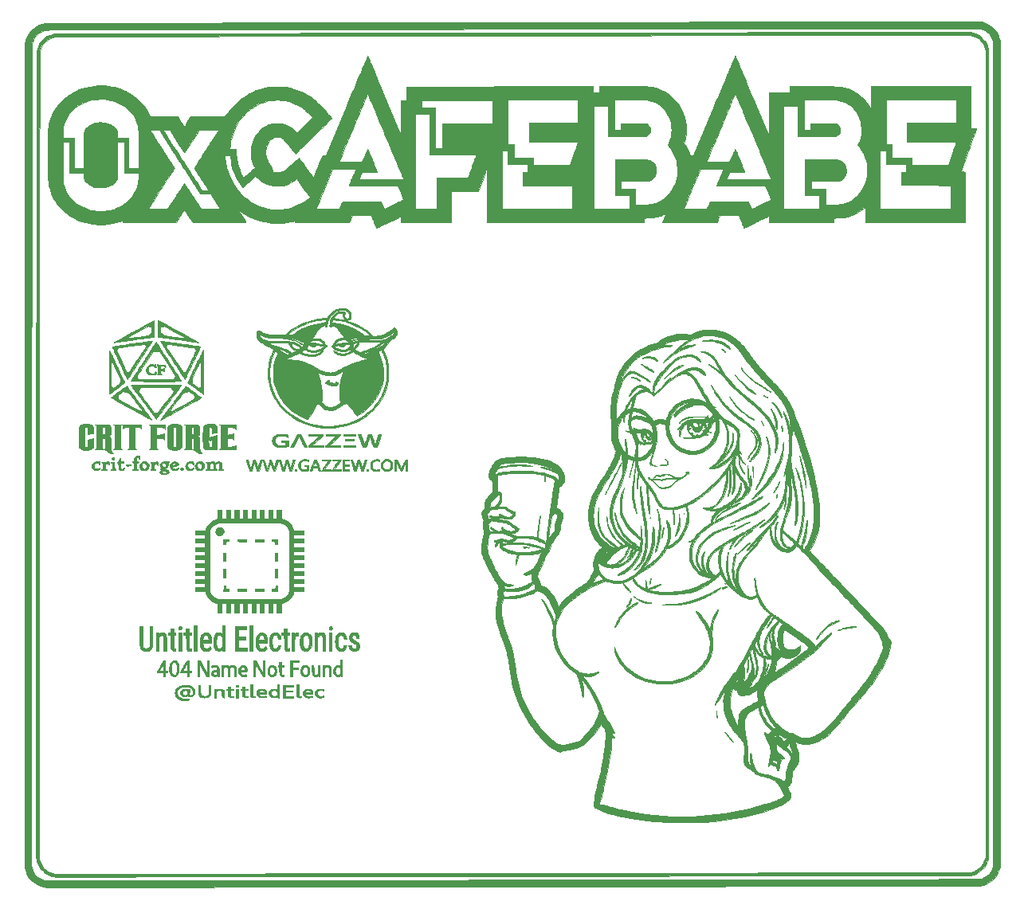
<source format=gbr>
%TF.GenerationSoftware,KiCad,Pcbnew,(5.99.0-9526-g5c17ff0595)*%
%TF.CreationDate,2021-07-07T23:04:22-05:00*%
%TF.ProjectId,Cafebabe Backplate,43616665-6261-4626-9520-4261636b706c,rev?*%
%TF.SameCoordinates,Original*%
%TF.FileFunction,Legend,Top*%
%TF.FilePolarity,Positive*%
%FSLAX46Y46*%
G04 Gerber Fmt 4.6, Leading zero omitted, Abs format (unit mm)*
G04 Created by KiCad (PCBNEW (5.99.0-9526-g5c17ff0595)) date 2021-07-07 23:04:22*
%MOMM*%
%LPD*%
G01*
G04 APERTURE LIST*
%ADD10C,0.150000*%
%ADD11C,0.010000*%
G04 APERTURE END LIST*
D10*
%TO.C,*%
D11*
%TO.C,G\u002A\u002A\u002A*%
X176733209Y-54393519D02*
X177035355Y-54393715D01*
X177035355Y-54393715D02*
X177306097Y-54394082D01*
X177306097Y-54394082D02*
X177547259Y-54394631D01*
X177547259Y-54394631D02*
X177760662Y-54395377D01*
X177760662Y-54395377D02*
X177948126Y-54396333D01*
X177948126Y-54396333D02*
X178111476Y-54397510D01*
X178111476Y-54397510D02*
X178252531Y-54398921D01*
X178252531Y-54398921D02*
X178373114Y-54400581D01*
X178373114Y-54400581D02*
X178475046Y-54402501D01*
X178475046Y-54402501D02*
X178560150Y-54404694D01*
X178560150Y-54404694D02*
X178630247Y-54407174D01*
X178630247Y-54407174D02*
X178687158Y-54409953D01*
X178687158Y-54409953D02*
X178732706Y-54413044D01*
X178732706Y-54413044D02*
X178768712Y-54416460D01*
X178768712Y-54416460D02*
X178796998Y-54420214D01*
X178796998Y-54420214D02*
X178817034Y-54423824D01*
X178817034Y-54423824D02*
X179131964Y-54509287D01*
X179131964Y-54509287D02*
X179427837Y-54630296D01*
X179427837Y-54630296D02*
X179702223Y-54784392D01*
X179702223Y-54784392D02*
X179952693Y-54969116D01*
X179952693Y-54969116D02*
X180176819Y-55182009D01*
X180176819Y-55182009D02*
X180372172Y-55420611D01*
X180372172Y-55420611D02*
X180536324Y-55682466D01*
X180536324Y-55682466D02*
X180666845Y-55965112D01*
X180666845Y-55965112D02*
X180761307Y-56266091D01*
X180761307Y-56266091D02*
X180794901Y-56426343D01*
X180794901Y-56426343D02*
X180796154Y-56454590D01*
X180796154Y-56454590D02*
X180797384Y-56524407D01*
X180797384Y-56524407D02*
X180798592Y-56635032D01*
X180798592Y-56635032D02*
X180799777Y-56785701D01*
X180799777Y-56785701D02*
X180800940Y-56975652D01*
X180800940Y-56975652D02*
X180802080Y-57204123D01*
X180802080Y-57204123D02*
X180803197Y-57470349D01*
X180803197Y-57470349D02*
X180804292Y-57773569D01*
X180804292Y-57773569D02*
X180805364Y-58113021D01*
X180805364Y-58113021D02*
X180806414Y-58487940D01*
X180806414Y-58487940D02*
X180807441Y-58897565D01*
X180807441Y-58897565D02*
X180808445Y-59341132D01*
X180808445Y-59341132D02*
X180809427Y-59817879D01*
X180809427Y-59817879D02*
X180810386Y-60327044D01*
X180810386Y-60327044D02*
X180811323Y-60867862D01*
X180811323Y-60867862D02*
X180812237Y-61439573D01*
X180812237Y-61439573D02*
X180813129Y-62041412D01*
X180813129Y-62041412D02*
X180813997Y-62672618D01*
X180813997Y-62672618D02*
X180814843Y-63332427D01*
X180814843Y-63332427D02*
X180815667Y-64020077D01*
X180815667Y-64020077D02*
X180816468Y-64734804D01*
X180816468Y-64734804D02*
X180817246Y-65475847D01*
X180817246Y-65475847D02*
X180818002Y-66242442D01*
X180818002Y-66242442D02*
X180818735Y-67033827D01*
X180818735Y-67033827D02*
X180819445Y-67849239D01*
X180819445Y-67849239D02*
X180820133Y-68687915D01*
X180820133Y-68687915D02*
X180820798Y-69549093D01*
X180820798Y-69549093D02*
X180821440Y-70432009D01*
X180821440Y-70432009D02*
X180822060Y-71335901D01*
X180822060Y-71335901D02*
X180822657Y-72260006D01*
X180822657Y-72260006D02*
X180823231Y-73203562D01*
X180823231Y-73203562D02*
X180823783Y-74165806D01*
X180823783Y-74165806D02*
X180824312Y-75145974D01*
X180824312Y-75145974D02*
X180824818Y-76143305D01*
X180824818Y-76143305D02*
X180825301Y-77157035D01*
X180825301Y-77157035D02*
X180825762Y-78186402D01*
X180825762Y-78186402D02*
X180826201Y-79230643D01*
X180826201Y-79230643D02*
X180826616Y-80288995D01*
X180826616Y-80288995D02*
X180827009Y-81360696D01*
X180827009Y-81360696D02*
X180827379Y-82444982D01*
X180827379Y-82444982D02*
X180827726Y-83541091D01*
X180827726Y-83541091D02*
X180828051Y-84648261D01*
X180828051Y-84648261D02*
X180828353Y-85765728D01*
X180828353Y-85765728D02*
X180828632Y-86892730D01*
X180828632Y-86892730D02*
X180828888Y-88028504D01*
X180828888Y-88028504D02*
X180829122Y-89172287D01*
X180829122Y-89172287D02*
X180829333Y-90323316D01*
X180829333Y-90323316D02*
X180829521Y-91480830D01*
X180829521Y-91480830D02*
X180829687Y-92644064D01*
X180829687Y-92644064D02*
X180829830Y-93812256D01*
X180829830Y-93812256D02*
X180829950Y-94984645D01*
X180829950Y-94984645D02*
X180830047Y-96160465D01*
X180830047Y-96160465D02*
X180830121Y-97338956D01*
X180830121Y-97338956D02*
X180830173Y-98519354D01*
X180830173Y-98519354D02*
X180830202Y-99700897D01*
X180830202Y-99700897D02*
X180830208Y-100882822D01*
X180830208Y-100882822D02*
X180830192Y-102064365D01*
X180830192Y-102064365D02*
X180830152Y-103244765D01*
X180830152Y-103244765D02*
X180830090Y-104423258D01*
X180830090Y-104423258D02*
X180830005Y-105599082D01*
X180830005Y-105599082D02*
X180829897Y-106771475D01*
X180829897Y-106771475D02*
X180829767Y-107939672D01*
X180829767Y-107939672D02*
X180829613Y-109102912D01*
X180829613Y-109102912D02*
X180829437Y-110260432D01*
X180829437Y-110260432D02*
X180829238Y-111411469D01*
X180829238Y-111411469D02*
X180829016Y-112555260D01*
X180829016Y-112555260D02*
X180828772Y-113691043D01*
X180828772Y-113691043D02*
X180828504Y-114818054D01*
X180828504Y-114818054D02*
X180828214Y-115935532D01*
X180828214Y-115935532D02*
X180827901Y-117042713D01*
X180827901Y-117042713D02*
X180827565Y-118138835D01*
X180827565Y-118138835D02*
X180827206Y-119223134D01*
X180827206Y-119223134D02*
X180826825Y-120294848D01*
X180826825Y-120294848D02*
X180826420Y-121353215D01*
X180826420Y-121353215D02*
X180825993Y-122397472D01*
X180825993Y-122397472D02*
X180825543Y-123426855D01*
X180825543Y-123426855D02*
X180825070Y-124440602D01*
X180825070Y-124440602D02*
X180824574Y-125437951D01*
X180824574Y-125437951D02*
X180824055Y-126418138D01*
X180824055Y-126418138D02*
X180823514Y-127380401D01*
X180823514Y-127380401D02*
X180822949Y-128323977D01*
X180822949Y-128323977D02*
X180822362Y-129248104D01*
X180822362Y-129248104D02*
X180821752Y-130152018D01*
X180821752Y-130152018D02*
X180821119Y-131034957D01*
X180821119Y-131034957D02*
X180820463Y-131896158D01*
X180820463Y-131896158D02*
X180819784Y-132734859D01*
X180819784Y-132734859D02*
X180819082Y-133550296D01*
X180819082Y-133550296D02*
X180818357Y-134341707D01*
X180818357Y-134341707D02*
X180817610Y-135108329D01*
X180817610Y-135108329D02*
X180816839Y-135849399D01*
X180816839Y-135849399D02*
X180816046Y-136564156D01*
X180816046Y-136564156D02*
X180815229Y-137251835D01*
X180815229Y-137251835D02*
X180814390Y-137911674D01*
X180814390Y-137911674D02*
X180813528Y-138542910D01*
X180813528Y-138542910D02*
X180812643Y-139144782D01*
X180812643Y-139144782D02*
X180811735Y-139716525D01*
X180811735Y-139716525D02*
X180810804Y-140257377D01*
X180810804Y-140257377D02*
X180809850Y-140766576D01*
X180809850Y-140766576D02*
X180808873Y-141243358D01*
X180808873Y-141243358D02*
X180807873Y-141686961D01*
X180807873Y-141686961D02*
X180806850Y-142096623D01*
X180806850Y-142096623D02*
X180805805Y-142471579D01*
X180805805Y-142471579D02*
X180804736Y-142811069D01*
X180804736Y-142811069D02*
X180803644Y-143114328D01*
X180803644Y-143114328D02*
X180802530Y-143380595D01*
X180802530Y-143380595D02*
X180801392Y-143609106D01*
X180801392Y-143609106D02*
X180800232Y-143799098D01*
X180800232Y-143799098D02*
X180799048Y-143949810D01*
X180799048Y-143949810D02*
X180797842Y-144060478D01*
X180797842Y-144060478D02*
X180796612Y-144130339D01*
X180796612Y-144130339D02*
X180795360Y-144158631D01*
X180795360Y-144158631D02*
X180795357Y-144158643D01*
X180795357Y-144158643D02*
X180719000Y-144476225D01*
X180719000Y-144476225D02*
X180606254Y-144775685D01*
X180606254Y-144775685D02*
X180459574Y-145054610D01*
X180459574Y-145054610D02*
X180281415Y-145310584D01*
X180281415Y-145310584D02*
X180074234Y-145541193D01*
X180074234Y-145541193D02*
X179840485Y-145744022D01*
X179840485Y-145744022D02*
X179582625Y-145916657D01*
X179582625Y-145916657D02*
X179303108Y-146056683D01*
X179303108Y-146056683D02*
X179004392Y-146161686D01*
X179004392Y-146161686D02*
X178689734Y-146229131D01*
X178689734Y-146229131D02*
X178678057Y-146230241D01*
X178678057Y-146230241D02*
X178657679Y-146231338D01*
X178657679Y-146231338D02*
X178628111Y-146232424D01*
X178628111Y-146232424D02*
X178588863Y-146233499D01*
X178588863Y-146233499D02*
X178539444Y-146234564D01*
X178539444Y-146234564D02*
X178479365Y-146235622D01*
X178479365Y-146235622D02*
X178408136Y-146236672D01*
X178408136Y-146236672D02*
X178325266Y-146237716D01*
X178325266Y-146237716D02*
X178230267Y-146238754D01*
X178230267Y-146238754D02*
X178122648Y-146239789D01*
X178122648Y-146239789D02*
X178001919Y-146240821D01*
X178001919Y-146240821D02*
X177867590Y-146241850D01*
X177867590Y-146241850D02*
X177719172Y-146242879D01*
X177719172Y-146242879D02*
X177556175Y-146243908D01*
X177556175Y-146243908D02*
X177378108Y-146244939D01*
X177378108Y-146244939D02*
X177184482Y-146245971D01*
X177184482Y-146245971D02*
X176974806Y-146247008D01*
X176974806Y-146247008D02*
X176748592Y-146248048D01*
X176748592Y-146248048D02*
X176505348Y-146249094D01*
X176505348Y-146249094D02*
X176244586Y-146250147D01*
X176244586Y-146250147D02*
X175965815Y-146251208D01*
X175965815Y-146251208D02*
X175668545Y-146252277D01*
X175668545Y-146252277D02*
X175352287Y-146253356D01*
X175352287Y-146253356D02*
X175016550Y-146254446D01*
X175016550Y-146254446D02*
X174660845Y-146255548D01*
X174660845Y-146255548D02*
X174284682Y-146256663D01*
X174284682Y-146256663D02*
X173887570Y-146257792D01*
X173887570Y-146257792D02*
X173469020Y-146258936D01*
X173469020Y-146258936D02*
X173028543Y-146260097D01*
X173028543Y-146260097D02*
X172565647Y-146261274D01*
X172565647Y-146261274D02*
X172079844Y-146262471D01*
X172079844Y-146262471D02*
X171570643Y-146263686D01*
X171570643Y-146263686D02*
X171037554Y-146264922D01*
X171037554Y-146264922D02*
X170480088Y-146266180D01*
X170480088Y-146266180D02*
X169897755Y-146267460D01*
X169897755Y-146267460D02*
X169290064Y-146268765D01*
X169290064Y-146268765D02*
X168656526Y-146270093D01*
X168656526Y-146270093D02*
X167996651Y-146271448D01*
X167996651Y-146271448D02*
X167309949Y-146272830D01*
X167309949Y-146272830D02*
X166595930Y-146274239D01*
X166595930Y-146274239D02*
X165854104Y-146275678D01*
X165854104Y-146275678D02*
X165083982Y-146277147D01*
X165083982Y-146277147D02*
X164285073Y-146278647D01*
X164285073Y-146278647D02*
X163456888Y-146280179D01*
X163456888Y-146280179D02*
X162598936Y-146281745D01*
X162598936Y-146281745D02*
X161710728Y-146283345D01*
X161710728Y-146283345D02*
X160791773Y-146284980D01*
X160791773Y-146284980D02*
X159841583Y-146286652D01*
X159841583Y-146286652D02*
X158859666Y-146288362D01*
X158859666Y-146288362D02*
X157845534Y-146290110D01*
X157845534Y-146290110D02*
X156798696Y-146291898D01*
X156798696Y-146291898D02*
X155718662Y-146293727D01*
X155718662Y-146293727D02*
X154604942Y-146295598D01*
X154604942Y-146295598D02*
X153457047Y-146297512D01*
X153457047Y-146297512D02*
X152274487Y-146299469D01*
X152274487Y-146299469D02*
X151056771Y-146301472D01*
X151056771Y-146301472D02*
X149803410Y-146303521D01*
X149803410Y-146303521D02*
X148513914Y-146305617D01*
X148513914Y-146305617D02*
X147187793Y-146307762D01*
X147187793Y-146307762D02*
X145824557Y-146309955D01*
X145824557Y-146309955D02*
X144423717Y-146312200D01*
X144423717Y-146312200D02*
X142984781Y-146314495D01*
X142984781Y-146314495D02*
X141507261Y-146316844D01*
X141507261Y-146316844D02*
X139990666Y-146319246D01*
X139990666Y-146319246D02*
X138434507Y-146321702D01*
X138434507Y-146321702D02*
X136838294Y-146324215D01*
X136838294Y-146324215D02*
X135201536Y-146326784D01*
X135201536Y-146326784D02*
X133523745Y-146329411D01*
X133523745Y-146329411D02*
X131804429Y-146332097D01*
X131804429Y-146332097D02*
X130661014Y-146333881D01*
X130661014Y-146333881D02*
X129230556Y-146336108D01*
X129230556Y-146336108D02*
X127808676Y-146338319D01*
X127808676Y-146338319D02*
X126395999Y-146340510D01*
X126395999Y-146340510D02*
X124993151Y-146342683D01*
X124993151Y-146342683D02*
X123600756Y-146344836D01*
X123600756Y-146344836D02*
X122219438Y-146346967D01*
X122219438Y-146346967D02*
X120849824Y-146349076D01*
X120849824Y-146349076D02*
X119492538Y-146351163D01*
X119492538Y-146351163D02*
X118148205Y-146353225D01*
X118148205Y-146353225D02*
X116817450Y-146355263D01*
X116817450Y-146355263D02*
X115500898Y-146357275D01*
X115500898Y-146357275D02*
X114199174Y-146359261D01*
X114199174Y-146359261D02*
X112912904Y-146361219D01*
X112912904Y-146361219D02*
X111642711Y-146363149D01*
X111642711Y-146363149D02*
X110389221Y-146365049D01*
X110389221Y-146365049D02*
X109153059Y-146366919D01*
X109153059Y-146366919D02*
X107934850Y-146368758D01*
X107934850Y-146368758D02*
X106735219Y-146370565D01*
X106735219Y-146370565D02*
X105554790Y-146372339D01*
X105554790Y-146372339D02*
X104394190Y-146374079D01*
X104394190Y-146374079D02*
X103254043Y-146375784D01*
X103254043Y-146375784D02*
X102134973Y-146377453D01*
X102134973Y-146377453D02*
X101037607Y-146379086D01*
X101037607Y-146379086D02*
X99962568Y-146380681D01*
X99962568Y-146380681D02*
X98910482Y-146382238D01*
X98910482Y-146382238D02*
X97881974Y-146383755D01*
X97881974Y-146383755D02*
X96877669Y-146385232D01*
X96877669Y-146385232D02*
X95898191Y-146386668D01*
X95898191Y-146386668D02*
X94944167Y-146388061D01*
X94944167Y-146388061D02*
X94016220Y-146389412D01*
X94016220Y-146389412D02*
X93114976Y-146390718D01*
X93114976Y-146390718D02*
X92241059Y-146391980D01*
X92241059Y-146391980D02*
X91395096Y-146393196D01*
X91395096Y-146393196D02*
X90577710Y-146394365D01*
X90577710Y-146394365D02*
X89789527Y-146395486D01*
X89789527Y-146395486D02*
X89031171Y-146396559D01*
X89031171Y-146396559D02*
X88303269Y-146397582D01*
X88303269Y-146397582D02*
X87606443Y-146398555D01*
X87606443Y-146398555D02*
X86941321Y-146399477D01*
X86941321Y-146399477D02*
X86308526Y-146400346D01*
X86308526Y-146400346D02*
X85708684Y-146401162D01*
X85708684Y-146401162D02*
X85142419Y-146401924D01*
X85142419Y-146401924D02*
X84610358Y-146402632D01*
X84610358Y-146402632D02*
X84113123Y-146403283D01*
X84113123Y-146403283D02*
X83651341Y-146403877D01*
X83651341Y-146403877D02*
X83225637Y-146404414D01*
X83225637Y-146404414D02*
X82836636Y-146404892D01*
X82836636Y-146404892D02*
X82484962Y-146405311D01*
X82484962Y-146405311D02*
X82171240Y-146405669D01*
X82171240Y-146405669D02*
X81896096Y-146405966D01*
X81896096Y-146405966D02*
X81660154Y-146406200D01*
X81660154Y-146406200D02*
X81464040Y-146406371D01*
X81464040Y-146406371D02*
X81308379Y-146406478D01*
X81308379Y-146406478D02*
X81193795Y-146406520D01*
X81193795Y-146406520D02*
X81120913Y-146406496D01*
X81120913Y-146406496D02*
X81120430Y-146406495D01*
X81120430Y-146406495D02*
X80792929Y-146405986D01*
X80792929Y-146405986D02*
X80505141Y-146405214D01*
X80505141Y-146405214D02*
X80254448Y-146404135D01*
X80254448Y-146404135D02*
X80038230Y-146402708D01*
X80038230Y-146402708D02*
X79853870Y-146400887D01*
X79853870Y-146400887D02*
X79698746Y-146398631D01*
X79698746Y-146398631D02*
X79570241Y-146395895D01*
X79570241Y-146395895D02*
X79465736Y-146392637D01*
X79465736Y-146392637D02*
X79382610Y-146388813D01*
X79382610Y-146388813D02*
X79318246Y-146384380D01*
X79318246Y-146384380D02*
X79270025Y-146379295D01*
X79270025Y-146379295D02*
X79245523Y-146375516D01*
X79245523Y-146375516D02*
X78927248Y-146297208D01*
X78927248Y-146297208D02*
X78627747Y-146182202D01*
X78627747Y-146182202D02*
X78349266Y-146032772D01*
X78349266Y-146032772D02*
X78094055Y-145851194D01*
X78094055Y-145851194D02*
X77864359Y-145639744D01*
X77864359Y-145639744D02*
X77662427Y-145400695D01*
X77662427Y-145400695D02*
X77490506Y-145136324D01*
X77490506Y-145136324D02*
X77350843Y-144848906D01*
X77350843Y-144848906D02*
X77245686Y-144540717D01*
X77245686Y-144540717D02*
X77190374Y-144294834D01*
X77190374Y-144294834D02*
X77189352Y-144287409D01*
X77189352Y-144287409D02*
X77188354Y-144276503D01*
X77188354Y-144276503D02*
X77187383Y-144261640D01*
X77187383Y-144261640D02*
X77186437Y-144242340D01*
X77186437Y-144242340D02*
X77185516Y-144218127D01*
X77185516Y-144218127D02*
X77184621Y-144188521D01*
X77184621Y-144188521D02*
X77183779Y-144154112D01*
X77183779Y-144154112D02*
X77887335Y-144154112D01*
X77887335Y-144154112D02*
X77932594Y-144323446D01*
X77932594Y-144323446D02*
X78024767Y-144589722D01*
X78024767Y-144589722D02*
X78151644Y-144833554D01*
X78151644Y-144833554D02*
X78310615Y-145052494D01*
X78310615Y-145052494D02*
X78499071Y-145244092D01*
X78499071Y-145244092D02*
X78714403Y-145405901D01*
X78714403Y-145405901D02*
X78954000Y-145535472D01*
X78954000Y-145535472D02*
X79215252Y-145630356D01*
X79215252Y-145630356D02*
X79363597Y-145666145D01*
X79363597Y-145666145D02*
X79368887Y-145667005D01*
X79368887Y-145667005D02*
X79376388Y-145667842D01*
X79376388Y-145667842D02*
X79386568Y-145668657D01*
X79386568Y-145668657D02*
X79399893Y-145669448D01*
X79399893Y-145669448D02*
X79416831Y-145670215D01*
X79416831Y-145670215D02*
X79437849Y-145670957D01*
X79437849Y-145670957D02*
X79463414Y-145671675D01*
X79463414Y-145671675D02*
X79493994Y-145672367D01*
X79493994Y-145672367D02*
X79530055Y-145673032D01*
X79530055Y-145673032D02*
X79572065Y-145673671D01*
X79572065Y-145673671D02*
X79620491Y-145674283D01*
X79620491Y-145674283D02*
X79675801Y-145674868D01*
X79675801Y-145674868D02*
X79738461Y-145675424D01*
X79738461Y-145675424D02*
X79808938Y-145675952D01*
X79808938Y-145675952D02*
X79887700Y-145676451D01*
X79887700Y-145676451D02*
X79975214Y-145676920D01*
X79975214Y-145676920D02*
X80071948Y-145677359D01*
X80071948Y-145677359D02*
X80178368Y-145677767D01*
X80178368Y-145677767D02*
X80294941Y-145678144D01*
X80294941Y-145678144D02*
X80422136Y-145678490D01*
X80422136Y-145678490D02*
X80560418Y-145678803D01*
X80560418Y-145678803D02*
X80710256Y-145679084D01*
X80710256Y-145679084D02*
X80872116Y-145679332D01*
X80872116Y-145679332D02*
X81046466Y-145679546D01*
X81046466Y-145679546D02*
X81233772Y-145679726D01*
X81233772Y-145679726D02*
X81434503Y-145679871D01*
X81434503Y-145679871D02*
X81649125Y-145679981D01*
X81649125Y-145679981D02*
X81878105Y-145680055D01*
X81878105Y-145680055D02*
X82121911Y-145680094D01*
X82121911Y-145680094D02*
X82381010Y-145680095D01*
X82381010Y-145680095D02*
X82655869Y-145680060D01*
X82655869Y-145680060D02*
X82946955Y-145679987D01*
X82946955Y-145679987D02*
X83254736Y-145679875D01*
X83254736Y-145679875D02*
X83579678Y-145679725D01*
X83579678Y-145679725D02*
X83922249Y-145679536D01*
X83922249Y-145679536D02*
X84282917Y-145679307D01*
X84282917Y-145679307D02*
X84662147Y-145679038D01*
X84662147Y-145679038D02*
X85060408Y-145678729D01*
X85060408Y-145678729D02*
X85478167Y-145678378D01*
X85478167Y-145678378D02*
X85915890Y-145677985D01*
X85915890Y-145677985D02*
X86374046Y-145677550D01*
X86374046Y-145677550D02*
X86853100Y-145677073D01*
X86853100Y-145677073D02*
X87353522Y-145676552D01*
X87353522Y-145676552D02*
X87875777Y-145675987D01*
X87875777Y-145675987D02*
X88420333Y-145675379D01*
X88420333Y-145675379D02*
X88987657Y-145674725D01*
X88987657Y-145674725D02*
X89578216Y-145674027D01*
X89578216Y-145674027D02*
X90192478Y-145673282D01*
X90192478Y-145673282D02*
X90830909Y-145672492D01*
X90830909Y-145672492D02*
X91493977Y-145671654D01*
X91493977Y-145671654D02*
X92182150Y-145670770D01*
X92182150Y-145670770D02*
X92895893Y-145669837D01*
X92895893Y-145669837D02*
X93635676Y-145668857D01*
X93635676Y-145668857D02*
X94401964Y-145667827D01*
X94401964Y-145667827D02*
X95195224Y-145666749D01*
X95195224Y-145666749D02*
X96015925Y-145665620D01*
X96015925Y-145665620D02*
X96864533Y-145664442D01*
X96864533Y-145664442D02*
X97741516Y-145663212D01*
X97741516Y-145663212D02*
X98647340Y-145661932D01*
X98647340Y-145661932D02*
X99582474Y-145660599D01*
X99582474Y-145660599D02*
X100547383Y-145659215D01*
X100547383Y-145659215D02*
X101542536Y-145657777D01*
X101542536Y-145657777D02*
X102568399Y-145656286D01*
X102568399Y-145656286D02*
X103625440Y-145654742D01*
X103625440Y-145654742D02*
X104714126Y-145653143D01*
X104714126Y-145653143D02*
X105834924Y-145651489D01*
X105834924Y-145651489D02*
X106988301Y-145649780D01*
X106988301Y-145649780D02*
X108174725Y-145648016D01*
X108174725Y-145648016D02*
X109394663Y-145646194D01*
X109394663Y-145646194D02*
X110648581Y-145644317D01*
X110648581Y-145644317D02*
X111936948Y-145642381D01*
X111936948Y-145642381D02*
X113260229Y-145640388D01*
X113260229Y-145640388D02*
X114618894Y-145638337D01*
X114618894Y-145638337D02*
X116013408Y-145636227D01*
X116013408Y-145636227D02*
X117444239Y-145634057D01*
X117444239Y-145634057D02*
X118911854Y-145631828D01*
X118911854Y-145631828D02*
X120416721Y-145629538D01*
X120416721Y-145629538D02*
X121959306Y-145627188D01*
X121959306Y-145627188D02*
X123540077Y-145624776D01*
X123540077Y-145624776D02*
X125159501Y-145622302D01*
X125159501Y-145622302D02*
X126818045Y-145619766D01*
X126818045Y-145619766D02*
X128516176Y-145617167D01*
X128516176Y-145617167D02*
X130254362Y-145614504D01*
X130254362Y-145614504D02*
X132033069Y-145611778D01*
X132033069Y-145611778D02*
X133852766Y-145608988D01*
X133852766Y-145608988D02*
X135713919Y-145606132D01*
X135713919Y-145606132D02*
X137381430Y-145603573D01*
X137381430Y-145603573D02*
X139142114Y-145600862D01*
X139142114Y-145600862D02*
X140860705Y-145598198D01*
X140860705Y-145598198D02*
X142537443Y-145595582D01*
X142537443Y-145595582D02*
X144172569Y-145593012D01*
X144172569Y-145593012D02*
X145766321Y-145590488D01*
X145766321Y-145590488D02*
X147318942Y-145588010D01*
X147318942Y-145588010D02*
X148830670Y-145585576D01*
X148830670Y-145585576D02*
X150301746Y-145583188D01*
X150301746Y-145583188D02*
X151732410Y-145580843D01*
X151732410Y-145580843D02*
X153122902Y-145578542D01*
X153122902Y-145578542D02*
X154473463Y-145576284D01*
X154473463Y-145576284D02*
X155784333Y-145574068D01*
X155784333Y-145574068D02*
X157055751Y-145571895D01*
X157055751Y-145571895D02*
X158287958Y-145569763D01*
X158287958Y-145569763D02*
X159481195Y-145567672D01*
X159481195Y-145567672D02*
X160635701Y-145565622D01*
X160635701Y-145565622D02*
X161751717Y-145563611D01*
X161751717Y-145563611D02*
X162829482Y-145561641D01*
X162829482Y-145561641D02*
X163869237Y-145559709D01*
X163869237Y-145559709D02*
X164871223Y-145557816D01*
X164871223Y-145557816D02*
X165835678Y-145555961D01*
X165835678Y-145555961D02*
X166762844Y-145554143D01*
X166762844Y-145554143D02*
X167652961Y-145552363D01*
X167652961Y-145552363D02*
X168506269Y-145550619D01*
X168506269Y-145550619D02*
X169323007Y-145548911D01*
X169323007Y-145548911D02*
X170103417Y-145547238D01*
X170103417Y-145547238D02*
X170847738Y-145545601D01*
X170847738Y-145545601D02*
X171556211Y-145543998D01*
X171556211Y-145543998D02*
X172229075Y-145542430D01*
X172229075Y-145542430D02*
X172866571Y-145540894D01*
X172866571Y-145540894D02*
X173468940Y-145539392D01*
X173468940Y-145539392D02*
X174036420Y-145537923D01*
X174036420Y-145537923D02*
X174569253Y-145536485D01*
X174569253Y-145536485D02*
X175067679Y-145535079D01*
X175067679Y-145535079D02*
X175531937Y-145533704D01*
X175531937Y-145533704D02*
X175962268Y-145532360D01*
X175962268Y-145532360D02*
X176358913Y-145531045D01*
X176358913Y-145531045D02*
X176722111Y-145529761D01*
X176722111Y-145529761D02*
X177052102Y-145528505D01*
X177052102Y-145528505D02*
X177349127Y-145527278D01*
X177349127Y-145527278D02*
X177613426Y-145526079D01*
X177613426Y-145526079D02*
X177845239Y-145524907D01*
X177845239Y-145524907D02*
X178044806Y-145523762D01*
X178044806Y-145523762D02*
X178212368Y-145522644D01*
X178212368Y-145522644D02*
X178348164Y-145521552D01*
X178348164Y-145521552D02*
X178452435Y-145520486D01*
X178452435Y-145520486D02*
X178525420Y-145519445D01*
X178525420Y-145519445D02*
X178567361Y-145518428D01*
X178567361Y-145518428D02*
X178578050Y-145517785D01*
X178578050Y-145517785D02*
X178840733Y-145458108D01*
X178840733Y-145458108D02*
X179089229Y-145360172D01*
X179089229Y-145360172D02*
X179319618Y-145226790D01*
X179319618Y-145226790D02*
X179527980Y-145060771D01*
X179527980Y-145060771D02*
X179710396Y-144864928D01*
X179710396Y-144864928D02*
X179862947Y-144642070D01*
X179862947Y-144642070D02*
X179904230Y-144566643D01*
X179904230Y-144566643D02*
X179953889Y-144461916D01*
X179953889Y-144461916D02*
X180001945Y-144346090D01*
X180001945Y-144346090D02*
X180039809Y-144240232D01*
X180039809Y-144240232D02*
X180047148Y-144216168D01*
X180047148Y-144216168D02*
X180095764Y-144048279D01*
X180095764Y-144048279D02*
X180095764Y-100296779D01*
X180095764Y-100296779D02*
X180095763Y-98649841D01*
X180095763Y-98649841D02*
X180095760Y-97044697D01*
X180095760Y-97044697D02*
X180095755Y-95480811D01*
X180095755Y-95480811D02*
X180095747Y-93957644D01*
X180095747Y-93957644D02*
X180095736Y-92474656D01*
X180095736Y-92474656D02*
X180095721Y-91031311D01*
X180095721Y-91031311D02*
X180095702Y-89627070D01*
X180095702Y-89627070D02*
X180095678Y-88261394D01*
X180095678Y-88261394D02*
X180095649Y-86933746D01*
X180095649Y-86933746D02*
X180095614Y-85643587D01*
X180095614Y-85643587D02*
X180095574Y-84390379D01*
X180095574Y-84390379D02*
X180095526Y-83173584D01*
X180095526Y-83173584D02*
X180095472Y-81992663D01*
X180095472Y-81992663D02*
X180095410Y-80847078D01*
X180095410Y-80847078D02*
X180095339Y-79736291D01*
X180095339Y-79736291D02*
X180095261Y-78659764D01*
X180095261Y-78659764D02*
X180095173Y-77616959D01*
X180095173Y-77616959D02*
X180095077Y-76607337D01*
X180095077Y-76607337D02*
X180094970Y-75630359D01*
X180094970Y-75630359D02*
X180094853Y-74685489D01*
X180094853Y-74685489D02*
X180094725Y-73772187D01*
X180094725Y-73772187D02*
X180094585Y-72889915D01*
X180094585Y-72889915D02*
X180094434Y-72038136D01*
X180094434Y-72038136D02*
X180094271Y-71216310D01*
X180094271Y-71216310D02*
X180094095Y-70423900D01*
X180094095Y-70423900D02*
X180093905Y-69660367D01*
X180093905Y-69660367D02*
X180093703Y-68925174D01*
X180093703Y-68925174D02*
X180093485Y-68217781D01*
X180093485Y-68217781D02*
X180093254Y-67537651D01*
X180093254Y-67537651D02*
X180093007Y-66884245D01*
X180093007Y-66884245D02*
X180092745Y-66257025D01*
X180092745Y-66257025D02*
X180092466Y-65655453D01*
X180092466Y-65655453D02*
X180092171Y-65078991D01*
X180092171Y-65078991D02*
X180091860Y-64527100D01*
X180091860Y-64527100D02*
X180091530Y-63999243D01*
X180091530Y-63999243D02*
X180091183Y-63494880D01*
X180091183Y-63494880D02*
X180090818Y-63013475D01*
X180090818Y-63013475D02*
X180090433Y-62554487D01*
X180090433Y-62554487D02*
X180090030Y-62117380D01*
X180090030Y-62117380D02*
X180089606Y-61701615D01*
X180089606Y-61701615D02*
X180089162Y-61306653D01*
X180089162Y-61306653D02*
X180088698Y-60931957D01*
X180088698Y-60931957D02*
X180088212Y-60576989D01*
X180088212Y-60576989D02*
X180087705Y-60241209D01*
X180087705Y-60241209D02*
X180087175Y-59924080D01*
X180087175Y-59924080D02*
X180086623Y-59625064D01*
X180086623Y-59625064D02*
X180086048Y-59343622D01*
X180086048Y-59343622D02*
X180085449Y-59079216D01*
X180085449Y-59079216D02*
X180084826Y-58831308D01*
X180084826Y-58831308D02*
X180084179Y-58599359D01*
X180084179Y-58599359D02*
X180083506Y-58382832D01*
X180083506Y-58382832D02*
X180082808Y-58181188D01*
X180082808Y-58181188D02*
X180082085Y-57993889D01*
X180082085Y-57993889D02*
X180081334Y-57820397D01*
X180081334Y-57820397D02*
X180080557Y-57660172D01*
X180080557Y-57660172D02*
X180079753Y-57512678D01*
X180079753Y-57512678D02*
X180078921Y-57377376D01*
X180078921Y-57377376D02*
X180078061Y-57253728D01*
X180078061Y-57253728D02*
X180077171Y-57141195D01*
X180077171Y-57141195D02*
X180076253Y-57039239D01*
X180076253Y-57039239D02*
X180075305Y-56947322D01*
X180075305Y-56947322D02*
X180074327Y-56864906D01*
X180074327Y-56864906D02*
X180073318Y-56791452D01*
X180073318Y-56791452D02*
X180072278Y-56726423D01*
X180072278Y-56726423D02*
X180071206Y-56669280D01*
X180071206Y-56669280D02*
X180070103Y-56619484D01*
X180070103Y-56619484D02*
X180068966Y-56576498D01*
X180068966Y-56576498D02*
X180067797Y-56539783D01*
X180067797Y-56539783D02*
X180066595Y-56508801D01*
X180066595Y-56508801D02*
X180065358Y-56483014D01*
X180065358Y-56483014D02*
X180064087Y-56461883D01*
X180064087Y-56461883D02*
X180062781Y-56444871D01*
X180062781Y-56444871D02*
X180061440Y-56431439D01*
X180061440Y-56431439D02*
X180060063Y-56421049D01*
X180060063Y-56421049D02*
X180058650Y-56413162D01*
X180058650Y-56413162D02*
X180057329Y-56407696D01*
X180057329Y-56407696D02*
X179999623Y-56242845D01*
X179999623Y-56242845D02*
X179918285Y-56067663D01*
X179918285Y-56067663D02*
X179821933Y-55899237D01*
X179821933Y-55899237D02*
X179743940Y-55786233D01*
X179743940Y-55786233D02*
X179589872Y-55614202D01*
X179589872Y-55614202D02*
X179403908Y-55458260D01*
X179403908Y-55458260D02*
X179195276Y-55324458D01*
X179195276Y-55324458D02*
X178973206Y-55218847D01*
X178973206Y-55218847D02*
X178783430Y-55156450D01*
X178783430Y-55156450D02*
X178777975Y-55154675D01*
X178777975Y-55154675D02*
X178775109Y-55152935D01*
X178775109Y-55152935D02*
X178774363Y-55151231D01*
X178774363Y-55151231D02*
X178775266Y-55149562D01*
X178775266Y-55149562D02*
X178777348Y-55147930D01*
X178777348Y-55147930D02*
X178780141Y-55146334D01*
X178780141Y-55146334D02*
X178783173Y-55144776D01*
X178783173Y-55144776D02*
X178785976Y-55143254D01*
X178785976Y-55143254D02*
X178788079Y-55141771D01*
X178788079Y-55141771D02*
X178789013Y-55140326D01*
X178789013Y-55140326D02*
X178788308Y-55138919D01*
X178788308Y-55138919D02*
X178785493Y-55137551D01*
X178785493Y-55137551D02*
X178780100Y-55136222D01*
X178780100Y-55136222D02*
X178771658Y-55134933D01*
X178771658Y-55134933D02*
X178759698Y-55133684D01*
X178759698Y-55133684D02*
X178743750Y-55132475D01*
X178743750Y-55132475D02*
X178723343Y-55131307D01*
X178723343Y-55131307D02*
X178698009Y-55130180D01*
X178698009Y-55130180D02*
X178667276Y-55129094D01*
X178667276Y-55129094D02*
X178630677Y-55128050D01*
X178630677Y-55128050D02*
X178587740Y-55127048D01*
X178587740Y-55127048D02*
X178537996Y-55126089D01*
X178537996Y-55126089D02*
X178480975Y-55125172D01*
X178480975Y-55125172D02*
X178416207Y-55124299D01*
X178416207Y-55124299D02*
X178343223Y-55123470D01*
X178343223Y-55123470D02*
X178261552Y-55122684D01*
X178261552Y-55122684D02*
X178170725Y-55121942D01*
X178170725Y-55121942D02*
X178070272Y-55121246D01*
X178070272Y-55121246D02*
X177959724Y-55120594D01*
X177959724Y-55120594D02*
X177838609Y-55119987D01*
X177838609Y-55119987D02*
X177706460Y-55119427D01*
X177706460Y-55119427D02*
X177562805Y-55118912D01*
X177562805Y-55118912D02*
X177407175Y-55118445D01*
X177407175Y-55118445D02*
X177239100Y-55118023D01*
X177239100Y-55118023D02*
X177058110Y-55117650D01*
X177058110Y-55117650D02*
X176863736Y-55117323D01*
X176863736Y-55117323D02*
X176655508Y-55117045D01*
X176655508Y-55117045D02*
X176432955Y-55116815D01*
X176432955Y-55116815D02*
X176195609Y-55116634D01*
X176195609Y-55116634D02*
X175942999Y-55116501D01*
X175942999Y-55116501D02*
X175674655Y-55116418D01*
X175674655Y-55116418D02*
X175390108Y-55116385D01*
X175390108Y-55116385D02*
X175088888Y-55116402D01*
X175088888Y-55116402D02*
X174770524Y-55116470D01*
X174770524Y-55116470D02*
X174434548Y-55116588D01*
X174434548Y-55116588D02*
X174080490Y-55116758D01*
X174080490Y-55116758D02*
X173707879Y-55116979D01*
X173707879Y-55116979D02*
X173316245Y-55117252D01*
X173316245Y-55117252D02*
X172905120Y-55117577D01*
X172905120Y-55117577D02*
X172474033Y-55117956D01*
X172474033Y-55117956D02*
X172022514Y-55118387D01*
X172022514Y-55118387D02*
X171550093Y-55118871D01*
X171550093Y-55118871D02*
X171056302Y-55119410D01*
X171056302Y-55119410D02*
X170540669Y-55120002D01*
X170540669Y-55120002D02*
X170002725Y-55120649D01*
X170002725Y-55120649D02*
X169442001Y-55121351D01*
X169442001Y-55121351D02*
X168858026Y-55122108D01*
X168858026Y-55122108D02*
X168250331Y-55122920D01*
X168250331Y-55122920D02*
X167618445Y-55123789D01*
X167618445Y-55123789D02*
X166961900Y-55124714D01*
X166961900Y-55124714D02*
X166280224Y-55125695D01*
X166280224Y-55125695D02*
X165572949Y-55126734D01*
X165572949Y-55126734D02*
X164839605Y-55127830D01*
X164839605Y-55127830D02*
X164079722Y-55128984D01*
X164079722Y-55128984D02*
X163292829Y-55130196D01*
X163292829Y-55130196D02*
X162478458Y-55131466D01*
X162478458Y-55131466D02*
X161636138Y-55132795D01*
X161636138Y-55132795D02*
X160765399Y-55134184D01*
X160765399Y-55134184D02*
X159865772Y-55135632D01*
X159865772Y-55135632D02*
X158936787Y-55137140D01*
X158936787Y-55137140D02*
X157977975Y-55138708D01*
X157977975Y-55138708D02*
X156988864Y-55140337D01*
X156988864Y-55140337D02*
X155968986Y-55142027D01*
X155968986Y-55142027D02*
X154917870Y-55143779D01*
X154917870Y-55143779D02*
X153835048Y-55145592D01*
X153835048Y-55145592D02*
X152720048Y-55147468D01*
X152720048Y-55147468D02*
X151572402Y-55149405D01*
X151572402Y-55149405D02*
X150391639Y-55151406D01*
X150391639Y-55151406D02*
X149177290Y-55153470D01*
X149177290Y-55153470D02*
X147928884Y-55155598D01*
X147928884Y-55155598D02*
X146645952Y-55157789D01*
X146645952Y-55157789D02*
X145328025Y-55160045D01*
X145328025Y-55160045D02*
X143974632Y-55162366D01*
X143974632Y-55162366D02*
X142585303Y-55164751D01*
X142585303Y-55164751D02*
X141159569Y-55167202D01*
X141159569Y-55167202D02*
X139696960Y-55169719D01*
X139696960Y-55169719D02*
X138197007Y-55172302D01*
X138197007Y-55172302D02*
X136659238Y-55174951D01*
X136659238Y-55174951D02*
X135083185Y-55177667D01*
X135083185Y-55177667D02*
X133468378Y-55180451D01*
X133468378Y-55180451D02*
X131814346Y-55183302D01*
X131814346Y-55183302D02*
X130120620Y-55186221D01*
X130120620Y-55186221D02*
X128386731Y-55189208D01*
X128386731Y-55189208D02*
X126612208Y-55192264D01*
X126612208Y-55192264D02*
X124796582Y-55195389D01*
X124796582Y-55195389D02*
X122939382Y-55198584D01*
X122939382Y-55198584D02*
X121771014Y-55200592D01*
X121771014Y-55200592D02*
X121002158Y-55201910D01*
X121002158Y-55201910D02*
X120193807Y-55203289D01*
X120193807Y-55203289D02*
X119348800Y-55204724D01*
X119348800Y-55204724D02*
X118469973Y-55206210D01*
X118469973Y-55206210D02*
X117560166Y-55207744D01*
X117560166Y-55207744D02*
X116622216Y-55209319D01*
X116622216Y-55209319D02*
X115658962Y-55210933D01*
X115658962Y-55210933D02*
X114673241Y-55212579D01*
X114673241Y-55212579D02*
X113667892Y-55214254D01*
X113667892Y-55214254D02*
X112645754Y-55215952D01*
X112645754Y-55215952D02*
X111609663Y-55217669D01*
X111609663Y-55217669D02*
X110562459Y-55219400D01*
X110562459Y-55219400D02*
X109506979Y-55221141D01*
X109506979Y-55221141D02*
X108446061Y-55222886D01*
X108446061Y-55222886D02*
X107382545Y-55224632D01*
X107382545Y-55224632D02*
X106319267Y-55226374D01*
X106319267Y-55226374D02*
X105259066Y-55228106D01*
X105259066Y-55228106D02*
X104204780Y-55229824D01*
X104204780Y-55229824D02*
X103159248Y-55231524D01*
X103159248Y-55231524D02*
X102125307Y-55233201D01*
X102125307Y-55233201D02*
X101105795Y-55234850D01*
X101105795Y-55234850D02*
X100103551Y-55236467D01*
X100103551Y-55236467D02*
X99121413Y-55238047D01*
X99121413Y-55238047D02*
X98162219Y-55239584D01*
X98162219Y-55239584D02*
X97228807Y-55241075D01*
X97228807Y-55241075D02*
X96324015Y-55242515D01*
X96324015Y-55242515D02*
X95566680Y-55243716D01*
X95566680Y-55243716D02*
X94575655Y-55245280D01*
X94575655Y-55245280D02*
X93626071Y-55246772D01*
X93626071Y-55246772D02*
X92717039Y-55248197D01*
X92717039Y-55248197D02*
X91847665Y-55249558D01*
X91847665Y-55249558D02*
X91017060Y-55250861D01*
X91017060Y-55250861D02*
X90224332Y-55252109D01*
X90224332Y-55252109D02*
X89468589Y-55253308D01*
X89468589Y-55253308D02*
X88748941Y-55254461D01*
X88748941Y-55254461D02*
X88064496Y-55255573D01*
X88064496Y-55255573D02*
X87414363Y-55256649D01*
X87414363Y-55256649D02*
X86797650Y-55257693D01*
X86797650Y-55257693D02*
X86213467Y-55258709D01*
X86213467Y-55258709D02*
X85660921Y-55259701D01*
X85660921Y-55259701D02*
X85139123Y-55260675D01*
X85139123Y-55260675D02*
X84647180Y-55261635D01*
X84647180Y-55261635D02*
X84184201Y-55262585D01*
X84184201Y-55262585D02*
X83749295Y-55263529D01*
X83749295Y-55263529D02*
X83341570Y-55264472D01*
X83341570Y-55264472D02*
X82960136Y-55265419D01*
X82960136Y-55265419D02*
X82604102Y-55266373D01*
X82604102Y-55266373D02*
X82272575Y-55267339D01*
X82272575Y-55267339D02*
X81964664Y-55268322D01*
X81964664Y-55268322D02*
X81679479Y-55269327D01*
X81679479Y-55269327D02*
X81416128Y-55270356D01*
X81416128Y-55270356D02*
X81173720Y-55271416D01*
X81173720Y-55271416D02*
X80951363Y-55272510D01*
X80951363Y-55272510D02*
X80748167Y-55273643D01*
X80748167Y-55273643D02*
X80563239Y-55274819D01*
X80563239Y-55274819D02*
X80395689Y-55276043D01*
X80395689Y-55276043D02*
X80244626Y-55277319D01*
X80244626Y-55277319D02*
X80109157Y-55278651D01*
X80109157Y-55278651D02*
X79988393Y-55280045D01*
X79988393Y-55280045D02*
X79881441Y-55281503D01*
X79881441Y-55281503D02*
X79787411Y-55283032D01*
X79787411Y-55283032D02*
X79705410Y-55284635D01*
X79705410Y-55284635D02*
X79634549Y-55286316D01*
X79634549Y-55286316D02*
X79573935Y-55288081D01*
X79573935Y-55288081D02*
X79522677Y-55289933D01*
X79522677Y-55289933D02*
X79479884Y-55291877D01*
X79479884Y-55291877D02*
X79444665Y-55293918D01*
X79444665Y-55293918D02*
X79416128Y-55296059D01*
X79416128Y-55296059D02*
X79393383Y-55298306D01*
X79393383Y-55298306D02*
X79375537Y-55300663D01*
X79375537Y-55300663D02*
X79361700Y-55303133D01*
X79361700Y-55303133D02*
X79350981Y-55305722D01*
X79350981Y-55305722D02*
X79342487Y-55308434D01*
X79342487Y-55308434D02*
X79335328Y-55311274D01*
X79335328Y-55311274D02*
X79328613Y-55314245D01*
X79328613Y-55314245D02*
X79321450Y-55317353D01*
X79321450Y-55317353D02*
X79312949Y-55320602D01*
X79312949Y-55320602D02*
X79302217Y-55323995D01*
X79302217Y-55323995D02*
X79300097Y-55324589D01*
X79300097Y-55324589D02*
X79040499Y-55416268D01*
X79040499Y-55416268D02*
X78801326Y-55541095D01*
X78801326Y-55541095D02*
X78585449Y-55695779D01*
X78585449Y-55695779D02*
X78395735Y-55877028D01*
X78395735Y-55877028D02*
X78235054Y-56081553D01*
X78235054Y-56081553D02*
X78106274Y-56306061D01*
X78106274Y-56306061D02*
X78012264Y-56547262D01*
X78012264Y-56547262D02*
X77955893Y-56801866D01*
X77955893Y-56801866D02*
X77947096Y-56876676D01*
X77947096Y-56876676D02*
X77946676Y-56902042D01*
X77946676Y-56902042D02*
X77946235Y-56968998D01*
X77946235Y-56968998D02*
X77945773Y-57076798D01*
X77945773Y-57076798D02*
X77945291Y-57224700D01*
X77945291Y-57224700D02*
X77944790Y-57411958D01*
X77944790Y-57411958D02*
X77944270Y-57637830D01*
X77944270Y-57637830D02*
X77943732Y-57901570D01*
X77943732Y-57901570D02*
X77943176Y-58202435D01*
X77943176Y-58202435D02*
X77942603Y-58539680D01*
X77942603Y-58539680D02*
X77942013Y-58912562D01*
X77942013Y-58912562D02*
X77941407Y-59320336D01*
X77941407Y-59320336D02*
X77940785Y-59762258D01*
X77940785Y-59762258D02*
X77940148Y-60237585D01*
X77940148Y-60237585D02*
X77939497Y-60745571D01*
X77939497Y-60745571D02*
X77938832Y-61285474D01*
X77938832Y-61285474D02*
X77938153Y-61856548D01*
X77938153Y-61856548D02*
X77937461Y-62458050D01*
X77937461Y-62458050D02*
X77936758Y-63089236D01*
X77936758Y-63089236D02*
X77936042Y-63749362D01*
X77936042Y-63749362D02*
X77935316Y-64437683D01*
X77935316Y-64437683D02*
X77934578Y-65153455D01*
X77934578Y-65153455D02*
X77933831Y-65895935D01*
X77933831Y-65895935D02*
X77933074Y-66664377D01*
X77933074Y-66664377D02*
X77932308Y-67458039D01*
X77932308Y-67458039D02*
X77931533Y-68276176D01*
X77931533Y-68276176D02*
X77930751Y-69118044D01*
X77930751Y-69118044D02*
X77929961Y-69982899D01*
X77929961Y-69982899D02*
X77929165Y-70869996D01*
X77929165Y-70869996D02*
X77928362Y-71778592D01*
X77928362Y-71778592D02*
X77927554Y-72707942D01*
X77927554Y-72707942D02*
X77926740Y-73657303D01*
X77926740Y-73657303D02*
X77925922Y-74625930D01*
X77925922Y-74625930D02*
X77925099Y-75613080D01*
X77925099Y-75613080D02*
X77924274Y-76618007D01*
X77924274Y-76618007D02*
X77923445Y-77639969D01*
X77923445Y-77639969D02*
X77922614Y-78678220D01*
X77922614Y-78678220D02*
X77921781Y-79732018D01*
X77921781Y-79732018D02*
X77920946Y-80800617D01*
X77920946Y-80800617D02*
X77920111Y-81883273D01*
X77920111Y-81883273D02*
X77919276Y-82979243D01*
X77919276Y-82979243D02*
X77918441Y-84087783D01*
X77918441Y-84087783D02*
X77917607Y-85208148D01*
X77917607Y-85208148D02*
X77916774Y-86339594D01*
X77916774Y-86339594D02*
X77915944Y-87481378D01*
X77915944Y-87481378D02*
X77915115Y-88632754D01*
X77915115Y-88632754D02*
X77914290Y-89792980D01*
X77914290Y-89792980D02*
X77913469Y-90961310D01*
X77913469Y-90961310D02*
X77912652Y-92137001D01*
X77912652Y-92137001D02*
X77911839Y-93319309D01*
X77911839Y-93319309D02*
X77911032Y-94507489D01*
X77911032Y-94507489D02*
X77910230Y-95700798D01*
X77910230Y-95700798D02*
X77909435Y-96898491D01*
X77909435Y-96898491D02*
X77908647Y-98099824D01*
X77908647Y-98099824D02*
X77907867Y-99304054D01*
X77907867Y-99304054D02*
X77907094Y-100510435D01*
X77907094Y-100510435D02*
X77906330Y-101718225D01*
X77906330Y-101718225D02*
X77905575Y-102926679D01*
X77905575Y-102926679D02*
X77904830Y-104135052D01*
X77904830Y-104135052D02*
X77904095Y-105342601D01*
X77904095Y-105342601D02*
X77903371Y-106548582D01*
X77903371Y-106548582D02*
X77902658Y-107752250D01*
X77902658Y-107752250D02*
X77901957Y-108952861D01*
X77901957Y-108952861D02*
X77901268Y-110149672D01*
X77901268Y-110149672D02*
X77900592Y-111341938D01*
X77900592Y-111341938D02*
X77899930Y-112528915D01*
X77899930Y-112528915D02*
X77899282Y-113709859D01*
X77899282Y-113709859D02*
X77898649Y-114884027D01*
X77898649Y-114884027D02*
X77898030Y-116050672D01*
X77898030Y-116050672D02*
X77897428Y-117209053D01*
X77897428Y-117209053D02*
X77896841Y-118358424D01*
X77896841Y-118358424D02*
X77896272Y-119498042D01*
X77896272Y-119498042D02*
X77895720Y-120627162D01*
X77895720Y-120627162D02*
X77895186Y-121745041D01*
X77895186Y-121745041D02*
X77894670Y-122850934D01*
X77894670Y-122850934D02*
X77894173Y-123944097D01*
X77894173Y-123944097D02*
X77893696Y-125023786D01*
X77893696Y-125023786D02*
X77893239Y-126089257D01*
X77893239Y-126089257D02*
X77892802Y-127139765D01*
X77892802Y-127139765D02*
X77892387Y-128174568D01*
X77892387Y-128174568D02*
X77891994Y-129192920D01*
X77891994Y-129192920D02*
X77891622Y-130194078D01*
X77891622Y-130194078D02*
X77891274Y-131177297D01*
X77891274Y-131177297D02*
X77890949Y-132141834D01*
X77890949Y-132141834D02*
X77890648Y-133086944D01*
X77890648Y-133086944D02*
X77890511Y-133539029D01*
X77890511Y-133539029D02*
X77887335Y-144154112D01*
X77887335Y-144154112D02*
X77183779Y-144154112D01*
X77183779Y-144154112D02*
X77183752Y-144153046D01*
X77183752Y-144153046D02*
X77182909Y-144111222D01*
X77182909Y-144111222D02*
X77182092Y-144062571D01*
X77182092Y-144062571D02*
X77181300Y-144006617D01*
X77181300Y-144006617D02*
X77180534Y-143942880D01*
X77180534Y-143942880D02*
X77179795Y-143870883D01*
X77179795Y-143870883D02*
X77179081Y-143790148D01*
X77179081Y-143790148D02*
X77178393Y-143700196D01*
X77178393Y-143700196D02*
X77177732Y-143600549D01*
X77177732Y-143600549D02*
X77177096Y-143490730D01*
X77177096Y-143490730D02*
X77176487Y-143370260D01*
X77176487Y-143370260D02*
X77175904Y-143238662D01*
X77175904Y-143238662D02*
X77175347Y-143095457D01*
X77175347Y-143095457D02*
X77174816Y-142940167D01*
X77174816Y-142940167D02*
X77174312Y-142772314D01*
X77174312Y-142772314D02*
X77173834Y-142591421D01*
X77173834Y-142591421D02*
X77173383Y-142397009D01*
X77173383Y-142397009D02*
X77172958Y-142188600D01*
X77172958Y-142188600D02*
X77172560Y-141965715D01*
X77172560Y-141965715D02*
X77172188Y-141727878D01*
X77172188Y-141727878D02*
X77171843Y-141474610D01*
X77171843Y-141474610D02*
X77171524Y-141205433D01*
X77171524Y-141205433D02*
X77171232Y-140919868D01*
X77171232Y-140919868D02*
X77170967Y-140617439D01*
X77170967Y-140617439D02*
X77170729Y-140297666D01*
X77170729Y-140297666D02*
X77170517Y-139960071D01*
X77170517Y-139960071D02*
X77170333Y-139604178D01*
X77170333Y-139604178D02*
X77170175Y-139229507D01*
X77170175Y-139229507D02*
X77170045Y-138835581D01*
X77170045Y-138835581D02*
X77169941Y-138421921D01*
X77169941Y-138421921D02*
X77169864Y-137988050D01*
X77169864Y-137988050D02*
X77169815Y-137533489D01*
X77169815Y-137533489D02*
X77169792Y-137057760D01*
X77169792Y-137057760D02*
X77169797Y-136560386D01*
X77169797Y-136560386D02*
X77169829Y-136040889D01*
X77169829Y-136040889D02*
X77169888Y-135498789D01*
X77169888Y-135498789D02*
X77169975Y-134933610D01*
X77169975Y-134933610D02*
X77170089Y-134344873D01*
X77170089Y-134344873D02*
X77170231Y-133732100D01*
X77170231Y-133732100D02*
X77170399Y-133094813D01*
X77170399Y-133094813D02*
X77170596Y-132432534D01*
X77170596Y-132432534D02*
X77170820Y-131744785D01*
X77170820Y-131744785D02*
X77171071Y-131031088D01*
X77171071Y-131031088D02*
X77171350Y-130290965D01*
X77171350Y-130290965D02*
X77171657Y-129523938D01*
X77171657Y-129523938D02*
X77171992Y-128729528D01*
X77171992Y-128729528D02*
X77172354Y-127907258D01*
X77172354Y-127907258D02*
X77172744Y-127056651D01*
X77172744Y-127056651D02*
X77173162Y-126177226D01*
X77173162Y-126177226D02*
X77173608Y-125268508D01*
X77173608Y-125268508D02*
X77174082Y-124330017D01*
X77174082Y-124330017D02*
X77174583Y-123361275D01*
X77174583Y-123361275D02*
X77175113Y-122361805D01*
X77175113Y-122361805D02*
X77175671Y-121331128D01*
X77175671Y-121331128D02*
X77176257Y-120268767D01*
X77176257Y-120268767D02*
X77176871Y-119174243D01*
X77176871Y-119174243D02*
X77177514Y-118047079D01*
X77177514Y-118047079D02*
X77178184Y-116886796D01*
X77178184Y-116886796D02*
X77178883Y-115692916D01*
X77178883Y-115692916D02*
X77179610Y-114464961D01*
X77179610Y-114464961D02*
X77180366Y-113202453D01*
X77180366Y-113202453D02*
X77181150Y-111904914D01*
X77181150Y-111904914D02*
X77181963Y-110571867D01*
X77181963Y-110571867D02*
X77182804Y-109202832D01*
X77182804Y-109202832D02*
X77183673Y-107797332D01*
X77183673Y-107797332D02*
X77184571Y-106354890D01*
X77184571Y-106354890D02*
X77185498Y-104875026D01*
X77185498Y-104875026D02*
X77186454Y-103357262D01*
X77186454Y-103357262D02*
X77187438Y-101801122D01*
X77187438Y-101801122D02*
X77188451Y-100206126D01*
X77188451Y-100206126D02*
X77189493Y-98571797D01*
X77189493Y-98571797D02*
X77190564Y-96897657D01*
X77190564Y-96897657D02*
X77191663Y-95183227D01*
X77191663Y-95183227D02*
X77192792Y-93428030D01*
X77192792Y-93428030D02*
X77193950Y-91631587D01*
X77193950Y-91631587D02*
X77195136Y-89793421D01*
X77195136Y-89793421D02*
X77195469Y-89279529D01*
X77195469Y-89279529D02*
X77196477Y-87740257D01*
X77196477Y-87740257D02*
X77197490Y-86235802D01*
X77197490Y-86235802D02*
X77198507Y-84766355D01*
X77198507Y-84766355D02*
X77199529Y-83332107D01*
X77199529Y-83332107D02*
X77200554Y-81933251D01*
X77200554Y-81933251D02*
X77201582Y-80569977D01*
X77201582Y-80569977D02*
X77202614Y-79242477D01*
X77202614Y-79242477D02*
X77203649Y-77950942D01*
X77203649Y-77950942D02*
X77204687Y-76695566D01*
X77204687Y-76695566D02*
X77205727Y-75476538D01*
X77205727Y-75476538D02*
X77206769Y-74294050D01*
X77206769Y-74294050D02*
X77207814Y-73148294D01*
X77207814Y-73148294D02*
X77208860Y-72039462D01*
X77208860Y-72039462D02*
X77209908Y-70967745D01*
X77209908Y-70967745D02*
X77210957Y-69933335D01*
X77210957Y-69933335D02*
X77212008Y-68936423D01*
X77212008Y-68936423D02*
X77213059Y-67977201D01*
X77213059Y-67977201D02*
X77214110Y-67055861D01*
X77214110Y-67055861D02*
X77215163Y-66172593D01*
X77215163Y-66172593D02*
X77216215Y-65327590D01*
X77216215Y-65327590D02*
X77217267Y-64521043D01*
X77217267Y-64521043D02*
X77218318Y-63753144D01*
X77218318Y-63753144D02*
X77219369Y-63024084D01*
X77219369Y-63024084D02*
X77220419Y-62334055D01*
X77220419Y-62334055D02*
X77221468Y-61683248D01*
X77221468Y-61683248D02*
X77222516Y-61071855D01*
X77222516Y-61071855D02*
X77223561Y-60500068D01*
X77223561Y-60500068D02*
X77224605Y-59968077D01*
X77224605Y-59968077D02*
X77225647Y-59476076D01*
X77225647Y-59476076D02*
X77226687Y-59024255D01*
X77226687Y-59024255D02*
X77227724Y-58612805D01*
X77227724Y-58612805D02*
X77228758Y-58241919D01*
X77228758Y-58241919D02*
X77229789Y-57911788D01*
X77229789Y-57911788D02*
X77230816Y-57622603D01*
X77230816Y-57622603D02*
X77231840Y-57374557D01*
X77231840Y-57374557D02*
X77232861Y-57167840D01*
X77232861Y-57167840D02*
X77233877Y-57002644D01*
X77233877Y-57002644D02*
X77234889Y-56879161D01*
X77234889Y-56879161D02*
X77235896Y-56797582D01*
X77235896Y-56797582D02*
X77236898Y-56758100D01*
X77236898Y-56758100D02*
X77237137Y-56754914D01*
X77237137Y-56754914D02*
X77296346Y-56438226D01*
X77296346Y-56438226D02*
X77394503Y-56135354D01*
X77394503Y-56135354D02*
X77529628Y-55849302D01*
X77529628Y-55849302D02*
X77699741Y-55583071D01*
X77699741Y-55583071D02*
X77902859Y-55339667D01*
X77902859Y-55339667D02*
X78137004Y-55122090D01*
X78137004Y-55122090D02*
X78400194Y-54933345D01*
X78400194Y-54933345D02*
X78464014Y-54894688D01*
X78464014Y-54894688D02*
X78749062Y-54751537D01*
X78749062Y-54751537D02*
X79049416Y-54647528D01*
X79049416Y-54647528D02*
X79366311Y-54582269D01*
X79366311Y-54582269D02*
X79485125Y-54568142D01*
X79485125Y-54568142D02*
X79525646Y-54566266D01*
X79525646Y-54566266D02*
X79607942Y-54564407D01*
X79607942Y-54564407D02*
X79731455Y-54562569D01*
X79731455Y-54562569D02*
X79895626Y-54560752D01*
X79895626Y-54560752D02*
X80099896Y-54558960D01*
X80099896Y-54558960D02*
X80343707Y-54557193D01*
X80343707Y-54557193D02*
X80626501Y-54555455D01*
X80626501Y-54555455D02*
X80947719Y-54553747D01*
X80947719Y-54553747D02*
X81306803Y-54552071D01*
X81306803Y-54552071D02*
X81703194Y-54550429D01*
X81703194Y-54550429D02*
X82136334Y-54548824D01*
X82136334Y-54548824D02*
X82605664Y-54547257D01*
X82605664Y-54547257D02*
X83110626Y-54545730D01*
X83110626Y-54545730D02*
X83650662Y-54544246D01*
X83650662Y-54544246D02*
X84225213Y-54542806D01*
X84225213Y-54542806D02*
X84833720Y-54541413D01*
X84833720Y-54541413D02*
X85475626Y-54540068D01*
X85475626Y-54540068D02*
X86150371Y-54538775D01*
X86150371Y-54538775D02*
X86857398Y-54537533D01*
X86857398Y-54537533D02*
X87596147Y-54536347D01*
X87596147Y-54536347D02*
X88366061Y-54535217D01*
X88366061Y-54535217D02*
X88549930Y-54534962D01*
X88549930Y-54534962D02*
X89148904Y-54534131D01*
X89148904Y-54534131D02*
X89787496Y-54533227D01*
X89787496Y-54533227D02*
X90462991Y-54532256D01*
X90462991Y-54532256D02*
X91172671Y-54531220D01*
X91172671Y-54531220D02*
X91913823Y-54530125D01*
X91913823Y-54530125D02*
X92683731Y-54528974D01*
X92683731Y-54528974D02*
X93479678Y-54527772D01*
X93479678Y-54527772D02*
X94298950Y-54526524D01*
X94298950Y-54526524D02*
X95138831Y-54525233D01*
X95138831Y-54525233D02*
X95996605Y-54523904D01*
X95996605Y-54523904D02*
X96869557Y-54522541D01*
X96869557Y-54522541D02*
X97754971Y-54521149D01*
X97754971Y-54521149D02*
X98650132Y-54519732D01*
X98650132Y-54519732D02*
X99552324Y-54518293D01*
X99552324Y-54518293D02*
X100458831Y-54516838D01*
X100458831Y-54516838D02*
X101366939Y-54515371D01*
X101366939Y-54515371D02*
X102273931Y-54513896D01*
X102273931Y-54513896D02*
X103177092Y-54512417D01*
X103177092Y-54512417D02*
X104073707Y-54510938D01*
X104073707Y-54510938D02*
X104961059Y-54509465D01*
X104961059Y-54509465D02*
X105836434Y-54508001D01*
X105836434Y-54508001D02*
X106697116Y-54506550D01*
X106697116Y-54506550D02*
X107540389Y-54505117D01*
X107540389Y-54505117D02*
X108363537Y-54503706D01*
X108363537Y-54503706D02*
X109163846Y-54502322D01*
X109163846Y-54502322D02*
X109356764Y-54501986D01*
X109356764Y-54501986D02*
X110435858Y-54500108D01*
X110435858Y-54500108D02*
X111530086Y-54498209D01*
X111530086Y-54498209D02*
X112638599Y-54496289D01*
X112638599Y-54496289D02*
X113760544Y-54494350D01*
X113760544Y-54494350D02*
X114895072Y-54492393D01*
X114895072Y-54492393D02*
X116041332Y-54490420D01*
X116041332Y-54490420D02*
X117198474Y-54488433D01*
X117198474Y-54488433D02*
X118365646Y-54486432D01*
X118365646Y-54486432D02*
X119541999Y-54484419D01*
X119541999Y-54484419D02*
X120726683Y-54482395D01*
X120726683Y-54482395D02*
X121918845Y-54480363D01*
X121918845Y-54480363D02*
X123117636Y-54478322D01*
X123117636Y-54478322D02*
X124322206Y-54476275D01*
X124322206Y-54476275D02*
X125531704Y-54474224D01*
X125531704Y-54474224D02*
X126745279Y-54472168D01*
X126745279Y-54472168D02*
X127962081Y-54470111D01*
X127962081Y-54470111D02*
X129181259Y-54468052D01*
X129181259Y-54468052D02*
X130401962Y-54465994D01*
X130401962Y-54465994D02*
X131623341Y-54463938D01*
X131623341Y-54463938D02*
X132844545Y-54461886D01*
X132844545Y-54461886D02*
X134064723Y-54459838D01*
X134064723Y-54459838D02*
X135283024Y-54457797D01*
X135283024Y-54457797D02*
X136498598Y-54455763D01*
X136498598Y-54455763D02*
X137710595Y-54453738D01*
X137710595Y-54453738D02*
X138918164Y-54451724D01*
X138918164Y-54451724D02*
X140120455Y-54449721D01*
X140120455Y-54449721D02*
X141316616Y-54447732D01*
X141316616Y-54447732D02*
X142505798Y-54445757D01*
X142505798Y-54445757D02*
X143687150Y-54443798D01*
X143687150Y-54443798D02*
X144859821Y-54441856D01*
X144859821Y-54441856D02*
X146022961Y-54439933D01*
X146022961Y-54439933D02*
X147175720Y-54438030D01*
X147175720Y-54438030D02*
X148317246Y-54436149D01*
X148317246Y-54436149D02*
X149446689Y-54434291D01*
X149446689Y-54434291D02*
X150563199Y-54432457D01*
X150563199Y-54432457D02*
X151665925Y-54430649D01*
X151665925Y-54430649D02*
X152754017Y-54428868D01*
X152754017Y-54428868D02*
X153826624Y-54427116D01*
X153826624Y-54427116D02*
X154882896Y-54425394D01*
X154882896Y-54425394D02*
X155921982Y-54423703D01*
X155921982Y-54423703D02*
X156943031Y-54422044D01*
X156943031Y-54422044D02*
X157945193Y-54420420D01*
X157945193Y-54420420D02*
X158927618Y-54418831D01*
X158927618Y-54418831D02*
X159889455Y-54417280D01*
X159889455Y-54417280D02*
X160829853Y-54415766D01*
X160829853Y-54415766D02*
X161747962Y-54414293D01*
X161747962Y-54414293D02*
X162642931Y-54412860D01*
X162642931Y-54412860D02*
X163513911Y-54411470D01*
X163513911Y-54411470D02*
X164360049Y-54410124D01*
X164360049Y-54410124D02*
X165180496Y-54408823D01*
X165180496Y-54408823D02*
X165974402Y-54407569D01*
X165974402Y-54407569D02*
X166740915Y-54406363D01*
X166740915Y-54406363D02*
X167479186Y-54405207D01*
X167479186Y-54405207D02*
X168188363Y-54404102D01*
X168188363Y-54404102D02*
X168867596Y-54403048D01*
X168867596Y-54403048D02*
X169516035Y-54402049D01*
X169516035Y-54402049D02*
X170132829Y-54401104D01*
X170132829Y-54401104D02*
X170717128Y-54400217D01*
X170717128Y-54400217D02*
X171268080Y-54399387D01*
X171268080Y-54399387D02*
X171784836Y-54398616D01*
X171784836Y-54398616D02*
X172266545Y-54397906D01*
X172266545Y-54397906D02*
X172712357Y-54397258D01*
X172712357Y-54397258D02*
X173121420Y-54396673D01*
X173121420Y-54396673D02*
X173492884Y-54396154D01*
X173492884Y-54396154D02*
X173825900Y-54395701D01*
X173825900Y-54395701D02*
X174119616Y-54395315D01*
X174119616Y-54395315D02*
X174373181Y-54394998D01*
X174373181Y-54394998D02*
X174585746Y-54394752D01*
X174585746Y-54394752D02*
X174687680Y-54394645D01*
X174687680Y-54394645D02*
X175174165Y-54394182D01*
X175174165Y-54394182D02*
X175620139Y-54393825D01*
X175620139Y-54393825D02*
X176027423Y-54393587D01*
X176027423Y-54393587D02*
X176397840Y-54393480D01*
X176397840Y-54393480D02*
X176733209Y-54393519D01*
X176733209Y-54393519D02*
X176733209Y-54393519D01*
G36*
X77182909Y-144111222D02*
G01*
X77182092Y-144062571D01*
X77181300Y-144006617D01*
X77180534Y-143942880D01*
X77179795Y-143870883D01*
X77179081Y-143790148D01*
X77178393Y-143700196D01*
X77177732Y-143600549D01*
X77177096Y-143490730D01*
X77176487Y-143370260D01*
X77175904Y-143238662D01*
X77175347Y-143095457D01*
X77174816Y-142940167D01*
X77174312Y-142772314D01*
X77173834Y-142591421D01*
X77173383Y-142397009D01*
X77172958Y-142188600D01*
X77172560Y-141965715D01*
X77172188Y-141727878D01*
X77171843Y-141474610D01*
X77171524Y-141205433D01*
X77171232Y-140919868D01*
X77170967Y-140617439D01*
X77170729Y-140297666D01*
X77170517Y-139960071D01*
X77170333Y-139604178D01*
X77170175Y-139229507D01*
X77170045Y-138835581D01*
X77169941Y-138421921D01*
X77169864Y-137988050D01*
X77169815Y-137533489D01*
X77169792Y-137057760D01*
X77169797Y-136560386D01*
X77169829Y-136040889D01*
X77169888Y-135498789D01*
X77169975Y-134933610D01*
X77170089Y-134344873D01*
X77170231Y-133732100D01*
X77170399Y-133094813D01*
X77170596Y-132432534D01*
X77170820Y-131744785D01*
X77171071Y-131031088D01*
X77171350Y-130290965D01*
X77171657Y-129523938D01*
X77171992Y-128729528D01*
X77172354Y-127907258D01*
X77172744Y-127056651D01*
X77173162Y-126177226D01*
X77173608Y-125268508D01*
X77174082Y-124330017D01*
X77174583Y-123361275D01*
X77175113Y-122361805D01*
X77175671Y-121331128D01*
X77176257Y-120268767D01*
X77176871Y-119174243D01*
X77177514Y-118047079D01*
X77178184Y-116886796D01*
X77178883Y-115692916D01*
X77179610Y-114464961D01*
X77180366Y-113202453D01*
X77181150Y-111904914D01*
X77181963Y-110571867D01*
X77182804Y-109202832D01*
X77183673Y-107797332D01*
X77184571Y-106354890D01*
X77185498Y-104875026D01*
X77186454Y-103357262D01*
X77187438Y-101801122D01*
X77188451Y-100206126D01*
X77189493Y-98571797D01*
X77190564Y-96897657D01*
X77191663Y-95183227D01*
X77192792Y-93428030D01*
X77193950Y-91631587D01*
X77195136Y-89793421D01*
X77195469Y-89279529D01*
X77196477Y-87740257D01*
X77197490Y-86235802D01*
X77198507Y-84766355D01*
X77199529Y-83332107D01*
X77200554Y-81933251D01*
X77201582Y-80569977D01*
X77202614Y-79242477D01*
X77203649Y-77950942D01*
X77204687Y-76695566D01*
X77205727Y-75476538D01*
X77206769Y-74294050D01*
X77207814Y-73148294D01*
X77208860Y-72039462D01*
X77209908Y-70967745D01*
X77210957Y-69933335D01*
X77212008Y-68936423D01*
X77213059Y-67977201D01*
X77214110Y-67055861D01*
X77215163Y-66172593D01*
X77216215Y-65327590D01*
X77217267Y-64521043D01*
X77218318Y-63753144D01*
X77219369Y-63024084D01*
X77220419Y-62334055D01*
X77221468Y-61683248D01*
X77222516Y-61071855D01*
X77223561Y-60500068D01*
X77224605Y-59968077D01*
X77225647Y-59476076D01*
X77226687Y-59024255D01*
X77227724Y-58612805D01*
X77228758Y-58241919D01*
X77229789Y-57911788D01*
X77230816Y-57622603D01*
X77231840Y-57374557D01*
X77232861Y-57167840D01*
X77233877Y-57002644D01*
X77234889Y-56879161D01*
X77235896Y-56797582D01*
X77236898Y-56758100D01*
X77237137Y-56754914D01*
X77296346Y-56438226D01*
X77394503Y-56135354D01*
X77529628Y-55849302D01*
X77699741Y-55583071D01*
X77902859Y-55339667D01*
X78137004Y-55122090D01*
X78400194Y-54933345D01*
X78464014Y-54894688D01*
X78749062Y-54751537D01*
X79049416Y-54647528D01*
X79366311Y-54582269D01*
X79485125Y-54568142D01*
X79525646Y-54566266D01*
X79607942Y-54564407D01*
X79731455Y-54562569D01*
X79895626Y-54560752D01*
X80099896Y-54558960D01*
X80343707Y-54557193D01*
X80626501Y-54555455D01*
X80947719Y-54553747D01*
X81306803Y-54552071D01*
X81703194Y-54550429D01*
X82136334Y-54548824D01*
X82605664Y-54547257D01*
X83110626Y-54545730D01*
X83650662Y-54544246D01*
X84225213Y-54542806D01*
X84833720Y-54541413D01*
X85475626Y-54540068D01*
X86150371Y-54538775D01*
X86857398Y-54537533D01*
X87596147Y-54536347D01*
X88366061Y-54535217D01*
X88549930Y-54534962D01*
X89148904Y-54534131D01*
X89787496Y-54533227D01*
X90462991Y-54532256D01*
X91172671Y-54531220D01*
X91913823Y-54530125D01*
X92683731Y-54528974D01*
X93479678Y-54527772D01*
X94298950Y-54526524D01*
X95138831Y-54525233D01*
X95996605Y-54523904D01*
X96869557Y-54522541D01*
X97754971Y-54521149D01*
X98650132Y-54519732D01*
X99552324Y-54518293D01*
X100458831Y-54516838D01*
X101366939Y-54515371D01*
X102273931Y-54513896D01*
X103177092Y-54512417D01*
X104073707Y-54510938D01*
X104961059Y-54509465D01*
X105836434Y-54508001D01*
X106697116Y-54506550D01*
X107540389Y-54505117D01*
X108363537Y-54503706D01*
X109163846Y-54502322D01*
X109356764Y-54501986D01*
X110435858Y-54500108D01*
X111530086Y-54498209D01*
X112638599Y-54496289D01*
X113760544Y-54494350D01*
X114895072Y-54492393D01*
X116041332Y-54490420D01*
X117198474Y-54488433D01*
X118365646Y-54486432D01*
X119541999Y-54484419D01*
X120726683Y-54482395D01*
X121918845Y-54480363D01*
X123117636Y-54478322D01*
X124322206Y-54476275D01*
X125531704Y-54474224D01*
X126745279Y-54472168D01*
X127962081Y-54470111D01*
X129181259Y-54468052D01*
X130401962Y-54465994D01*
X131623341Y-54463938D01*
X132844545Y-54461886D01*
X134064723Y-54459838D01*
X135283024Y-54457797D01*
X136498598Y-54455763D01*
X137710595Y-54453738D01*
X138918164Y-54451724D01*
X140120455Y-54449721D01*
X141316616Y-54447732D01*
X142505798Y-54445757D01*
X143687150Y-54443798D01*
X144859821Y-54441856D01*
X146022961Y-54439933D01*
X147175720Y-54438030D01*
X148317246Y-54436149D01*
X149446689Y-54434291D01*
X150563199Y-54432457D01*
X151665925Y-54430649D01*
X152754017Y-54428868D01*
X153826624Y-54427116D01*
X154882896Y-54425394D01*
X155921982Y-54423703D01*
X156943031Y-54422044D01*
X157945193Y-54420420D01*
X158927618Y-54418831D01*
X159889455Y-54417280D01*
X160829853Y-54415766D01*
X161747962Y-54414293D01*
X162642931Y-54412860D01*
X163513911Y-54411470D01*
X164360049Y-54410124D01*
X165180496Y-54408823D01*
X165974402Y-54407569D01*
X166740915Y-54406363D01*
X167479186Y-54405207D01*
X168188363Y-54404102D01*
X168867596Y-54403048D01*
X169516035Y-54402049D01*
X170132829Y-54401104D01*
X170717128Y-54400217D01*
X171268080Y-54399387D01*
X171784836Y-54398616D01*
X172266545Y-54397906D01*
X172712357Y-54397258D01*
X173121420Y-54396673D01*
X173492884Y-54396154D01*
X173825900Y-54395701D01*
X174119616Y-54395315D01*
X174373181Y-54394998D01*
X174585746Y-54394752D01*
X174687680Y-54394645D01*
X175174165Y-54394182D01*
X175620139Y-54393825D01*
X176027423Y-54393587D01*
X176397840Y-54393480D01*
X176733209Y-54393519D01*
X177035355Y-54393715D01*
X177306097Y-54394082D01*
X177547259Y-54394631D01*
X177760662Y-54395377D01*
X177948126Y-54396333D01*
X178111476Y-54397510D01*
X178252531Y-54398921D01*
X178373114Y-54400581D01*
X178475046Y-54402501D01*
X178560150Y-54404694D01*
X178630247Y-54407174D01*
X178687158Y-54409953D01*
X178732706Y-54413044D01*
X178768712Y-54416460D01*
X178796998Y-54420214D01*
X178817034Y-54423824D01*
X179131964Y-54509287D01*
X179427837Y-54630296D01*
X179702223Y-54784392D01*
X179952693Y-54969116D01*
X180176819Y-55182009D01*
X180372172Y-55420611D01*
X180536324Y-55682466D01*
X180666845Y-55965112D01*
X180761307Y-56266091D01*
X180794901Y-56426343D01*
X180796154Y-56454590D01*
X180797384Y-56524407D01*
X180798592Y-56635032D01*
X180799777Y-56785701D01*
X180800940Y-56975652D01*
X180802080Y-57204123D01*
X180803197Y-57470349D01*
X180804292Y-57773569D01*
X180805364Y-58113021D01*
X180806414Y-58487940D01*
X180807441Y-58897565D01*
X180808445Y-59341132D01*
X180809427Y-59817879D01*
X180810386Y-60327044D01*
X180811323Y-60867862D01*
X180812237Y-61439573D01*
X180813129Y-62041412D01*
X180813997Y-62672618D01*
X180814843Y-63332427D01*
X180815667Y-64020077D01*
X180816468Y-64734804D01*
X180817246Y-65475847D01*
X180818002Y-66242442D01*
X180818735Y-67033827D01*
X180819445Y-67849239D01*
X180820133Y-68687915D01*
X180820798Y-69549093D01*
X180821440Y-70432009D01*
X180822060Y-71335901D01*
X180822657Y-72260006D01*
X180823231Y-73203562D01*
X180823783Y-74165806D01*
X180824312Y-75145974D01*
X180824818Y-76143305D01*
X180825301Y-77157035D01*
X180825762Y-78186402D01*
X180826201Y-79230643D01*
X180826616Y-80288995D01*
X180827009Y-81360696D01*
X180827379Y-82444982D01*
X180827726Y-83541091D01*
X180828051Y-84648261D01*
X180828353Y-85765728D01*
X180828632Y-86892730D01*
X180828888Y-88028504D01*
X180829122Y-89172287D01*
X180829333Y-90323316D01*
X180829521Y-91480830D01*
X180829687Y-92644064D01*
X180829830Y-93812256D01*
X180829950Y-94984645D01*
X180830047Y-96160465D01*
X180830121Y-97338956D01*
X180830173Y-98519354D01*
X180830202Y-99700897D01*
X180830208Y-100882822D01*
X180830192Y-102064365D01*
X180830152Y-103244765D01*
X180830090Y-104423258D01*
X180830005Y-105599082D01*
X180829897Y-106771475D01*
X180829767Y-107939672D01*
X180829613Y-109102912D01*
X180829437Y-110260432D01*
X180829238Y-111411469D01*
X180829016Y-112555260D01*
X180828772Y-113691043D01*
X180828504Y-114818054D01*
X180828214Y-115935532D01*
X180827901Y-117042713D01*
X180827565Y-118138835D01*
X180827206Y-119223134D01*
X180826825Y-120294848D01*
X180826420Y-121353215D01*
X180825993Y-122397472D01*
X180825543Y-123426855D01*
X180825070Y-124440602D01*
X180824574Y-125437951D01*
X180824055Y-126418138D01*
X180823514Y-127380401D01*
X180822949Y-128323977D01*
X180822362Y-129248104D01*
X180821752Y-130152018D01*
X180821119Y-131034957D01*
X180820463Y-131896158D01*
X180819784Y-132734859D01*
X180819082Y-133550296D01*
X180818357Y-134341707D01*
X180817610Y-135108329D01*
X180816839Y-135849399D01*
X180816046Y-136564156D01*
X180815229Y-137251835D01*
X180814390Y-137911674D01*
X180813528Y-138542910D01*
X180812643Y-139144782D01*
X180811735Y-139716525D01*
X180810804Y-140257377D01*
X180809850Y-140766576D01*
X180808873Y-141243358D01*
X180807873Y-141686961D01*
X180806850Y-142096623D01*
X180805805Y-142471579D01*
X180804736Y-142811069D01*
X180803644Y-143114328D01*
X180802530Y-143380595D01*
X180801392Y-143609106D01*
X180800232Y-143799098D01*
X180799048Y-143949810D01*
X180797842Y-144060478D01*
X180796612Y-144130339D01*
X180795360Y-144158631D01*
X180795357Y-144158643D01*
X180719000Y-144476225D01*
X180606254Y-144775685D01*
X180459574Y-145054610D01*
X180281415Y-145310584D01*
X180074234Y-145541193D01*
X179840485Y-145744022D01*
X179582625Y-145916657D01*
X179303108Y-146056683D01*
X179004392Y-146161686D01*
X178689734Y-146229131D01*
X178678057Y-146230241D01*
X178657679Y-146231338D01*
X178628111Y-146232424D01*
X178588863Y-146233499D01*
X178539444Y-146234564D01*
X178479365Y-146235622D01*
X178408136Y-146236672D01*
X178325266Y-146237716D01*
X178230267Y-146238754D01*
X178122648Y-146239789D01*
X178001919Y-146240821D01*
X177867590Y-146241850D01*
X177719172Y-146242879D01*
X177556175Y-146243908D01*
X177378108Y-146244939D01*
X177184482Y-146245971D01*
X176974806Y-146247008D01*
X176748592Y-146248048D01*
X176505348Y-146249094D01*
X176244586Y-146250147D01*
X175965815Y-146251208D01*
X175668545Y-146252277D01*
X175352287Y-146253356D01*
X175016550Y-146254446D01*
X174660845Y-146255548D01*
X174284682Y-146256663D01*
X173887570Y-146257792D01*
X173469020Y-146258936D01*
X173028543Y-146260097D01*
X172565647Y-146261274D01*
X172079844Y-146262471D01*
X171570643Y-146263686D01*
X171037554Y-146264922D01*
X170480088Y-146266180D01*
X169897755Y-146267460D01*
X169290064Y-146268765D01*
X168656526Y-146270093D01*
X167996651Y-146271448D01*
X167309949Y-146272830D01*
X166595930Y-146274239D01*
X165854104Y-146275678D01*
X165083982Y-146277147D01*
X164285073Y-146278647D01*
X163456888Y-146280179D01*
X162598936Y-146281745D01*
X161710728Y-146283345D01*
X160791773Y-146284980D01*
X159841583Y-146286652D01*
X158859666Y-146288362D01*
X157845534Y-146290110D01*
X156798696Y-146291898D01*
X155718662Y-146293727D01*
X154604942Y-146295598D01*
X153457047Y-146297512D01*
X152274487Y-146299469D01*
X151056771Y-146301472D01*
X149803410Y-146303521D01*
X148513914Y-146305617D01*
X147187793Y-146307762D01*
X145824557Y-146309955D01*
X144423717Y-146312200D01*
X142984781Y-146314495D01*
X141507261Y-146316844D01*
X139990666Y-146319246D01*
X138434507Y-146321702D01*
X136838294Y-146324215D01*
X135201536Y-146326784D01*
X133523745Y-146329411D01*
X131804429Y-146332097D01*
X130661014Y-146333881D01*
X129230556Y-146336108D01*
X127808676Y-146338319D01*
X126395999Y-146340510D01*
X124993151Y-146342683D01*
X123600756Y-146344836D01*
X122219438Y-146346967D01*
X120849824Y-146349076D01*
X119492538Y-146351163D01*
X118148205Y-146353225D01*
X116817450Y-146355263D01*
X115500898Y-146357275D01*
X114199174Y-146359261D01*
X112912904Y-146361219D01*
X111642711Y-146363149D01*
X110389221Y-146365049D01*
X109153059Y-146366919D01*
X107934850Y-146368758D01*
X106735219Y-146370565D01*
X105554790Y-146372339D01*
X104394190Y-146374079D01*
X103254043Y-146375784D01*
X102134973Y-146377453D01*
X101037607Y-146379086D01*
X99962568Y-146380681D01*
X98910482Y-146382238D01*
X97881974Y-146383755D01*
X96877669Y-146385232D01*
X95898191Y-146386668D01*
X94944167Y-146388061D01*
X94016220Y-146389412D01*
X93114976Y-146390718D01*
X92241059Y-146391980D01*
X91395096Y-146393196D01*
X90577710Y-146394365D01*
X89789527Y-146395486D01*
X89031171Y-146396559D01*
X88303269Y-146397582D01*
X87606443Y-146398555D01*
X86941321Y-146399477D01*
X86308526Y-146400346D01*
X85708684Y-146401162D01*
X85142419Y-146401924D01*
X84610358Y-146402632D01*
X84113123Y-146403283D01*
X83651341Y-146403877D01*
X83225637Y-146404414D01*
X82836636Y-146404892D01*
X82484962Y-146405311D01*
X82171240Y-146405669D01*
X81896096Y-146405966D01*
X81660154Y-146406200D01*
X81464040Y-146406371D01*
X81308379Y-146406478D01*
X81193795Y-146406520D01*
X81120913Y-146406496D01*
X81120430Y-146406495D01*
X80792929Y-146405986D01*
X80505141Y-146405214D01*
X80254448Y-146404135D01*
X80038230Y-146402708D01*
X79853870Y-146400887D01*
X79698746Y-146398631D01*
X79570241Y-146395895D01*
X79465736Y-146392637D01*
X79382610Y-146388813D01*
X79318246Y-146384380D01*
X79270025Y-146379295D01*
X79245523Y-146375516D01*
X78927248Y-146297208D01*
X78627747Y-146182202D01*
X78349266Y-146032772D01*
X78094055Y-145851194D01*
X77864359Y-145639744D01*
X77662427Y-145400695D01*
X77490506Y-145136324D01*
X77350843Y-144848906D01*
X77245686Y-144540717D01*
X77190374Y-144294834D01*
X77189352Y-144287409D01*
X77188354Y-144276503D01*
X77187383Y-144261640D01*
X77186437Y-144242340D01*
X77185516Y-144218127D01*
X77184621Y-144188521D01*
X77183779Y-144154112D01*
X77887335Y-144154112D01*
X77932594Y-144323446D01*
X78024767Y-144589722D01*
X78151644Y-144833554D01*
X78310615Y-145052494D01*
X78499071Y-145244092D01*
X78714403Y-145405901D01*
X78954000Y-145535472D01*
X79215252Y-145630356D01*
X79363597Y-145666145D01*
X79368887Y-145667005D01*
X79376388Y-145667842D01*
X79386568Y-145668657D01*
X79399893Y-145669448D01*
X79416831Y-145670215D01*
X79437849Y-145670957D01*
X79463414Y-145671675D01*
X79493994Y-145672367D01*
X79530055Y-145673032D01*
X79572065Y-145673671D01*
X79620491Y-145674283D01*
X79675801Y-145674868D01*
X79738461Y-145675424D01*
X79808938Y-145675952D01*
X79887700Y-145676451D01*
X79975214Y-145676920D01*
X80071948Y-145677359D01*
X80178368Y-145677767D01*
X80294941Y-145678144D01*
X80422136Y-145678490D01*
X80560418Y-145678803D01*
X80710256Y-145679084D01*
X80872116Y-145679332D01*
X81046466Y-145679546D01*
X81233772Y-145679726D01*
X81434503Y-145679871D01*
X81649125Y-145679981D01*
X81878105Y-145680055D01*
X82121911Y-145680094D01*
X82381010Y-145680095D01*
X82655869Y-145680060D01*
X82946955Y-145679987D01*
X83254736Y-145679875D01*
X83579678Y-145679725D01*
X83922249Y-145679536D01*
X84282917Y-145679307D01*
X84662147Y-145679038D01*
X85060408Y-145678729D01*
X85478167Y-145678378D01*
X85915890Y-145677985D01*
X86374046Y-145677550D01*
X86853100Y-145677073D01*
X87353522Y-145676552D01*
X87875777Y-145675987D01*
X88420333Y-145675379D01*
X88987657Y-145674725D01*
X89578216Y-145674027D01*
X90192478Y-145673282D01*
X90830909Y-145672492D01*
X91493977Y-145671654D01*
X92182150Y-145670770D01*
X92895893Y-145669837D01*
X93635676Y-145668857D01*
X94401964Y-145667827D01*
X95195224Y-145666749D01*
X96015925Y-145665620D01*
X96864533Y-145664442D01*
X97741516Y-145663212D01*
X98647340Y-145661932D01*
X99582474Y-145660599D01*
X100547383Y-145659215D01*
X101542536Y-145657777D01*
X102568399Y-145656286D01*
X103625440Y-145654742D01*
X104714126Y-145653143D01*
X105834924Y-145651489D01*
X106988301Y-145649780D01*
X108174725Y-145648016D01*
X109394663Y-145646194D01*
X110648581Y-145644317D01*
X111936948Y-145642381D01*
X113260229Y-145640388D01*
X114618894Y-145638337D01*
X116013408Y-145636227D01*
X117444239Y-145634057D01*
X118911854Y-145631828D01*
X120416721Y-145629538D01*
X121959306Y-145627188D01*
X123540077Y-145624776D01*
X125159501Y-145622302D01*
X126818045Y-145619766D01*
X128516176Y-145617167D01*
X130254362Y-145614504D01*
X132033069Y-145611778D01*
X133852766Y-145608988D01*
X135713919Y-145606132D01*
X137381430Y-145603573D01*
X139142114Y-145600862D01*
X140860705Y-145598198D01*
X142537443Y-145595582D01*
X144172569Y-145593012D01*
X145766321Y-145590488D01*
X147318942Y-145588010D01*
X148830670Y-145585576D01*
X150301746Y-145583188D01*
X151732410Y-145580843D01*
X153122902Y-145578542D01*
X154473463Y-145576284D01*
X155784333Y-145574068D01*
X157055751Y-145571895D01*
X158287958Y-145569763D01*
X159481195Y-145567672D01*
X160635701Y-145565622D01*
X161751717Y-145563611D01*
X162829482Y-145561641D01*
X163869237Y-145559709D01*
X164871223Y-145557816D01*
X165835678Y-145555961D01*
X166762844Y-145554143D01*
X167652961Y-145552363D01*
X168506269Y-145550619D01*
X169323007Y-145548911D01*
X170103417Y-145547238D01*
X170847738Y-145545601D01*
X171556211Y-145543998D01*
X172229075Y-145542430D01*
X172866571Y-145540894D01*
X173468940Y-145539392D01*
X174036420Y-145537923D01*
X174569253Y-145536485D01*
X175067679Y-145535079D01*
X175531937Y-145533704D01*
X175962268Y-145532360D01*
X176358913Y-145531045D01*
X176722111Y-145529761D01*
X177052102Y-145528505D01*
X177349127Y-145527278D01*
X177613426Y-145526079D01*
X177845239Y-145524907D01*
X178044806Y-145523762D01*
X178212368Y-145522644D01*
X178348164Y-145521552D01*
X178452435Y-145520486D01*
X178525420Y-145519445D01*
X178567361Y-145518428D01*
X178578050Y-145517785D01*
X178840733Y-145458108D01*
X179089229Y-145360172D01*
X179319618Y-145226790D01*
X179527980Y-145060771D01*
X179710396Y-144864928D01*
X179862947Y-144642070D01*
X179904230Y-144566643D01*
X179953889Y-144461916D01*
X180001945Y-144346090D01*
X180039809Y-144240232D01*
X180047148Y-144216168D01*
X180095764Y-144048279D01*
X180095764Y-100296779D01*
X180095763Y-98649841D01*
X180095760Y-97044697D01*
X180095755Y-95480811D01*
X180095747Y-93957644D01*
X180095736Y-92474656D01*
X180095721Y-91031311D01*
X180095702Y-89627070D01*
X180095678Y-88261394D01*
X180095649Y-86933746D01*
X180095614Y-85643587D01*
X180095574Y-84390379D01*
X180095526Y-83173584D01*
X180095472Y-81992663D01*
X180095410Y-80847078D01*
X180095339Y-79736291D01*
X180095261Y-78659764D01*
X180095173Y-77616959D01*
X180095077Y-76607337D01*
X180094970Y-75630359D01*
X180094853Y-74685489D01*
X180094725Y-73772187D01*
X180094585Y-72889915D01*
X180094434Y-72038136D01*
X180094271Y-71216310D01*
X180094095Y-70423900D01*
X180093905Y-69660367D01*
X180093703Y-68925174D01*
X180093485Y-68217781D01*
X180093254Y-67537651D01*
X180093007Y-66884245D01*
X180092745Y-66257025D01*
X180092466Y-65655453D01*
X180092171Y-65078991D01*
X180091860Y-64527100D01*
X180091530Y-63999243D01*
X180091183Y-63494880D01*
X180090818Y-63013475D01*
X180090433Y-62554487D01*
X180090030Y-62117380D01*
X180089606Y-61701615D01*
X180089162Y-61306653D01*
X180088698Y-60931957D01*
X180088212Y-60576989D01*
X180087705Y-60241209D01*
X180087175Y-59924080D01*
X180086623Y-59625064D01*
X180086048Y-59343622D01*
X180085449Y-59079216D01*
X180084826Y-58831308D01*
X180084179Y-58599359D01*
X180083506Y-58382832D01*
X180082808Y-58181188D01*
X180082085Y-57993889D01*
X180081334Y-57820397D01*
X180080557Y-57660172D01*
X180079753Y-57512678D01*
X180078921Y-57377376D01*
X180078061Y-57253728D01*
X180077171Y-57141195D01*
X180076253Y-57039239D01*
X180075305Y-56947322D01*
X180074327Y-56864906D01*
X180073318Y-56791452D01*
X180072278Y-56726423D01*
X180071206Y-56669280D01*
X180070103Y-56619484D01*
X180068966Y-56576498D01*
X180067797Y-56539783D01*
X180066595Y-56508801D01*
X180065358Y-56483014D01*
X180064087Y-56461883D01*
X180062781Y-56444871D01*
X180061440Y-56431439D01*
X180060063Y-56421049D01*
X180058650Y-56413162D01*
X180057329Y-56407696D01*
X179999623Y-56242845D01*
X179918285Y-56067663D01*
X179821933Y-55899237D01*
X179743940Y-55786233D01*
X179589872Y-55614202D01*
X179403908Y-55458260D01*
X179195276Y-55324458D01*
X178973206Y-55218847D01*
X178783430Y-55156450D01*
X178777975Y-55154675D01*
X178775109Y-55152935D01*
X178774363Y-55151231D01*
X178775266Y-55149562D01*
X178777348Y-55147930D01*
X178780141Y-55146334D01*
X178783173Y-55144776D01*
X178785976Y-55143254D01*
X178788079Y-55141771D01*
X178789013Y-55140326D01*
X178788308Y-55138919D01*
X178785493Y-55137551D01*
X178780100Y-55136222D01*
X178771658Y-55134933D01*
X178759698Y-55133684D01*
X178743750Y-55132475D01*
X178723343Y-55131307D01*
X178698009Y-55130180D01*
X178667276Y-55129094D01*
X178630677Y-55128050D01*
X178587740Y-55127048D01*
X178537996Y-55126089D01*
X178480975Y-55125172D01*
X178416207Y-55124299D01*
X178343223Y-55123470D01*
X178261552Y-55122684D01*
X178170725Y-55121942D01*
X178070272Y-55121246D01*
X177959724Y-55120594D01*
X177838609Y-55119987D01*
X177706460Y-55119427D01*
X177562805Y-55118912D01*
X177407175Y-55118445D01*
X177239100Y-55118023D01*
X177058110Y-55117650D01*
X176863736Y-55117323D01*
X176655508Y-55117045D01*
X176432955Y-55116815D01*
X176195609Y-55116634D01*
X175942999Y-55116501D01*
X175674655Y-55116418D01*
X175390108Y-55116385D01*
X175088888Y-55116402D01*
X174770524Y-55116470D01*
X174434548Y-55116588D01*
X174080490Y-55116758D01*
X173707879Y-55116979D01*
X173316245Y-55117252D01*
X172905120Y-55117577D01*
X172474033Y-55117956D01*
X172022514Y-55118387D01*
X171550093Y-55118871D01*
X171056302Y-55119410D01*
X170540669Y-55120002D01*
X170002725Y-55120649D01*
X169442001Y-55121351D01*
X168858026Y-55122108D01*
X168250331Y-55122920D01*
X167618445Y-55123789D01*
X166961900Y-55124714D01*
X166280224Y-55125695D01*
X165572949Y-55126734D01*
X164839605Y-55127830D01*
X164079722Y-55128984D01*
X163292829Y-55130196D01*
X162478458Y-55131466D01*
X161636138Y-55132795D01*
X160765399Y-55134184D01*
X159865772Y-55135632D01*
X158936787Y-55137140D01*
X157977975Y-55138708D01*
X156988864Y-55140337D01*
X155968986Y-55142027D01*
X154917870Y-55143779D01*
X153835048Y-55145592D01*
X152720048Y-55147468D01*
X151572402Y-55149405D01*
X150391639Y-55151406D01*
X149177290Y-55153470D01*
X147928884Y-55155598D01*
X146645952Y-55157789D01*
X145328025Y-55160045D01*
X143974632Y-55162366D01*
X142585303Y-55164751D01*
X141159569Y-55167202D01*
X139696960Y-55169719D01*
X138197007Y-55172302D01*
X136659238Y-55174951D01*
X135083185Y-55177667D01*
X133468378Y-55180451D01*
X131814346Y-55183302D01*
X130120620Y-55186221D01*
X128386731Y-55189208D01*
X126612208Y-55192264D01*
X124796582Y-55195389D01*
X122939382Y-55198584D01*
X121771014Y-55200592D01*
X121002158Y-55201910D01*
X120193807Y-55203289D01*
X119348800Y-55204724D01*
X118469973Y-55206210D01*
X117560166Y-55207744D01*
X116622216Y-55209319D01*
X115658962Y-55210933D01*
X114673241Y-55212579D01*
X113667892Y-55214254D01*
X112645754Y-55215952D01*
X111609663Y-55217669D01*
X110562459Y-55219400D01*
X109506979Y-55221141D01*
X108446061Y-55222886D01*
X107382545Y-55224632D01*
X106319267Y-55226374D01*
X105259066Y-55228106D01*
X104204780Y-55229824D01*
X103159248Y-55231524D01*
X102125307Y-55233201D01*
X101105795Y-55234850D01*
X100103551Y-55236467D01*
X99121413Y-55238047D01*
X98162219Y-55239584D01*
X97228807Y-55241075D01*
X96324015Y-55242515D01*
X95566680Y-55243716D01*
X94575655Y-55245280D01*
X93626071Y-55246772D01*
X92717039Y-55248197D01*
X91847665Y-55249558D01*
X91017060Y-55250861D01*
X90224332Y-55252109D01*
X89468589Y-55253308D01*
X88748941Y-55254461D01*
X88064496Y-55255573D01*
X87414363Y-55256649D01*
X86797650Y-55257693D01*
X86213467Y-55258709D01*
X85660921Y-55259701D01*
X85139123Y-55260675D01*
X84647180Y-55261635D01*
X84184201Y-55262585D01*
X83749295Y-55263529D01*
X83341570Y-55264472D01*
X82960136Y-55265419D01*
X82604102Y-55266373D01*
X82272575Y-55267339D01*
X81964664Y-55268322D01*
X81679479Y-55269327D01*
X81416128Y-55270356D01*
X81173720Y-55271416D01*
X80951363Y-55272510D01*
X80748167Y-55273643D01*
X80563239Y-55274819D01*
X80395689Y-55276043D01*
X80244626Y-55277319D01*
X80109157Y-55278651D01*
X79988393Y-55280045D01*
X79881441Y-55281503D01*
X79787411Y-55283032D01*
X79705410Y-55284635D01*
X79634549Y-55286316D01*
X79573935Y-55288081D01*
X79522677Y-55289933D01*
X79479884Y-55291877D01*
X79444665Y-55293918D01*
X79416128Y-55296059D01*
X79393383Y-55298306D01*
X79375537Y-55300663D01*
X79361700Y-55303133D01*
X79350981Y-55305722D01*
X79342487Y-55308434D01*
X79335328Y-55311274D01*
X79328613Y-55314245D01*
X79321450Y-55317353D01*
X79312949Y-55320602D01*
X79302217Y-55323995D01*
X79300097Y-55324589D01*
X79040499Y-55416268D01*
X78801326Y-55541095D01*
X78585449Y-55695779D01*
X78395735Y-55877028D01*
X78235054Y-56081553D01*
X78106274Y-56306061D01*
X78012264Y-56547262D01*
X77955893Y-56801866D01*
X77947096Y-56876676D01*
X77946676Y-56902042D01*
X77946235Y-56968998D01*
X77945773Y-57076798D01*
X77945291Y-57224700D01*
X77944790Y-57411958D01*
X77944270Y-57637830D01*
X77943732Y-57901570D01*
X77943176Y-58202435D01*
X77942603Y-58539680D01*
X77942013Y-58912562D01*
X77941407Y-59320336D01*
X77940785Y-59762258D01*
X77940148Y-60237585D01*
X77939497Y-60745571D01*
X77938832Y-61285474D01*
X77938153Y-61856548D01*
X77937461Y-62458050D01*
X77936758Y-63089236D01*
X77936042Y-63749362D01*
X77935316Y-64437683D01*
X77934578Y-65153455D01*
X77933831Y-65895935D01*
X77933074Y-66664377D01*
X77932308Y-67458039D01*
X77931533Y-68276176D01*
X77930751Y-69118044D01*
X77929961Y-69982899D01*
X77929165Y-70869996D01*
X77928362Y-71778592D01*
X77927554Y-72707942D01*
X77926740Y-73657303D01*
X77925922Y-74625930D01*
X77925099Y-75613080D01*
X77924274Y-76618007D01*
X77923445Y-77639969D01*
X77922614Y-78678220D01*
X77921781Y-79732018D01*
X77920946Y-80800617D01*
X77920111Y-81883273D01*
X77919276Y-82979243D01*
X77918441Y-84087783D01*
X77917607Y-85208148D01*
X77916774Y-86339594D01*
X77915944Y-87481378D01*
X77915115Y-88632754D01*
X77914290Y-89792980D01*
X77913469Y-90961310D01*
X77912652Y-92137001D01*
X77911839Y-93319309D01*
X77911032Y-94507489D01*
X77910230Y-95700798D01*
X77909435Y-96898491D01*
X77908647Y-98099824D01*
X77907867Y-99304054D01*
X77907094Y-100510435D01*
X77906330Y-101718225D01*
X77905575Y-102926679D01*
X77904830Y-104135052D01*
X77904095Y-105342601D01*
X77903371Y-106548582D01*
X77902658Y-107752250D01*
X77901957Y-108952861D01*
X77901268Y-110149672D01*
X77900592Y-111341938D01*
X77899930Y-112528915D01*
X77899282Y-113709859D01*
X77898649Y-114884027D01*
X77898030Y-116050672D01*
X77897428Y-117209053D01*
X77896841Y-118358424D01*
X77896272Y-119498042D01*
X77895720Y-120627162D01*
X77895186Y-121745041D01*
X77894670Y-122850934D01*
X77894173Y-123944097D01*
X77893696Y-125023786D01*
X77893239Y-126089257D01*
X77892802Y-127139765D01*
X77892387Y-128174568D01*
X77891994Y-129192920D01*
X77891622Y-130194078D01*
X77891274Y-131177297D01*
X77890949Y-132141834D01*
X77890648Y-133086944D01*
X77890511Y-133539029D01*
X77887335Y-144154112D01*
X77183779Y-144154112D01*
X77183752Y-144153046D01*
X77182909Y-144111222D01*
G37*
X77182909Y-144111222D02*
X77182092Y-144062571D01*
X77181300Y-144006617D01*
X77180534Y-143942880D01*
X77179795Y-143870883D01*
X77179081Y-143790148D01*
X77178393Y-143700196D01*
X77177732Y-143600549D01*
X77177096Y-143490730D01*
X77176487Y-143370260D01*
X77175904Y-143238662D01*
X77175347Y-143095457D01*
X77174816Y-142940167D01*
X77174312Y-142772314D01*
X77173834Y-142591421D01*
X77173383Y-142397009D01*
X77172958Y-142188600D01*
X77172560Y-141965715D01*
X77172188Y-141727878D01*
X77171843Y-141474610D01*
X77171524Y-141205433D01*
X77171232Y-140919868D01*
X77170967Y-140617439D01*
X77170729Y-140297666D01*
X77170517Y-139960071D01*
X77170333Y-139604178D01*
X77170175Y-139229507D01*
X77170045Y-138835581D01*
X77169941Y-138421921D01*
X77169864Y-137988050D01*
X77169815Y-137533489D01*
X77169792Y-137057760D01*
X77169797Y-136560386D01*
X77169829Y-136040889D01*
X77169888Y-135498789D01*
X77169975Y-134933610D01*
X77170089Y-134344873D01*
X77170231Y-133732100D01*
X77170399Y-133094813D01*
X77170596Y-132432534D01*
X77170820Y-131744785D01*
X77171071Y-131031088D01*
X77171350Y-130290965D01*
X77171657Y-129523938D01*
X77171992Y-128729528D01*
X77172354Y-127907258D01*
X77172744Y-127056651D01*
X77173162Y-126177226D01*
X77173608Y-125268508D01*
X77174082Y-124330017D01*
X77174583Y-123361275D01*
X77175113Y-122361805D01*
X77175671Y-121331128D01*
X77176257Y-120268767D01*
X77176871Y-119174243D01*
X77177514Y-118047079D01*
X77178184Y-116886796D01*
X77178883Y-115692916D01*
X77179610Y-114464961D01*
X77180366Y-113202453D01*
X77181150Y-111904914D01*
X77181963Y-110571867D01*
X77182804Y-109202832D01*
X77183673Y-107797332D01*
X77184571Y-106354890D01*
X77185498Y-104875026D01*
X77186454Y-103357262D01*
X77187438Y-101801122D01*
X77188451Y-100206126D01*
X77189493Y-98571797D01*
X77190564Y-96897657D01*
X77191663Y-95183227D01*
X77192792Y-93428030D01*
X77193950Y-91631587D01*
X77195136Y-89793421D01*
X77195469Y-89279529D01*
X77196477Y-87740257D01*
X77197490Y-86235802D01*
X77198507Y-84766355D01*
X77199529Y-83332107D01*
X77200554Y-81933251D01*
X77201582Y-80569977D01*
X77202614Y-79242477D01*
X77203649Y-77950942D01*
X77204687Y-76695566D01*
X77205727Y-75476538D01*
X77206769Y-74294050D01*
X77207814Y-73148294D01*
X77208860Y-72039462D01*
X77209908Y-70967745D01*
X77210957Y-69933335D01*
X77212008Y-68936423D01*
X77213059Y-67977201D01*
X77214110Y-67055861D01*
X77215163Y-66172593D01*
X77216215Y-65327590D01*
X77217267Y-64521043D01*
X77218318Y-63753144D01*
X77219369Y-63024084D01*
X77220419Y-62334055D01*
X77221468Y-61683248D01*
X77222516Y-61071855D01*
X77223561Y-60500068D01*
X77224605Y-59968077D01*
X77225647Y-59476076D01*
X77226687Y-59024255D01*
X77227724Y-58612805D01*
X77228758Y-58241919D01*
X77229789Y-57911788D01*
X77230816Y-57622603D01*
X77231840Y-57374557D01*
X77232861Y-57167840D01*
X77233877Y-57002644D01*
X77234889Y-56879161D01*
X77235896Y-56797582D01*
X77236898Y-56758100D01*
X77237137Y-56754914D01*
X77296346Y-56438226D01*
X77394503Y-56135354D01*
X77529628Y-55849302D01*
X77699741Y-55583071D01*
X77902859Y-55339667D01*
X78137004Y-55122090D01*
X78400194Y-54933345D01*
X78464014Y-54894688D01*
X78749062Y-54751537D01*
X79049416Y-54647528D01*
X79366311Y-54582269D01*
X79485125Y-54568142D01*
X79525646Y-54566266D01*
X79607942Y-54564407D01*
X79731455Y-54562569D01*
X79895626Y-54560752D01*
X80099896Y-54558960D01*
X80343707Y-54557193D01*
X80626501Y-54555455D01*
X80947719Y-54553747D01*
X81306803Y-54552071D01*
X81703194Y-54550429D01*
X82136334Y-54548824D01*
X82605664Y-54547257D01*
X83110626Y-54545730D01*
X83650662Y-54544246D01*
X84225213Y-54542806D01*
X84833720Y-54541413D01*
X85475626Y-54540068D01*
X86150371Y-54538775D01*
X86857398Y-54537533D01*
X87596147Y-54536347D01*
X88366061Y-54535217D01*
X88549930Y-54534962D01*
X89148904Y-54534131D01*
X89787496Y-54533227D01*
X90462991Y-54532256D01*
X91172671Y-54531220D01*
X91913823Y-54530125D01*
X92683731Y-54528974D01*
X93479678Y-54527772D01*
X94298950Y-54526524D01*
X95138831Y-54525233D01*
X95996605Y-54523904D01*
X96869557Y-54522541D01*
X97754971Y-54521149D01*
X98650132Y-54519732D01*
X99552324Y-54518293D01*
X100458831Y-54516838D01*
X101366939Y-54515371D01*
X102273931Y-54513896D01*
X103177092Y-54512417D01*
X104073707Y-54510938D01*
X104961059Y-54509465D01*
X105836434Y-54508001D01*
X106697116Y-54506550D01*
X107540389Y-54505117D01*
X108363537Y-54503706D01*
X109163846Y-54502322D01*
X109356764Y-54501986D01*
X110435858Y-54500108D01*
X111530086Y-54498209D01*
X112638599Y-54496289D01*
X113760544Y-54494350D01*
X114895072Y-54492393D01*
X116041332Y-54490420D01*
X117198474Y-54488433D01*
X118365646Y-54486432D01*
X119541999Y-54484419D01*
X120726683Y-54482395D01*
X121918845Y-54480363D01*
X123117636Y-54478322D01*
X124322206Y-54476275D01*
X125531704Y-54474224D01*
X126745279Y-54472168D01*
X127962081Y-54470111D01*
X129181259Y-54468052D01*
X130401962Y-54465994D01*
X131623341Y-54463938D01*
X132844545Y-54461886D01*
X134064723Y-54459838D01*
X135283024Y-54457797D01*
X136498598Y-54455763D01*
X137710595Y-54453738D01*
X138918164Y-54451724D01*
X140120455Y-54449721D01*
X141316616Y-54447732D01*
X142505798Y-54445757D01*
X143687150Y-54443798D01*
X144859821Y-54441856D01*
X146022961Y-54439933D01*
X147175720Y-54438030D01*
X148317246Y-54436149D01*
X149446689Y-54434291D01*
X150563199Y-54432457D01*
X151665925Y-54430649D01*
X152754017Y-54428868D01*
X153826624Y-54427116D01*
X154882896Y-54425394D01*
X155921982Y-54423703D01*
X156943031Y-54422044D01*
X157945193Y-54420420D01*
X158927618Y-54418831D01*
X159889455Y-54417280D01*
X160829853Y-54415766D01*
X161747962Y-54414293D01*
X162642931Y-54412860D01*
X163513911Y-54411470D01*
X164360049Y-54410124D01*
X165180496Y-54408823D01*
X165974402Y-54407569D01*
X166740915Y-54406363D01*
X167479186Y-54405207D01*
X168188363Y-54404102D01*
X168867596Y-54403048D01*
X169516035Y-54402049D01*
X170132829Y-54401104D01*
X170717128Y-54400217D01*
X171268080Y-54399387D01*
X171784836Y-54398616D01*
X172266545Y-54397906D01*
X172712357Y-54397258D01*
X173121420Y-54396673D01*
X173492884Y-54396154D01*
X173825900Y-54395701D01*
X174119616Y-54395315D01*
X174373181Y-54394998D01*
X174585746Y-54394752D01*
X174687680Y-54394645D01*
X175174165Y-54394182D01*
X175620139Y-54393825D01*
X176027423Y-54393587D01*
X176397840Y-54393480D01*
X176733209Y-54393519D01*
X177035355Y-54393715D01*
X177306097Y-54394082D01*
X177547259Y-54394631D01*
X177760662Y-54395377D01*
X177948126Y-54396333D01*
X178111476Y-54397510D01*
X178252531Y-54398921D01*
X178373114Y-54400581D01*
X178475046Y-54402501D01*
X178560150Y-54404694D01*
X178630247Y-54407174D01*
X178687158Y-54409953D01*
X178732706Y-54413044D01*
X178768712Y-54416460D01*
X178796998Y-54420214D01*
X178817034Y-54423824D01*
X179131964Y-54509287D01*
X179427837Y-54630296D01*
X179702223Y-54784392D01*
X179952693Y-54969116D01*
X180176819Y-55182009D01*
X180372172Y-55420611D01*
X180536324Y-55682466D01*
X180666845Y-55965112D01*
X180761307Y-56266091D01*
X180794901Y-56426343D01*
X180796154Y-56454590D01*
X180797384Y-56524407D01*
X180798592Y-56635032D01*
X180799777Y-56785701D01*
X180800940Y-56975652D01*
X180802080Y-57204123D01*
X180803197Y-57470349D01*
X180804292Y-57773569D01*
X180805364Y-58113021D01*
X180806414Y-58487940D01*
X180807441Y-58897565D01*
X180808445Y-59341132D01*
X180809427Y-59817879D01*
X180810386Y-60327044D01*
X180811323Y-60867862D01*
X180812237Y-61439573D01*
X180813129Y-62041412D01*
X180813997Y-62672618D01*
X180814843Y-63332427D01*
X180815667Y-64020077D01*
X180816468Y-64734804D01*
X180817246Y-65475847D01*
X180818002Y-66242442D01*
X180818735Y-67033827D01*
X180819445Y-67849239D01*
X180820133Y-68687915D01*
X180820798Y-69549093D01*
X180821440Y-70432009D01*
X180822060Y-71335901D01*
X180822657Y-72260006D01*
X180823231Y-73203562D01*
X180823783Y-74165806D01*
X180824312Y-75145974D01*
X180824818Y-76143305D01*
X180825301Y-77157035D01*
X180825762Y-78186402D01*
X180826201Y-79230643D01*
X180826616Y-80288995D01*
X180827009Y-81360696D01*
X180827379Y-82444982D01*
X180827726Y-83541091D01*
X180828051Y-84648261D01*
X180828353Y-85765728D01*
X180828632Y-86892730D01*
X180828888Y-88028504D01*
X180829122Y-89172287D01*
X180829333Y-90323316D01*
X180829521Y-91480830D01*
X180829687Y-92644064D01*
X180829830Y-93812256D01*
X180829950Y-94984645D01*
X180830047Y-96160465D01*
X180830121Y-97338956D01*
X180830173Y-98519354D01*
X180830202Y-99700897D01*
X180830208Y-100882822D01*
X180830192Y-102064365D01*
X180830152Y-103244765D01*
X180830090Y-104423258D01*
X180830005Y-105599082D01*
X180829897Y-106771475D01*
X180829767Y-107939672D01*
X180829613Y-109102912D01*
X180829437Y-110260432D01*
X180829238Y-111411469D01*
X180829016Y-112555260D01*
X180828772Y-113691043D01*
X180828504Y-114818054D01*
X180828214Y-115935532D01*
X180827901Y-117042713D01*
X180827565Y-118138835D01*
X180827206Y-119223134D01*
X180826825Y-120294848D01*
X180826420Y-121353215D01*
X180825993Y-122397472D01*
X180825543Y-123426855D01*
X180825070Y-124440602D01*
X180824574Y-125437951D01*
X180824055Y-126418138D01*
X180823514Y-127380401D01*
X180822949Y-128323977D01*
X180822362Y-129248104D01*
X180821752Y-130152018D01*
X180821119Y-131034957D01*
X180820463Y-131896158D01*
X180819784Y-132734859D01*
X180819082Y-133550296D01*
X180818357Y-134341707D01*
X180817610Y-135108329D01*
X180816839Y-135849399D01*
X180816046Y-136564156D01*
X180815229Y-137251835D01*
X180814390Y-137911674D01*
X180813528Y-138542910D01*
X180812643Y-139144782D01*
X180811735Y-139716525D01*
X180810804Y-140257377D01*
X180809850Y-140766576D01*
X180808873Y-141243358D01*
X180807873Y-141686961D01*
X180806850Y-142096623D01*
X180805805Y-142471579D01*
X180804736Y-142811069D01*
X180803644Y-143114328D01*
X180802530Y-143380595D01*
X180801392Y-143609106D01*
X180800232Y-143799098D01*
X180799048Y-143949810D01*
X180797842Y-144060478D01*
X180796612Y-144130339D01*
X180795360Y-144158631D01*
X180795357Y-144158643D01*
X180719000Y-144476225D01*
X180606254Y-144775685D01*
X180459574Y-145054610D01*
X180281415Y-145310584D01*
X180074234Y-145541193D01*
X179840485Y-145744022D01*
X179582625Y-145916657D01*
X179303108Y-146056683D01*
X179004392Y-146161686D01*
X178689734Y-146229131D01*
X178678057Y-146230241D01*
X178657679Y-146231338D01*
X178628111Y-146232424D01*
X178588863Y-146233499D01*
X178539444Y-146234564D01*
X178479365Y-146235622D01*
X178408136Y-146236672D01*
X178325266Y-146237716D01*
X178230267Y-146238754D01*
X178122648Y-146239789D01*
X178001919Y-146240821D01*
X177867590Y-146241850D01*
X177719172Y-146242879D01*
X177556175Y-146243908D01*
X177378108Y-146244939D01*
X177184482Y-146245971D01*
X176974806Y-146247008D01*
X176748592Y-146248048D01*
X176505348Y-146249094D01*
X176244586Y-146250147D01*
X175965815Y-146251208D01*
X175668545Y-146252277D01*
X175352287Y-146253356D01*
X175016550Y-146254446D01*
X174660845Y-146255548D01*
X174284682Y-146256663D01*
X173887570Y-146257792D01*
X173469020Y-146258936D01*
X173028543Y-146260097D01*
X172565647Y-146261274D01*
X172079844Y-146262471D01*
X171570643Y-146263686D01*
X171037554Y-146264922D01*
X170480088Y-146266180D01*
X169897755Y-146267460D01*
X169290064Y-146268765D01*
X168656526Y-146270093D01*
X167996651Y-146271448D01*
X167309949Y-146272830D01*
X166595930Y-146274239D01*
X165854104Y-146275678D01*
X165083982Y-146277147D01*
X164285073Y-146278647D01*
X163456888Y-146280179D01*
X162598936Y-146281745D01*
X161710728Y-146283345D01*
X160791773Y-146284980D01*
X159841583Y-146286652D01*
X158859666Y-146288362D01*
X157845534Y-146290110D01*
X156798696Y-146291898D01*
X155718662Y-146293727D01*
X154604942Y-146295598D01*
X153457047Y-146297512D01*
X152274487Y-146299469D01*
X151056771Y-146301472D01*
X149803410Y-146303521D01*
X148513914Y-146305617D01*
X147187793Y-146307762D01*
X145824557Y-146309955D01*
X144423717Y-146312200D01*
X142984781Y-146314495D01*
X141507261Y-146316844D01*
X139990666Y-146319246D01*
X138434507Y-146321702D01*
X136838294Y-146324215D01*
X135201536Y-146326784D01*
X133523745Y-146329411D01*
X131804429Y-146332097D01*
X130661014Y-146333881D01*
X129230556Y-146336108D01*
X127808676Y-146338319D01*
X126395999Y-146340510D01*
X124993151Y-146342683D01*
X123600756Y-146344836D01*
X122219438Y-146346967D01*
X120849824Y-146349076D01*
X119492538Y-146351163D01*
X118148205Y-146353225D01*
X116817450Y-146355263D01*
X115500898Y-146357275D01*
X114199174Y-146359261D01*
X112912904Y-146361219D01*
X111642711Y-146363149D01*
X110389221Y-146365049D01*
X109153059Y-146366919D01*
X107934850Y-146368758D01*
X106735219Y-146370565D01*
X105554790Y-146372339D01*
X104394190Y-146374079D01*
X103254043Y-146375784D01*
X102134973Y-146377453D01*
X101037607Y-146379086D01*
X99962568Y-146380681D01*
X98910482Y-146382238D01*
X97881974Y-146383755D01*
X96877669Y-146385232D01*
X95898191Y-146386668D01*
X94944167Y-146388061D01*
X94016220Y-146389412D01*
X93114976Y-146390718D01*
X92241059Y-146391980D01*
X91395096Y-146393196D01*
X90577710Y-146394365D01*
X89789527Y-146395486D01*
X89031171Y-146396559D01*
X88303269Y-146397582D01*
X87606443Y-146398555D01*
X86941321Y-146399477D01*
X86308526Y-146400346D01*
X85708684Y-146401162D01*
X85142419Y-146401924D01*
X84610358Y-146402632D01*
X84113123Y-146403283D01*
X83651341Y-146403877D01*
X83225637Y-146404414D01*
X82836636Y-146404892D01*
X82484962Y-146405311D01*
X82171240Y-146405669D01*
X81896096Y-146405966D01*
X81660154Y-146406200D01*
X81464040Y-146406371D01*
X81308379Y-146406478D01*
X81193795Y-146406520D01*
X81120913Y-146406496D01*
X81120430Y-146406495D01*
X80792929Y-146405986D01*
X80505141Y-146405214D01*
X80254448Y-146404135D01*
X80038230Y-146402708D01*
X79853870Y-146400887D01*
X79698746Y-146398631D01*
X79570241Y-146395895D01*
X79465736Y-146392637D01*
X79382610Y-146388813D01*
X79318246Y-146384380D01*
X79270025Y-146379295D01*
X79245523Y-146375516D01*
X78927248Y-146297208D01*
X78627747Y-146182202D01*
X78349266Y-146032772D01*
X78094055Y-145851194D01*
X77864359Y-145639744D01*
X77662427Y-145400695D01*
X77490506Y-145136324D01*
X77350843Y-144848906D01*
X77245686Y-144540717D01*
X77190374Y-144294834D01*
X77189352Y-144287409D01*
X77188354Y-144276503D01*
X77187383Y-144261640D01*
X77186437Y-144242340D01*
X77185516Y-144218127D01*
X77184621Y-144188521D01*
X77183779Y-144154112D01*
X77887335Y-144154112D01*
X77932594Y-144323446D01*
X78024767Y-144589722D01*
X78151644Y-144833554D01*
X78310615Y-145052494D01*
X78499071Y-145244092D01*
X78714403Y-145405901D01*
X78954000Y-145535472D01*
X79215252Y-145630356D01*
X79363597Y-145666145D01*
X79368887Y-145667005D01*
X79376388Y-145667842D01*
X79386568Y-145668657D01*
X79399893Y-145669448D01*
X79416831Y-145670215D01*
X79437849Y-145670957D01*
X79463414Y-145671675D01*
X79493994Y-145672367D01*
X79530055Y-145673032D01*
X79572065Y-145673671D01*
X79620491Y-145674283D01*
X79675801Y-145674868D01*
X79738461Y-145675424D01*
X79808938Y-145675952D01*
X79887700Y-145676451D01*
X79975214Y-145676920D01*
X80071948Y-145677359D01*
X80178368Y-145677767D01*
X80294941Y-145678144D01*
X80422136Y-145678490D01*
X80560418Y-145678803D01*
X80710256Y-145679084D01*
X80872116Y-145679332D01*
X81046466Y-145679546D01*
X81233772Y-145679726D01*
X81434503Y-145679871D01*
X81649125Y-145679981D01*
X81878105Y-145680055D01*
X82121911Y-145680094D01*
X82381010Y-145680095D01*
X82655869Y-145680060D01*
X82946955Y-145679987D01*
X83254736Y-145679875D01*
X83579678Y-145679725D01*
X83922249Y-145679536D01*
X84282917Y-145679307D01*
X84662147Y-145679038D01*
X85060408Y-145678729D01*
X85478167Y-145678378D01*
X85915890Y-145677985D01*
X86374046Y-145677550D01*
X86853100Y-145677073D01*
X87353522Y-145676552D01*
X87875777Y-145675987D01*
X88420333Y-145675379D01*
X88987657Y-145674725D01*
X89578216Y-145674027D01*
X90192478Y-145673282D01*
X90830909Y-145672492D01*
X91493977Y-145671654D01*
X92182150Y-145670770D01*
X92895893Y-145669837D01*
X93635676Y-145668857D01*
X94401964Y-145667827D01*
X95195224Y-145666749D01*
X96015925Y-145665620D01*
X96864533Y-145664442D01*
X97741516Y-145663212D01*
X98647340Y-145661932D01*
X99582474Y-145660599D01*
X100547383Y-145659215D01*
X101542536Y-145657777D01*
X102568399Y-145656286D01*
X103625440Y-145654742D01*
X104714126Y-145653143D01*
X105834924Y-145651489D01*
X106988301Y-145649780D01*
X108174725Y-145648016D01*
X109394663Y-145646194D01*
X110648581Y-145644317D01*
X111936948Y-145642381D01*
X113260229Y-145640388D01*
X114618894Y-145638337D01*
X116013408Y-145636227D01*
X117444239Y-145634057D01*
X118911854Y-145631828D01*
X120416721Y-145629538D01*
X121959306Y-145627188D01*
X123540077Y-145624776D01*
X125159501Y-145622302D01*
X126818045Y-145619766D01*
X128516176Y-145617167D01*
X130254362Y-145614504D01*
X132033069Y-145611778D01*
X133852766Y-145608988D01*
X135713919Y-145606132D01*
X137381430Y-145603573D01*
X139142114Y-145600862D01*
X140860705Y-145598198D01*
X142537443Y-145595582D01*
X144172569Y-145593012D01*
X145766321Y-145590488D01*
X147318942Y-145588010D01*
X148830670Y-145585576D01*
X150301746Y-145583188D01*
X151732410Y-145580843D01*
X153122902Y-145578542D01*
X154473463Y-145576284D01*
X155784333Y-145574068D01*
X157055751Y-145571895D01*
X158287958Y-145569763D01*
X159481195Y-145567672D01*
X160635701Y-145565622D01*
X161751717Y-145563611D01*
X162829482Y-145561641D01*
X163869237Y-145559709D01*
X164871223Y-145557816D01*
X165835678Y-145555961D01*
X166762844Y-145554143D01*
X167652961Y-145552363D01*
X168506269Y-145550619D01*
X169323007Y-145548911D01*
X170103417Y-145547238D01*
X170847738Y-145545601D01*
X171556211Y-145543998D01*
X172229075Y-145542430D01*
X172866571Y-145540894D01*
X173468940Y-145539392D01*
X174036420Y-145537923D01*
X174569253Y-145536485D01*
X175067679Y-145535079D01*
X175531937Y-145533704D01*
X175962268Y-145532360D01*
X176358913Y-145531045D01*
X176722111Y-145529761D01*
X177052102Y-145528505D01*
X177349127Y-145527278D01*
X177613426Y-145526079D01*
X177845239Y-145524907D01*
X178044806Y-145523762D01*
X178212368Y-145522644D01*
X178348164Y-145521552D01*
X178452435Y-145520486D01*
X178525420Y-145519445D01*
X178567361Y-145518428D01*
X178578050Y-145517785D01*
X178840733Y-145458108D01*
X179089229Y-145360172D01*
X179319618Y-145226790D01*
X179527980Y-145060771D01*
X179710396Y-144864928D01*
X179862947Y-144642070D01*
X179904230Y-144566643D01*
X179953889Y-144461916D01*
X180001945Y-144346090D01*
X180039809Y-144240232D01*
X180047148Y-144216168D01*
X180095764Y-144048279D01*
X180095764Y-100296779D01*
X180095763Y-98649841D01*
X180095760Y-97044697D01*
X180095755Y-95480811D01*
X180095747Y-93957644D01*
X180095736Y-92474656D01*
X180095721Y-91031311D01*
X180095702Y-89627070D01*
X180095678Y-88261394D01*
X180095649Y-86933746D01*
X180095614Y-85643587D01*
X180095574Y-84390379D01*
X180095526Y-83173584D01*
X180095472Y-81992663D01*
X180095410Y-80847078D01*
X180095339Y-79736291D01*
X180095261Y-78659764D01*
X180095173Y-77616959D01*
X180095077Y-76607337D01*
X180094970Y-75630359D01*
X180094853Y-74685489D01*
X180094725Y-73772187D01*
X180094585Y-72889915D01*
X180094434Y-72038136D01*
X180094271Y-71216310D01*
X180094095Y-70423900D01*
X180093905Y-69660367D01*
X180093703Y-68925174D01*
X180093485Y-68217781D01*
X180093254Y-67537651D01*
X180093007Y-66884245D01*
X180092745Y-66257025D01*
X180092466Y-65655453D01*
X180092171Y-65078991D01*
X180091860Y-64527100D01*
X180091530Y-63999243D01*
X180091183Y-63494880D01*
X180090818Y-63013475D01*
X180090433Y-62554487D01*
X180090030Y-62117380D01*
X180089606Y-61701615D01*
X180089162Y-61306653D01*
X180088698Y-60931957D01*
X180088212Y-60576989D01*
X180087705Y-60241209D01*
X180087175Y-59924080D01*
X180086623Y-59625064D01*
X180086048Y-59343622D01*
X180085449Y-59079216D01*
X180084826Y-58831308D01*
X180084179Y-58599359D01*
X180083506Y-58382832D01*
X180082808Y-58181188D01*
X180082085Y-57993889D01*
X180081334Y-57820397D01*
X180080557Y-57660172D01*
X180079753Y-57512678D01*
X180078921Y-57377376D01*
X180078061Y-57253728D01*
X180077171Y-57141195D01*
X180076253Y-57039239D01*
X180075305Y-56947322D01*
X180074327Y-56864906D01*
X180073318Y-56791452D01*
X180072278Y-56726423D01*
X180071206Y-56669280D01*
X180070103Y-56619484D01*
X180068966Y-56576498D01*
X180067797Y-56539783D01*
X180066595Y-56508801D01*
X180065358Y-56483014D01*
X180064087Y-56461883D01*
X180062781Y-56444871D01*
X180061440Y-56431439D01*
X180060063Y-56421049D01*
X180058650Y-56413162D01*
X180057329Y-56407696D01*
X179999623Y-56242845D01*
X179918285Y-56067663D01*
X179821933Y-55899237D01*
X179743940Y-55786233D01*
X179589872Y-55614202D01*
X179403908Y-55458260D01*
X179195276Y-55324458D01*
X178973206Y-55218847D01*
X178783430Y-55156450D01*
X178777975Y-55154675D01*
X178775109Y-55152935D01*
X178774363Y-55151231D01*
X178775266Y-55149562D01*
X178777348Y-55147930D01*
X178780141Y-55146334D01*
X178783173Y-55144776D01*
X178785976Y-55143254D01*
X178788079Y-55141771D01*
X178789013Y-55140326D01*
X178788308Y-55138919D01*
X178785493Y-55137551D01*
X178780100Y-55136222D01*
X178771658Y-55134933D01*
X178759698Y-55133684D01*
X178743750Y-55132475D01*
X178723343Y-55131307D01*
X178698009Y-55130180D01*
X178667276Y-55129094D01*
X178630677Y-55128050D01*
X178587740Y-55127048D01*
X178537996Y-55126089D01*
X178480975Y-55125172D01*
X178416207Y-55124299D01*
X178343223Y-55123470D01*
X178261552Y-55122684D01*
X178170725Y-55121942D01*
X178070272Y-55121246D01*
X177959724Y-55120594D01*
X177838609Y-55119987D01*
X177706460Y-55119427D01*
X177562805Y-55118912D01*
X177407175Y-55118445D01*
X177239100Y-55118023D01*
X177058110Y-55117650D01*
X176863736Y-55117323D01*
X176655508Y-55117045D01*
X176432955Y-55116815D01*
X176195609Y-55116634D01*
X175942999Y-55116501D01*
X175674655Y-55116418D01*
X175390108Y-55116385D01*
X175088888Y-55116402D01*
X174770524Y-55116470D01*
X174434548Y-55116588D01*
X174080490Y-55116758D01*
X173707879Y-55116979D01*
X173316245Y-55117252D01*
X172905120Y-55117577D01*
X172474033Y-55117956D01*
X172022514Y-55118387D01*
X171550093Y-55118871D01*
X171056302Y-55119410D01*
X170540669Y-55120002D01*
X170002725Y-55120649D01*
X169442001Y-55121351D01*
X168858026Y-55122108D01*
X168250331Y-55122920D01*
X167618445Y-55123789D01*
X166961900Y-55124714D01*
X166280224Y-55125695D01*
X165572949Y-55126734D01*
X164839605Y-55127830D01*
X164079722Y-55128984D01*
X163292829Y-55130196D01*
X162478458Y-55131466D01*
X161636138Y-55132795D01*
X160765399Y-55134184D01*
X159865772Y-55135632D01*
X158936787Y-55137140D01*
X157977975Y-55138708D01*
X156988864Y-55140337D01*
X155968986Y-55142027D01*
X154917870Y-55143779D01*
X153835048Y-55145592D01*
X152720048Y-55147468D01*
X151572402Y-55149405D01*
X150391639Y-55151406D01*
X149177290Y-55153470D01*
X147928884Y-55155598D01*
X146645952Y-55157789D01*
X145328025Y-55160045D01*
X143974632Y-55162366D01*
X142585303Y-55164751D01*
X141159569Y-55167202D01*
X139696960Y-55169719D01*
X138197007Y-55172302D01*
X136659238Y-55174951D01*
X135083185Y-55177667D01*
X133468378Y-55180451D01*
X131814346Y-55183302D01*
X130120620Y-55186221D01*
X128386731Y-55189208D01*
X126612208Y-55192264D01*
X124796582Y-55195389D01*
X122939382Y-55198584D01*
X121771014Y-55200592D01*
X121002158Y-55201910D01*
X120193807Y-55203289D01*
X119348800Y-55204724D01*
X118469973Y-55206210D01*
X117560166Y-55207744D01*
X116622216Y-55209319D01*
X115658962Y-55210933D01*
X114673241Y-55212579D01*
X113667892Y-55214254D01*
X112645754Y-55215952D01*
X111609663Y-55217669D01*
X110562459Y-55219400D01*
X109506979Y-55221141D01*
X108446061Y-55222886D01*
X107382545Y-55224632D01*
X106319267Y-55226374D01*
X105259066Y-55228106D01*
X104204780Y-55229824D01*
X103159248Y-55231524D01*
X102125307Y-55233201D01*
X101105795Y-55234850D01*
X100103551Y-55236467D01*
X99121413Y-55238047D01*
X98162219Y-55239584D01*
X97228807Y-55241075D01*
X96324015Y-55242515D01*
X95566680Y-55243716D01*
X94575655Y-55245280D01*
X93626071Y-55246772D01*
X92717039Y-55248197D01*
X91847665Y-55249558D01*
X91017060Y-55250861D01*
X90224332Y-55252109D01*
X89468589Y-55253308D01*
X88748941Y-55254461D01*
X88064496Y-55255573D01*
X87414363Y-55256649D01*
X86797650Y-55257693D01*
X86213467Y-55258709D01*
X85660921Y-55259701D01*
X85139123Y-55260675D01*
X84647180Y-55261635D01*
X84184201Y-55262585D01*
X83749295Y-55263529D01*
X83341570Y-55264472D01*
X82960136Y-55265419D01*
X82604102Y-55266373D01*
X82272575Y-55267339D01*
X81964664Y-55268322D01*
X81679479Y-55269327D01*
X81416128Y-55270356D01*
X81173720Y-55271416D01*
X80951363Y-55272510D01*
X80748167Y-55273643D01*
X80563239Y-55274819D01*
X80395689Y-55276043D01*
X80244626Y-55277319D01*
X80109157Y-55278651D01*
X79988393Y-55280045D01*
X79881441Y-55281503D01*
X79787411Y-55283032D01*
X79705410Y-55284635D01*
X79634549Y-55286316D01*
X79573935Y-55288081D01*
X79522677Y-55289933D01*
X79479884Y-55291877D01*
X79444665Y-55293918D01*
X79416128Y-55296059D01*
X79393383Y-55298306D01*
X79375537Y-55300663D01*
X79361700Y-55303133D01*
X79350981Y-55305722D01*
X79342487Y-55308434D01*
X79335328Y-55311274D01*
X79328613Y-55314245D01*
X79321450Y-55317353D01*
X79312949Y-55320602D01*
X79302217Y-55323995D01*
X79300097Y-55324589D01*
X79040499Y-55416268D01*
X78801326Y-55541095D01*
X78585449Y-55695779D01*
X78395735Y-55877028D01*
X78235054Y-56081553D01*
X78106274Y-56306061D01*
X78012264Y-56547262D01*
X77955893Y-56801866D01*
X77947096Y-56876676D01*
X77946676Y-56902042D01*
X77946235Y-56968998D01*
X77945773Y-57076798D01*
X77945291Y-57224700D01*
X77944790Y-57411958D01*
X77944270Y-57637830D01*
X77943732Y-57901570D01*
X77943176Y-58202435D01*
X77942603Y-58539680D01*
X77942013Y-58912562D01*
X77941407Y-59320336D01*
X77940785Y-59762258D01*
X77940148Y-60237585D01*
X77939497Y-60745571D01*
X77938832Y-61285474D01*
X77938153Y-61856548D01*
X77937461Y-62458050D01*
X77936758Y-63089236D01*
X77936042Y-63749362D01*
X77935316Y-64437683D01*
X77934578Y-65153455D01*
X77933831Y-65895935D01*
X77933074Y-66664377D01*
X77932308Y-67458039D01*
X77931533Y-68276176D01*
X77930751Y-69118044D01*
X77929961Y-69982899D01*
X77929165Y-70869996D01*
X77928362Y-71778592D01*
X77927554Y-72707942D01*
X77926740Y-73657303D01*
X77925922Y-74625930D01*
X77925099Y-75613080D01*
X77924274Y-76618007D01*
X77923445Y-77639969D01*
X77922614Y-78678220D01*
X77921781Y-79732018D01*
X77920946Y-80800617D01*
X77920111Y-81883273D01*
X77919276Y-82979243D01*
X77918441Y-84087783D01*
X77917607Y-85208148D01*
X77916774Y-86339594D01*
X77915944Y-87481378D01*
X77915115Y-88632754D01*
X77914290Y-89792980D01*
X77913469Y-90961310D01*
X77912652Y-92137001D01*
X77911839Y-93319309D01*
X77911032Y-94507489D01*
X77910230Y-95700798D01*
X77909435Y-96898491D01*
X77908647Y-98099824D01*
X77907867Y-99304054D01*
X77907094Y-100510435D01*
X77906330Y-101718225D01*
X77905575Y-102926679D01*
X77904830Y-104135052D01*
X77904095Y-105342601D01*
X77903371Y-106548582D01*
X77902658Y-107752250D01*
X77901957Y-108952861D01*
X77901268Y-110149672D01*
X77900592Y-111341938D01*
X77899930Y-112528915D01*
X77899282Y-113709859D01*
X77898649Y-114884027D01*
X77898030Y-116050672D01*
X77897428Y-117209053D01*
X77896841Y-118358424D01*
X77896272Y-119498042D01*
X77895720Y-120627162D01*
X77895186Y-121745041D01*
X77894670Y-122850934D01*
X77894173Y-123944097D01*
X77893696Y-125023786D01*
X77893239Y-126089257D01*
X77892802Y-127139765D01*
X77892387Y-128174568D01*
X77891994Y-129192920D01*
X77891622Y-130194078D01*
X77891274Y-131177297D01*
X77890949Y-132141834D01*
X77890648Y-133086944D01*
X77890511Y-133539029D01*
X77887335Y-144154112D01*
X77183779Y-144154112D01*
X77183752Y-144153046D01*
X77182909Y-144111222D01*
X176911178Y-55504016D02*
X177002892Y-55504133D01*
X177002892Y-55504133D02*
X177053011Y-55504326D01*
X177053011Y-55504326D02*
X177058347Y-55504378D01*
X177058347Y-55504378D02*
X177249803Y-55507017D01*
X177249803Y-55507017D02*
X177404536Y-55509898D01*
X177404536Y-55509898D02*
X177528154Y-55513371D01*
X177528154Y-55513371D02*
X177626269Y-55517787D01*
X177626269Y-55517787D02*
X177704488Y-55523496D01*
X177704488Y-55523496D02*
X177768423Y-55530849D01*
X177768423Y-55530849D02*
X177823682Y-55540195D01*
X177823682Y-55540195D02*
X177875875Y-55551885D01*
X177875875Y-55551885D02*
X177894430Y-55556589D01*
X177894430Y-55556589D02*
X178179760Y-55647710D01*
X178179760Y-55647710D02*
X178437175Y-55767147D01*
X178437175Y-55767147D02*
X178673150Y-55918528D01*
X178673150Y-55918528D02*
X178894161Y-56105483D01*
X178894161Y-56105483D02*
X178922069Y-56132529D01*
X178922069Y-56132529D02*
X179007688Y-56220123D01*
X179007688Y-56220123D02*
X179090547Y-56310866D01*
X179090547Y-56310866D02*
X179161308Y-56394172D01*
X179161308Y-56394172D02*
X179210633Y-56459450D01*
X179210633Y-56459450D02*
X179211412Y-56460612D01*
X179211412Y-56460612D02*
X179359891Y-56716019D01*
X179359891Y-56716019D02*
X179474708Y-56985117D01*
X179474708Y-56985117D02*
X179552607Y-57259592D01*
X179552607Y-57259592D02*
X179576162Y-57392446D01*
X179576162Y-57392446D02*
X179577131Y-57410855D01*
X179577131Y-57410855D02*
X179578073Y-57452422D01*
X179578073Y-57452422D02*
X179578988Y-57517510D01*
X179578988Y-57517510D02*
X179579878Y-57606482D01*
X179579878Y-57606482D02*
X179580740Y-57719700D01*
X179580740Y-57719700D02*
X179581577Y-57857525D01*
X179581577Y-57857525D02*
X179582387Y-58020320D01*
X179582387Y-58020320D02*
X179583172Y-58208448D01*
X179583172Y-58208448D02*
X179583931Y-58422270D01*
X179583931Y-58422270D02*
X179584664Y-58662148D01*
X179584664Y-58662148D02*
X179585372Y-58928445D01*
X179585372Y-58928445D02*
X179586055Y-59221523D01*
X179586055Y-59221523D02*
X179586713Y-59541745D01*
X179586713Y-59541745D02*
X179587345Y-59889471D01*
X179587345Y-59889471D02*
X179587953Y-60265066D01*
X179587953Y-60265066D02*
X179588536Y-60668890D01*
X179588536Y-60668890D02*
X179589094Y-61101306D01*
X179589094Y-61101306D02*
X179589629Y-61562676D01*
X179589629Y-61562676D02*
X179590139Y-62053363D01*
X179590139Y-62053363D02*
X179590624Y-62573728D01*
X179590624Y-62573728D02*
X179591086Y-63124134D01*
X179591086Y-63124134D02*
X179591524Y-63704943D01*
X179591524Y-63704943D02*
X179591939Y-64316517D01*
X179591939Y-64316517D02*
X179592330Y-64959219D01*
X179592330Y-64959219D02*
X179592698Y-65633410D01*
X179592698Y-65633410D02*
X179593042Y-66339453D01*
X179593042Y-66339453D02*
X179593363Y-67077710D01*
X179593363Y-67077710D02*
X179593662Y-67848543D01*
X179593662Y-67848543D02*
X179593938Y-68652314D01*
X179593938Y-68652314D02*
X179594191Y-69489386D01*
X179594191Y-69489386D02*
X179594422Y-70360121D01*
X179594422Y-70360121D02*
X179594630Y-71264881D01*
X179594630Y-71264881D02*
X179594817Y-72204028D01*
X179594817Y-72204028D02*
X179594981Y-73177924D01*
X179594981Y-73177924D02*
X179595124Y-74186932D01*
X179595124Y-74186932D02*
X179595244Y-75231414D01*
X179595244Y-75231414D02*
X179595344Y-76311732D01*
X179595344Y-76311732D02*
X179595422Y-77428248D01*
X179595422Y-77428248D02*
X179595478Y-78581324D01*
X179595478Y-78581324D02*
X179595514Y-79771323D01*
X179595514Y-79771323D02*
X179595528Y-80998606D01*
X179595528Y-80998606D02*
X179595522Y-82263537D01*
X179595522Y-82263537D02*
X179595495Y-83566477D01*
X179595495Y-83566477D02*
X179595448Y-84907788D01*
X179595448Y-84907788D02*
X179595380Y-86287832D01*
X179595380Y-86287832D02*
X179595292Y-87706973D01*
X179595292Y-87706973D02*
X179595184Y-89165571D01*
X179595184Y-89165571D02*
X179595057Y-90663990D01*
X179595057Y-90663990D02*
X179594909Y-92202591D01*
X179594909Y-92202591D02*
X179594742Y-93781737D01*
X179594742Y-93781737D02*
X179594555Y-95401789D01*
X179594555Y-95401789D02*
X179594349Y-97063110D01*
X179594349Y-97063110D02*
X179594124Y-98766063D01*
X179594124Y-98766063D02*
X179593895Y-100402612D01*
X179593895Y-100402612D02*
X179587764Y-143243946D01*
X179587764Y-143243946D02*
X179531478Y-143447545D01*
X179531478Y-143447545D02*
X179427923Y-143747134D01*
X179427923Y-143747134D02*
X179289411Y-144022897D01*
X179289411Y-144022897D02*
X179115727Y-144275196D01*
X179115727Y-144275196D02*
X178906990Y-144504076D01*
X178906990Y-144504076D02*
X178696844Y-144686891D01*
X178696844Y-144686891D02*
X178479795Y-144835902D01*
X178479795Y-144835902D02*
X178247303Y-144955680D01*
X178247303Y-144955680D02*
X177990828Y-145050798D01*
X177990828Y-145050798D02*
X177778014Y-145108605D01*
X177778014Y-145108605D02*
X177773074Y-145110160D01*
X177773074Y-145110160D02*
X177771227Y-145111672D01*
X177771227Y-145111672D02*
X177771960Y-145113143D01*
X177771960Y-145113143D02*
X177774761Y-145114575D01*
X177774761Y-145114575D02*
X177779117Y-145115968D01*
X177779117Y-145115968D02*
X177784515Y-145117323D01*
X177784515Y-145117323D02*
X177790444Y-145118643D01*
X177790444Y-145118643D02*
X177796390Y-145119928D01*
X177796390Y-145119928D02*
X177801841Y-145121179D01*
X177801841Y-145121179D02*
X177806285Y-145122398D01*
X177806285Y-145122398D02*
X177809208Y-145123585D01*
X177809208Y-145123585D02*
X177810099Y-145124743D01*
X177810099Y-145124743D02*
X177808445Y-145125872D01*
X177808445Y-145125872D02*
X177803733Y-145126973D01*
X177803733Y-145126973D02*
X177795451Y-145128048D01*
X177795451Y-145128048D02*
X177783087Y-145129098D01*
X177783087Y-145129098D02*
X177766127Y-145130124D01*
X177766127Y-145130124D02*
X177744060Y-145131127D01*
X177744060Y-145131127D02*
X177716372Y-145132109D01*
X177716372Y-145132109D02*
X177682552Y-145133071D01*
X177682552Y-145133071D02*
X177642086Y-145134014D01*
X177642086Y-145134014D02*
X177594462Y-145134939D01*
X177594462Y-145134939D02*
X177539168Y-145135847D01*
X177539168Y-145135847D02*
X177475691Y-145136740D01*
X177475691Y-145136740D02*
X177403519Y-145137619D01*
X177403519Y-145137619D02*
X177322139Y-145138485D01*
X177322139Y-145138485D02*
X177231038Y-145139339D01*
X177231038Y-145139339D02*
X177129705Y-145140183D01*
X177129705Y-145140183D02*
X177017625Y-145141018D01*
X177017625Y-145141018D02*
X176894288Y-145141845D01*
X176894288Y-145141845D02*
X176759180Y-145142665D01*
X176759180Y-145142665D02*
X176611790Y-145143479D01*
X176611790Y-145143479D02*
X176451603Y-145144289D01*
X176451603Y-145144289D02*
X176278108Y-145145096D01*
X176278108Y-145145096D02*
X176090793Y-145145901D01*
X176090793Y-145145901D02*
X175889145Y-145146705D01*
X175889145Y-145146705D02*
X175672650Y-145147509D01*
X175672650Y-145147509D02*
X175440798Y-145148316D01*
X175440798Y-145148316D02*
X175193075Y-145149125D01*
X175193075Y-145149125D02*
X174928968Y-145149939D01*
X174928968Y-145149939D02*
X174647966Y-145150758D01*
X174647966Y-145150758D02*
X174349555Y-145151583D01*
X174349555Y-145151583D02*
X174033223Y-145152417D01*
X174033223Y-145152417D02*
X173698458Y-145153259D01*
X173698458Y-145153259D02*
X173344747Y-145154112D01*
X173344747Y-145154112D02*
X172971578Y-145154976D01*
X172971578Y-145154976D02*
X172578437Y-145155853D01*
X172578437Y-145155853D02*
X172164813Y-145156744D01*
X172164813Y-145156744D02*
X171730193Y-145157651D01*
X171730193Y-145157651D02*
X171274065Y-145158573D01*
X171274065Y-145158573D02*
X170795915Y-145159513D01*
X170795915Y-145159513D02*
X170295232Y-145160472D01*
X170295232Y-145160472D02*
X169771502Y-145161451D01*
X169771502Y-145161451D02*
X169224214Y-145162451D01*
X169224214Y-145162451D02*
X168652855Y-145163474D01*
X168652855Y-145163474D02*
X168056912Y-145164520D01*
X168056912Y-145164520D02*
X167435872Y-145165591D01*
X167435872Y-145165591D02*
X166789224Y-145166689D01*
X166789224Y-145166689D02*
X166116455Y-145167814D01*
X166116455Y-145167814D02*
X165417052Y-145168967D01*
X165417052Y-145168967D02*
X164690502Y-145170150D01*
X164690502Y-145170150D02*
X163936294Y-145171364D01*
X163936294Y-145171364D02*
X163153914Y-145172611D01*
X163153914Y-145172611D02*
X162342850Y-145173891D01*
X162342850Y-145173891D02*
X161502589Y-145175205D01*
X161502589Y-145175205D02*
X160632620Y-145176556D01*
X160632620Y-145176556D02*
X159732429Y-145177943D01*
X159732429Y-145177943D02*
X158801505Y-145179369D01*
X158801505Y-145179369D02*
X157839333Y-145180834D01*
X157839333Y-145180834D02*
X156845403Y-145182341D01*
X156845403Y-145182341D02*
X155819200Y-145183889D01*
X155819200Y-145183889D02*
X154760214Y-145185480D01*
X154760214Y-145185480D02*
X153667931Y-145187116D01*
X153667931Y-145187116D02*
X152541839Y-145188798D01*
X152541839Y-145188798D02*
X151381425Y-145190526D01*
X151381425Y-145190526D02*
X150186177Y-145192302D01*
X150186177Y-145192302D02*
X148955582Y-145194128D01*
X148955582Y-145194128D02*
X147689128Y-145196005D01*
X147689128Y-145196005D02*
X146386302Y-145197933D01*
X146386302Y-145197933D02*
X145046591Y-145199914D01*
X145046591Y-145199914D02*
X143669484Y-145201949D01*
X143669484Y-145201949D02*
X142254467Y-145204039D01*
X142254467Y-145204039D02*
X140801029Y-145206187D01*
X140801029Y-145206187D02*
X139308655Y-145208392D01*
X139308655Y-145208392D02*
X137776835Y-145210656D01*
X137776835Y-145210656D02*
X136205056Y-145212981D01*
X136205056Y-145212981D02*
X134592804Y-145215367D01*
X134592804Y-145215367D02*
X132939568Y-145217815D01*
X132939568Y-145217815D02*
X131244834Y-145220328D01*
X131244834Y-145220328D02*
X130153014Y-145221948D01*
X130153014Y-145221948D02*
X128800139Y-145223957D01*
X128800139Y-145223957D02*
X127453814Y-145225959D01*
X127453814Y-145225959D02*
X126114748Y-145227952D01*
X126114748Y-145227952D02*
X124783652Y-145229935D01*
X124783652Y-145229935D02*
X123461235Y-145231907D01*
X123461235Y-145231907D02*
X122148208Y-145233867D01*
X122148208Y-145233867D02*
X120845281Y-145235813D01*
X120845281Y-145235813D02*
X119553163Y-145237746D01*
X119553163Y-145237746D02*
X118272565Y-145239663D01*
X118272565Y-145239663D02*
X117004196Y-145241564D01*
X117004196Y-145241564D02*
X115748767Y-145243447D01*
X115748767Y-145243447D02*
X114506987Y-145245312D01*
X114506987Y-145245312D02*
X113279567Y-145247157D01*
X113279567Y-145247157D02*
X112067217Y-145248981D01*
X112067217Y-145248981D02*
X110870646Y-145250783D01*
X110870646Y-145250783D02*
X109690565Y-145252563D01*
X109690565Y-145252563D02*
X108527684Y-145254318D01*
X108527684Y-145254318D02*
X107382712Y-145256049D01*
X107382712Y-145256049D02*
X106256360Y-145257753D01*
X106256360Y-145257753D02*
X105149337Y-145259430D01*
X105149337Y-145259430D02*
X104062355Y-145261079D01*
X104062355Y-145261079D02*
X102996121Y-145262698D01*
X102996121Y-145262698D02*
X101951348Y-145264287D01*
X101951348Y-145264287D02*
X100928744Y-145265844D01*
X100928744Y-145265844D02*
X99929020Y-145267368D01*
X99929020Y-145267368D02*
X98952886Y-145268859D01*
X98952886Y-145268859D02*
X98001051Y-145270315D01*
X98001051Y-145270315D02*
X97074226Y-145271735D01*
X97074226Y-145271735D02*
X96173120Y-145273118D01*
X96173120Y-145273118D02*
X95298445Y-145274463D01*
X95298445Y-145274463D02*
X94450909Y-145275768D01*
X94450909Y-145275768D02*
X93631223Y-145277034D01*
X93631223Y-145277034D02*
X92840096Y-145278258D01*
X92840096Y-145278258D02*
X92078239Y-145279439D01*
X92078239Y-145279439D02*
X91346362Y-145280577D01*
X91346362Y-145280577D02*
X90645175Y-145281671D01*
X90645175Y-145281671D02*
X89975388Y-145282719D01*
X89975388Y-145282719D02*
X89337710Y-145283719D01*
X89337710Y-145283719D02*
X88732852Y-145284673D01*
X88732852Y-145284673D02*
X88161524Y-145285577D01*
X88161524Y-145285577D02*
X87624436Y-145286431D01*
X87624436Y-145286431D02*
X87122297Y-145287234D01*
X87122297Y-145287234D02*
X86655818Y-145287985D01*
X86655818Y-145287985D02*
X86225709Y-145288682D01*
X86225709Y-145288682D02*
X85832680Y-145289325D01*
X85832680Y-145289325D02*
X85477441Y-145289913D01*
X85477441Y-145289913D02*
X85160701Y-145290444D01*
X85160701Y-145290444D02*
X84883171Y-145290918D01*
X84883171Y-145290918D02*
X84645561Y-145291333D01*
X84645561Y-145291333D02*
X84448581Y-145291688D01*
X84448581Y-145291688D02*
X84292941Y-145291982D01*
X84292941Y-145291982D02*
X84242514Y-145292082D01*
X84242514Y-145292082D02*
X83848691Y-145292782D01*
X83848691Y-145292782D02*
X83464690Y-145293277D01*
X83464690Y-145293277D02*
X83092795Y-145293570D01*
X83092795Y-145293570D02*
X82735292Y-145293668D01*
X82735292Y-145293668D02*
X82394466Y-145293576D01*
X82394466Y-145293576D02*
X82072603Y-145293299D01*
X82072603Y-145293299D02*
X81771988Y-145292843D01*
X81771988Y-145292843D02*
X81494906Y-145292214D01*
X81494906Y-145292214D02*
X81243643Y-145291416D01*
X81243643Y-145291416D02*
X81020484Y-145290455D01*
X81020484Y-145290455D02*
X80827715Y-145289336D01*
X80827715Y-145289336D02*
X80667621Y-145288066D01*
X80667621Y-145288066D02*
X80542487Y-145286649D01*
X80542487Y-145286649D02*
X80454600Y-145285090D01*
X80454600Y-145285090D02*
X80406243Y-145283395D01*
X80406243Y-145283395D02*
X80401027Y-145282994D01*
X80401027Y-145282994D02*
X80114754Y-145234357D01*
X80114754Y-145234357D02*
X79840249Y-145147424D01*
X79840249Y-145147424D02*
X79580548Y-145025319D01*
X79580548Y-145025319D02*
X79338687Y-144871169D01*
X79338687Y-144871169D02*
X79117701Y-144688100D01*
X79117701Y-144688100D02*
X78920627Y-144479238D01*
X78920627Y-144479238D02*
X78750499Y-144247708D01*
X78750499Y-144247708D02*
X78610354Y-143996636D01*
X78610354Y-143996636D02*
X78503227Y-143729148D01*
X78503227Y-143729148D02*
X78432153Y-143448371D01*
X78432153Y-143448371D02*
X78404017Y-143226630D01*
X78404017Y-143226630D02*
X78403668Y-143200572D01*
X78403668Y-143200572D02*
X78403347Y-143132961D01*
X78403347Y-143132961D02*
X78403054Y-143024579D01*
X78403054Y-143024579D02*
X78402790Y-142876204D01*
X78402790Y-142876204D02*
X78402552Y-142688619D01*
X78402552Y-142688619D02*
X78402342Y-142462604D01*
X78402342Y-142462604D02*
X78402158Y-142198940D01*
X78402158Y-142198940D02*
X78402001Y-141898406D01*
X78402001Y-141898406D02*
X78401869Y-141561784D01*
X78401869Y-141561784D02*
X78401763Y-141189854D01*
X78401763Y-141189854D02*
X78401682Y-140783397D01*
X78401682Y-140783397D02*
X78401626Y-140343194D01*
X78401626Y-140343194D02*
X78401593Y-139870025D01*
X78401593Y-139870025D02*
X78401585Y-139364671D01*
X78401585Y-139364671D02*
X78401600Y-138827912D01*
X78401600Y-138827912D02*
X78401637Y-138260529D01*
X78401637Y-138260529D02*
X78401698Y-137663303D01*
X78401698Y-137663303D02*
X78401780Y-137037014D01*
X78401780Y-137037014D02*
X78401884Y-136382443D01*
X78401884Y-136382443D02*
X78402010Y-135700371D01*
X78402010Y-135700371D02*
X78402123Y-135152953D01*
X78402123Y-135152953D02*
X78720187Y-135152953D01*
X78720187Y-135152953D02*
X78720193Y-135689622D01*
X78720193Y-135689622D02*
X78720231Y-136202450D01*
X78720231Y-136202450D02*
X78720301Y-136691982D01*
X78720301Y-136691982D02*
X78720405Y-137158761D01*
X78720405Y-137158761D02*
X78720541Y-137603330D01*
X78720541Y-137603330D02*
X78720710Y-138026235D01*
X78720710Y-138026235D02*
X78720913Y-138428019D01*
X78720913Y-138428019D02*
X78721149Y-138809225D01*
X78721149Y-138809225D02*
X78721418Y-139170399D01*
X78721418Y-139170399D02*
X78721721Y-139512082D01*
X78721721Y-139512082D02*
X78722058Y-139834821D01*
X78722058Y-139834821D02*
X78722428Y-140139157D01*
X78722428Y-140139157D02*
X78722833Y-140425636D01*
X78722833Y-140425636D02*
X78723271Y-140694802D01*
X78723271Y-140694802D02*
X78723744Y-140947197D01*
X78723744Y-140947197D02*
X78724252Y-141183366D01*
X78724252Y-141183366D02*
X78724793Y-141403854D01*
X78724793Y-141403854D02*
X78725370Y-141609203D01*
X78725370Y-141609203D02*
X78725981Y-141799958D01*
X78725981Y-141799958D02*
X78726627Y-141976662D01*
X78726627Y-141976662D02*
X78727309Y-142139860D01*
X78727309Y-142139860D02*
X78728025Y-142290096D01*
X78728025Y-142290096D02*
X78728777Y-142427912D01*
X78728777Y-142427912D02*
X78729564Y-142553854D01*
X78729564Y-142553854D02*
X78730387Y-142668465D01*
X78730387Y-142668465D02*
X78731246Y-142772290D01*
X78731246Y-142772290D02*
X78732140Y-142865871D01*
X78732140Y-142865871D02*
X78733071Y-142949753D01*
X78733071Y-142949753D02*
X78734038Y-143024480D01*
X78734038Y-143024480D02*
X78735041Y-143090595D01*
X78735041Y-143090595D02*
X78736080Y-143148643D01*
X78736080Y-143148643D02*
X78737156Y-143199168D01*
X78737156Y-143199168D02*
X78738268Y-143242712D01*
X78738268Y-143242712D02*
X78739418Y-143279822D01*
X78739418Y-143279822D02*
X78740604Y-143311039D01*
X78740604Y-143311039D02*
X78741828Y-143336908D01*
X78741828Y-143336908D02*
X78743089Y-143357974D01*
X78743089Y-143357974D02*
X78744387Y-143374779D01*
X78744387Y-143374779D02*
X78745722Y-143387868D01*
X78745722Y-143387868D02*
X78747095Y-143397785D01*
X78747095Y-143397785D02*
X78747990Y-143402696D01*
X78747990Y-143402696D02*
X78823397Y-143672165D01*
X78823397Y-143672165D02*
X78934476Y-143924432D01*
X78934476Y-143924432D02*
X79077929Y-144156547D01*
X79077929Y-144156547D02*
X79250461Y-144365561D01*
X79250461Y-144365561D02*
X79448775Y-144548526D01*
X79448775Y-144548526D02*
X79669576Y-144702493D01*
X79669576Y-144702493D02*
X79909567Y-144824513D01*
X79909567Y-144824513D02*
X80165453Y-144911637D01*
X80165453Y-144911637D02*
X80433936Y-144960917D01*
X80433936Y-144960917D02*
X80496014Y-144966508D01*
X80496014Y-144966508D02*
X80501851Y-144967006D01*
X80501851Y-144967006D02*
X80505899Y-144967495D01*
X80505899Y-144967495D02*
X80508646Y-144967975D01*
X80508646Y-144967975D02*
X80510579Y-144968444D01*
X80510579Y-144968444D02*
X80512187Y-144968903D01*
X80512187Y-144968903D02*
X80513957Y-144969351D01*
X80513957Y-144969351D02*
X80516378Y-144969786D01*
X80516378Y-144969786D02*
X80519938Y-144970209D01*
X80519938Y-144970209D02*
X80525124Y-144970618D01*
X80525124Y-144970618D02*
X80532426Y-144971014D01*
X80532426Y-144971014D02*
X80542329Y-144971394D01*
X80542329Y-144971394D02*
X80555324Y-144971760D01*
X80555324Y-144971760D02*
X80571897Y-144972109D01*
X80571897Y-144972109D02*
X80592537Y-144972442D01*
X80592537Y-144972442D02*
X80617732Y-144972757D01*
X80617732Y-144972757D02*
X80647970Y-144973055D01*
X80647970Y-144973055D02*
X80683738Y-144973334D01*
X80683738Y-144973334D02*
X80725525Y-144973593D01*
X80725525Y-144973593D02*
X80773819Y-144973833D01*
X80773819Y-144973833D02*
X80829108Y-144974052D01*
X80829108Y-144974052D02*
X80891880Y-144974250D01*
X80891880Y-144974250D02*
X80962622Y-144974426D01*
X80962622Y-144974426D02*
X81041824Y-144974580D01*
X81041824Y-144974580D02*
X81129972Y-144974710D01*
X81129972Y-144974710D02*
X81227555Y-144974817D01*
X81227555Y-144974817D02*
X81335062Y-144974899D01*
X81335062Y-144974899D02*
X81452979Y-144974956D01*
X81452979Y-144974956D02*
X81581795Y-144974987D01*
X81581795Y-144974987D02*
X81721998Y-144974992D01*
X81721998Y-144974992D02*
X81874076Y-144974970D01*
X81874076Y-144974970D02*
X82038517Y-144974919D01*
X82038517Y-144974919D02*
X82215809Y-144974841D01*
X82215809Y-144974841D02*
X82406440Y-144974733D01*
X82406440Y-144974733D02*
X82610898Y-144974596D01*
X82610898Y-144974596D02*
X82829671Y-144974429D01*
X82829671Y-144974429D02*
X83063248Y-144974230D01*
X83063248Y-144974230D02*
X83312115Y-144974000D01*
X83312115Y-144974000D02*
X83576761Y-144973737D01*
X83576761Y-144973737D02*
X83857675Y-144973441D01*
X83857675Y-144973441D02*
X84155343Y-144973112D01*
X84155343Y-144973112D02*
X84470255Y-144972749D01*
X84470255Y-144972749D02*
X84802898Y-144972350D01*
X84802898Y-144972350D02*
X85153760Y-144971916D01*
X85153760Y-144971916D02*
X85523330Y-144971446D01*
X85523330Y-144971446D02*
X85912094Y-144970939D01*
X85912094Y-144970939D02*
X86320542Y-144970394D01*
X86320542Y-144970394D02*
X86749161Y-144969811D01*
X86749161Y-144969811D02*
X87198439Y-144969189D01*
X87198439Y-144969189D02*
X87668864Y-144968528D01*
X87668864Y-144968528D02*
X88160925Y-144967826D01*
X88160925Y-144967826D02*
X88675109Y-144967084D01*
X88675109Y-144967084D02*
X89211904Y-144966300D01*
X89211904Y-144966300D02*
X89771799Y-144965474D01*
X89771799Y-144965474D02*
X90355281Y-144964606D01*
X90355281Y-144964606D02*
X90962838Y-144963694D01*
X90962838Y-144963694D02*
X91594959Y-144962737D01*
X91594959Y-144962737D02*
X92252131Y-144961736D01*
X92252131Y-144961736D02*
X92934842Y-144960690D01*
X92934842Y-144960690D02*
X93643581Y-144959598D01*
X93643581Y-144959598D02*
X94378835Y-144958458D01*
X94378835Y-144958458D02*
X95141093Y-144957272D01*
X95141093Y-144957272D02*
X95930842Y-144956038D01*
X95930842Y-144956038D02*
X96748571Y-144954754D01*
X96748571Y-144954754D02*
X97594767Y-144953422D01*
X97594767Y-144953422D02*
X98469918Y-144952040D01*
X98469918Y-144952040D02*
X99374513Y-144950607D01*
X99374513Y-144950607D02*
X100309040Y-144949122D01*
X100309040Y-144949122D02*
X101273986Y-144947586D01*
X101273986Y-144947586D02*
X102269840Y-144945997D01*
X102269840Y-144945997D02*
X103297089Y-144944355D01*
X103297089Y-144944355D02*
X104356222Y-144942659D01*
X104356222Y-144942659D02*
X105447726Y-144940909D01*
X105447726Y-144940909D02*
X106572090Y-144939103D01*
X106572090Y-144939103D02*
X107729802Y-144937241D01*
X107729802Y-144937241D02*
X108921349Y-144935323D01*
X108921349Y-144935323D02*
X110147220Y-144933348D01*
X110147220Y-144933348D02*
X111407903Y-144931315D01*
X111407903Y-144931315D02*
X112703885Y-144929223D01*
X112703885Y-144929223D02*
X114035655Y-144927073D01*
X114035655Y-144927073D02*
X115403700Y-144924862D01*
X115403700Y-144924862D02*
X116808510Y-144922591D01*
X116808510Y-144922591D02*
X118250571Y-144920259D01*
X118250571Y-144920259D02*
X119730372Y-144917866D01*
X119730372Y-144917866D02*
X121248400Y-144915410D01*
X121248400Y-144915410D02*
X122805145Y-144912891D01*
X122805145Y-144912891D02*
X124401093Y-144910308D01*
X124401093Y-144910308D02*
X126036733Y-144907661D01*
X126036733Y-144907661D02*
X127712553Y-144904949D01*
X127712553Y-144904949D02*
X129429041Y-144902171D01*
X129429041Y-144902171D02*
X131186684Y-144899327D01*
X131186684Y-144899327D02*
X132985972Y-144896416D01*
X132985972Y-144896416D02*
X133740764Y-144895195D01*
X133740764Y-144895195D02*
X135400759Y-144892507D01*
X135400759Y-144892507D02*
X137018946Y-144889883D01*
X137018946Y-144889883D02*
X138595850Y-144887320D01*
X138595850Y-144887320D02*
X140131996Y-144884818D01*
X140131996Y-144884818D02*
X141627909Y-144882375D01*
X141627909Y-144882375D02*
X143084114Y-144879990D01*
X143084114Y-144879990D02*
X144501136Y-144877662D01*
X144501136Y-144877662D02*
X145879500Y-144875389D01*
X145879500Y-144875389D02*
X147219732Y-144873171D01*
X147219732Y-144873171D02*
X148522355Y-144871006D01*
X148522355Y-144871006D02*
X149787896Y-144868892D01*
X149787896Y-144868892D02*
X151016880Y-144866830D01*
X151016880Y-144866830D02*
X152209831Y-144864817D01*
X152209831Y-144864817D02*
X153367274Y-144862852D01*
X153367274Y-144862852D02*
X154489735Y-144860934D01*
X154489735Y-144860934D02*
X155577738Y-144859061D01*
X155577738Y-144859061D02*
X156631810Y-144857234D01*
X156631810Y-144857234D02*
X157652474Y-144855449D01*
X157652474Y-144855449D02*
X158640256Y-144853706D01*
X158640256Y-144853706D02*
X159595680Y-144852005D01*
X159595680Y-144852005D02*
X160519273Y-144850342D01*
X160519273Y-144850342D02*
X161411559Y-144848718D01*
X161411559Y-144848718D02*
X162273063Y-144847131D01*
X162273063Y-144847131D02*
X163104309Y-144845580D01*
X163104309Y-144845580D02*
X163905825Y-144844064D01*
X163905825Y-144844064D02*
X164678133Y-144842581D01*
X164678133Y-144842581D02*
X165421760Y-144841130D01*
X165421760Y-144841130D02*
X166137230Y-144839710D01*
X166137230Y-144839710D02*
X166825068Y-144838320D01*
X166825068Y-144838320D02*
X167485800Y-144836958D01*
X167485800Y-144836958D02*
X168119951Y-144835623D01*
X168119951Y-144835623D02*
X168728045Y-144834314D01*
X168728045Y-144834314D02*
X169310608Y-144833030D01*
X169310608Y-144833030D02*
X169868164Y-144831770D01*
X169868164Y-144831770D02*
X170401240Y-144830532D01*
X170401240Y-144830532D02*
X170910359Y-144829314D01*
X170910359Y-144829314D02*
X171396047Y-144828117D01*
X171396047Y-144828117D02*
X171858830Y-144826938D01*
X171858830Y-144826938D02*
X172299231Y-144825777D01*
X172299231Y-144825777D02*
X172717776Y-144824632D01*
X172717776Y-144824632D02*
X173114991Y-144823501D01*
X173114991Y-144823501D02*
X173491400Y-144822384D01*
X173491400Y-144822384D02*
X173847528Y-144821280D01*
X173847528Y-144821280D02*
X174183900Y-144820187D01*
X174183900Y-144820187D02*
X174501042Y-144819103D01*
X174501042Y-144819103D02*
X174799479Y-144818029D01*
X174799479Y-144818029D02*
X175079735Y-144816962D01*
X175079735Y-144816962D02*
X175342335Y-144815901D01*
X175342335Y-144815901D02*
X175587805Y-144814845D01*
X175587805Y-144814845D02*
X175816670Y-144813793D01*
X175816670Y-144813793D02*
X176029455Y-144812743D01*
X176029455Y-144812743D02*
X176226685Y-144811695D01*
X176226685Y-144811695D02*
X176408884Y-144810647D01*
X176408884Y-144810647D02*
X176576579Y-144809597D01*
X176576579Y-144809597D02*
X176730293Y-144808546D01*
X176730293Y-144808546D02*
X176870553Y-144807490D01*
X176870553Y-144807490D02*
X176997883Y-144806430D01*
X176997883Y-144806430D02*
X177112808Y-144805364D01*
X177112808Y-144805364D02*
X177215853Y-144804290D01*
X177215853Y-144804290D02*
X177307544Y-144803208D01*
X177307544Y-144803208D02*
X177388405Y-144802116D01*
X177388405Y-144802116D02*
X177458962Y-144801013D01*
X177458962Y-144801013D02*
X177519739Y-144799898D01*
X177519739Y-144799898D02*
X177571262Y-144798769D01*
X177571262Y-144798769D02*
X177614055Y-144797625D01*
X177614055Y-144797625D02*
X177648644Y-144796466D01*
X177648644Y-144796466D02*
X177675554Y-144795289D01*
X177675554Y-144795289D02*
X177695310Y-144794094D01*
X177695310Y-144794094D02*
X177708436Y-144792879D01*
X177708436Y-144792879D02*
X177714514Y-144791893D01*
X177714514Y-144791893D02*
X178001861Y-144704058D01*
X178001861Y-144704058D02*
X178265961Y-144582283D01*
X178265961Y-144582283D02*
X178504790Y-144428492D01*
X178504790Y-144428492D02*
X178716324Y-144244607D01*
X178716324Y-144244607D02*
X178898539Y-144032552D01*
X178898539Y-144032552D02*
X179049411Y-143794249D01*
X179049411Y-143794249D02*
X179166915Y-143531622D01*
X179166915Y-143531622D02*
X179221325Y-143360362D01*
X179221325Y-143360362D02*
X179270264Y-143180446D01*
X179270264Y-143180446D02*
X179270264Y-57413112D01*
X179270264Y-57413112D02*
X179221861Y-57246001D01*
X179221861Y-57246001D02*
X179121070Y-56969203D01*
X179121070Y-56969203D02*
X178987325Y-56717060D01*
X178987325Y-56717060D02*
X178822924Y-56491595D01*
X178822924Y-56491595D02*
X178630164Y-56294832D01*
X178630164Y-56294832D02*
X178411346Y-56128795D01*
X178411346Y-56128795D02*
X178168766Y-55995507D01*
X178168766Y-55995507D02*
X177904725Y-55896993D01*
X177904725Y-55896993D02*
X177621520Y-55835275D01*
X177621520Y-55835275D02*
X177619264Y-55834947D01*
X177619264Y-55834947D02*
X177593723Y-55834338D01*
X177593723Y-55834338D02*
X177526584Y-55833812D01*
X177526584Y-55833812D02*
X177418567Y-55833370D01*
X177418567Y-55833370D02*
X177270397Y-55833010D01*
X177270397Y-55833010D02*
X177082796Y-55832731D01*
X177082796Y-55832731D02*
X176856488Y-55832530D01*
X176856488Y-55832530D02*
X176592195Y-55832408D01*
X176592195Y-55832408D02*
X176290640Y-55832363D01*
X176290640Y-55832363D02*
X175952547Y-55832393D01*
X175952547Y-55832393D02*
X175578638Y-55832497D01*
X175578638Y-55832497D02*
X175169636Y-55832674D01*
X175169636Y-55832674D02*
X174726265Y-55832923D01*
X174726265Y-55832923D02*
X174249247Y-55833242D01*
X174249247Y-55833242D02*
X173739306Y-55833630D01*
X173739306Y-55833630D02*
X173197164Y-55834087D01*
X173197164Y-55834087D02*
X172623545Y-55834609D01*
X172623545Y-55834609D02*
X172019171Y-55835198D01*
X172019171Y-55835198D02*
X171384765Y-55835850D01*
X171384765Y-55835850D02*
X170721051Y-55836565D01*
X170721051Y-55836565D02*
X170028752Y-55837341D01*
X170028752Y-55837341D02*
X169308590Y-55838178D01*
X169308590Y-55838178D02*
X168561288Y-55839074D01*
X168561288Y-55839074D02*
X167787570Y-55840027D01*
X167787570Y-55840027D02*
X166988158Y-55841037D01*
X166988158Y-55841037D02*
X166163776Y-55842102D01*
X166163776Y-55842102D02*
X165315147Y-55843221D01*
X165315147Y-55843221D02*
X164442993Y-55844392D01*
X164442993Y-55844392D02*
X163548037Y-55845615D01*
X163548037Y-55845615D02*
X162631004Y-55846888D01*
X162631004Y-55846888D02*
X161692614Y-55848210D01*
X161692614Y-55848210D02*
X160733592Y-55849579D01*
X160733592Y-55849579D02*
X159754661Y-55850995D01*
X159754661Y-55850995D02*
X158756544Y-55852455D01*
X158756544Y-55852455D02*
X157739963Y-55853960D01*
X157739963Y-55853960D02*
X156705641Y-55855506D01*
X156705641Y-55855506D02*
X155654302Y-55857094D01*
X155654302Y-55857094D02*
X154586669Y-55858722D01*
X154586669Y-55858722D02*
X153503465Y-55860389D01*
X153503465Y-55860389D02*
X152405412Y-55862092D01*
X152405412Y-55862092D02*
X151293234Y-55863832D01*
X151293234Y-55863832D02*
X150167653Y-55865607D01*
X150167653Y-55865607D02*
X149029393Y-55867415D01*
X149029393Y-55867415D02*
X147879177Y-55869256D01*
X147879177Y-55869256D02*
X146717727Y-55871128D01*
X146717727Y-55871128D02*
X145545767Y-55873029D01*
X145545767Y-55873029D02*
X144364020Y-55874959D01*
X144364020Y-55874959D02*
X143173209Y-55876916D01*
X143173209Y-55876916D02*
X141974056Y-55878899D01*
X141974056Y-55878899D02*
X140767285Y-55880906D01*
X140767285Y-55880906D02*
X139553618Y-55882937D01*
X139553618Y-55882937D02*
X138333780Y-55884991D01*
X138333780Y-55884991D02*
X137108492Y-55887065D01*
X137108492Y-55887065D02*
X135878478Y-55889158D01*
X135878478Y-55889158D02*
X134644460Y-55891270D01*
X134644460Y-55891270D02*
X133407163Y-55893399D01*
X133407163Y-55893399D02*
X132167308Y-55895544D01*
X132167308Y-55895544D02*
X130925619Y-55897703D01*
X130925619Y-55897703D02*
X129682819Y-55899875D01*
X129682819Y-55899875D02*
X128439631Y-55902060D01*
X128439631Y-55902060D02*
X127196777Y-55904255D01*
X127196777Y-55904255D02*
X125954981Y-55906459D01*
X125954981Y-55906459D02*
X124714966Y-55908672D01*
X124714966Y-55908672D02*
X123477455Y-55910891D01*
X123477455Y-55910891D02*
X122243171Y-55913116D01*
X122243171Y-55913116D02*
X121012837Y-55915346D01*
X121012837Y-55915346D02*
X119787175Y-55917578D01*
X119787175Y-55917578D02*
X118566909Y-55919813D01*
X118566909Y-55919813D02*
X117352763Y-55922047D01*
X117352763Y-55922047D02*
X116145458Y-55924281D01*
X116145458Y-55924281D02*
X114945718Y-55926513D01*
X114945718Y-55926513D02*
X113754266Y-55928742D01*
X113754266Y-55928742D02*
X112571825Y-55930966D01*
X112571825Y-55930966D02*
X111399118Y-55933185D01*
X111399118Y-55933185D02*
X110236867Y-55935396D01*
X110236867Y-55935396D02*
X109085797Y-55937599D01*
X109085797Y-55937599D02*
X107946630Y-55939792D01*
X107946630Y-55939792D02*
X106820088Y-55941974D01*
X106820088Y-55941974D02*
X105706896Y-55944144D01*
X105706896Y-55944144D02*
X104607775Y-55946301D01*
X104607775Y-55946301D02*
X103523450Y-55948443D01*
X103523450Y-55948443D02*
X102454642Y-55950569D01*
X102454642Y-55950569D02*
X101402076Y-55952678D01*
X101402076Y-55952678D02*
X100366473Y-55954768D01*
X100366473Y-55954768D02*
X99348558Y-55956838D01*
X99348558Y-55956838D02*
X98349052Y-55958887D01*
X98349052Y-55958887D02*
X97368680Y-55960914D01*
X97368680Y-55960914D02*
X96408164Y-55962917D01*
X96408164Y-55962917D02*
X95468226Y-55964896D01*
X95468226Y-55964896D02*
X94549591Y-55966848D01*
X94549591Y-55966848D02*
X93652981Y-55968773D01*
X93652981Y-55968773D02*
X92779119Y-55970669D01*
X92779119Y-55970669D02*
X91928728Y-55972535D01*
X91928728Y-55972535D02*
X91102531Y-55974370D01*
X91102531Y-55974370D02*
X90301251Y-55976172D01*
X90301251Y-55976172D02*
X89525611Y-55977941D01*
X89525611Y-55977941D02*
X88776335Y-55979674D01*
X88776335Y-55979674D02*
X88054144Y-55981371D01*
X88054144Y-55981371D02*
X87359763Y-55983031D01*
X87359763Y-55983031D02*
X86693914Y-55984651D01*
X86693914Y-55984651D02*
X86057320Y-55986232D01*
X86057320Y-55986232D02*
X85450704Y-55987771D01*
X85450704Y-55987771D02*
X84874789Y-55989268D01*
X84874789Y-55989268D02*
X84330299Y-55990720D01*
X84330299Y-55990720D02*
X83817956Y-55992127D01*
X83817956Y-55992127D02*
X83338483Y-55993488D01*
X83338483Y-55993488D02*
X82892603Y-55994801D01*
X82892603Y-55994801D02*
X82481039Y-55996065D01*
X82481039Y-55996065D02*
X82104514Y-55997279D01*
X82104514Y-55997279D02*
X81763752Y-55998441D01*
X81763752Y-55998441D02*
X81459475Y-55999550D01*
X81459475Y-55999550D02*
X81192406Y-56000605D01*
X81192406Y-56000605D02*
X80963269Y-56001605D01*
X80963269Y-56001605D02*
X80772786Y-56002548D01*
X80772786Y-56002548D02*
X80621680Y-56003433D01*
X80621680Y-56003433D02*
X80510674Y-56004259D01*
X80510674Y-56004259D02*
X80440492Y-56005025D01*
X80440492Y-56005025D02*
X80411856Y-56005728D01*
X80411856Y-56005728D02*
X80411347Y-56005788D01*
X80411347Y-56005788D02*
X80133246Y-56074390D01*
X80133246Y-56074390D02*
X79869561Y-56180993D01*
X79869561Y-56180993D02*
X79624870Y-56323160D01*
X79624870Y-56323160D02*
X79403748Y-56498454D01*
X79403748Y-56498454D02*
X79307603Y-56593353D01*
X79307603Y-56593353D02*
X79130928Y-56803357D01*
X79130928Y-56803357D02*
X78992658Y-57020532D01*
X78992658Y-57020532D02*
X78888869Y-57252703D01*
X78888869Y-57252703D02*
X78815637Y-57507693D01*
X78815637Y-57507693D02*
X78794091Y-57617436D01*
X78794091Y-57617436D02*
X78792906Y-57628074D01*
X78792906Y-57628074D02*
X78791747Y-57646552D01*
X78791747Y-57646552D02*
X78790612Y-57673393D01*
X78790612Y-57673393D02*
X78789501Y-57709122D01*
X78789501Y-57709122D02*
X78788413Y-57754262D01*
X78788413Y-57754262D02*
X78787348Y-57809336D01*
X78787348Y-57809336D02*
X78786304Y-57874870D01*
X78786304Y-57874870D02*
X78785281Y-57951386D01*
X78785281Y-57951386D02*
X78784279Y-58039409D01*
X78784279Y-58039409D02*
X78783296Y-58139462D01*
X78783296Y-58139462D02*
X78782332Y-58252068D01*
X78782332Y-58252068D02*
X78781387Y-58377753D01*
X78781387Y-58377753D02*
X78780459Y-58517039D01*
X78780459Y-58517039D02*
X78779547Y-58670451D01*
X78779547Y-58670451D02*
X78778652Y-58838512D01*
X78778652Y-58838512D02*
X78777773Y-59021746D01*
X78777773Y-59021746D02*
X78776908Y-59220677D01*
X78776908Y-59220677D02*
X78776057Y-59435829D01*
X78776057Y-59435829D02*
X78775220Y-59667726D01*
X78775220Y-59667726D02*
X78774396Y-59916890D01*
X78774396Y-59916890D02*
X78773583Y-60183847D01*
X78773583Y-60183847D02*
X78772782Y-60469120D01*
X78772782Y-60469120D02*
X78771991Y-60773232D01*
X78771991Y-60773232D02*
X78771211Y-61096708D01*
X78771211Y-61096708D02*
X78770439Y-61440072D01*
X78770439Y-61440072D02*
X78769676Y-61803847D01*
X78769676Y-61803847D02*
X78768921Y-62188556D01*
X78768921Y-62188556D02*
X78768173Y-62594725D01*
X78768173Y-62594725D02*
X78767432Y-63022876D01*
X78767432Y-63022876D02*
X78766697Y-63473534D01*
X78766697Y-63473534D02*
X78765966Y-63947222D01*
X78765966Y-63947222D02*
X78765240Y-64444464D01*
X78765240Y-64444464D02*
X78764517Y-64965784D01*
X78764517Y-64965784D02*
X78763798Y-65511705D01*
X78763798Y-65511705D02*
X78763081Y-66082753D01*
X78763081Y-66082753D02*
X78762365Y-66679449D01*
X78762365Y-66679449D02*
X78761651Y-67302319D01*
X78761651Y-67302319D02*
X78760937Y-67951885D01*
X78760937Y-67951885D02*
X78760222Y-68628673D01*
X78760222Y-68628673D02*
X78759506Y-69333205D01*
X78759506Y-69333205D02*
X78758788Y-70066005D01*
X78758788Y-70066005D02*
X78758068Y-70827598D01*
X78758068Y-70827598D02*
X78757344Y-71618506D01*
X78757344Y-71618506D02*
X78756617Y-72439255D01*
X78756617Y-72439255D02*
X78755885Y-73290367D01*
X78755885Y-73290367D02*
X78755148Y-74172366D01*
X78755148Y-74172366D02*
X78754404Y-75085777D01*
X78754404Y-75085777D02*
X78753654Y-76031123D01*
X78753654Y-76031123D02*
X78752897Y-77008927D01*
X78752897Y-77008927D02*
X78752131Y-78019715D01*
X78752131Y-78019715D02*
X78751357Y-79064009D01*
X78751357Y-79064009D02*
X78750573Y-80142333D01*
X78750573Y-80142333D02*
X78749779Y-81255211D01*
X78749779Y-81255211D02*
X78748974Y-82403168D01*
X78748974Y-82403168D02*
X78748158Y-83586726D01*
X78748158Y-83586726D02*
X78747330Y-84806410D01*
X78747330Y-84806410D02*
X78746488Y-86062743D01*
X78746488Y-86062743D02*
X78745633Y-87356249D01*
X78745633Y-87356249D02*
X78744764Y-88687452D01*
X78744764Y-88687452D02*
X78743879Y-90056876D01*
X78743879Y-90056876D02*
X78742979Y-91465045D01*
X78742979Y-91465045D02*
X78742063Y-92912482D01*
X78742063Y-92912482D02*
X78741129Y-94399712D01*
X78741129Y-94399712D02*
X78740178Y-95927257D01*
X78740178Y-95927257D02*
X78739208Y-97495642D01*
X78739208Y-97495642D02*
X78738219Y-99105391D01*
X78738219Y-99105391D02*
X78737362Y-100508446D01*
X78737362Y-100508446D02*
X78736370Y-102136985D01*
X78736370Y-102136985D02*
X78735406Y-103723734D01*
X78735406Y-103723734D02*
X78734471Y-105269238D01*
X78734471Y-105269238D02*
X78733564Y-106774041D01*
X78733564Y-106774041D02*
X78732685Y-108238685D01*
X78732685Y-108238685D02*
X78731835Y-109663716D01*
X78731835Y-109663716D02*
X78731014Y-111049677D01*
X78731014Y-111049677D02*
X78730221Y-112397112D01*
X78730221Y-112397112D02*
X78729458Y-113706565D01*
X78729458Y-113706565D02*
X78728723Y-114978580D01*
X78728723Y-114978580D02*
X78728018Y-116213700D01*
X78728018Y-116213700D02*
X78727343Y-117412470D01*
X78727343Y-117412470D02*
X78726697Y-118575434D01*
X78726697Y-118575434D02*
X78726080Y-119703135D01*
X78726080Y-119703135D02*
X78725494Y-120796117D01*
X78725494Y-120796117D02*
X78724937Y-121854925D01*
X78724937Y-121854925D02*
X78724411Y-122880101D01*
X78724411Y-122880101D02*
X78723914Y-123872191D01*
X78723914Y-123872191D02*
X78723448Y-124831738D01*
X78723448Y-124831738D02*
X78723013Y-125759285D01*
X78723013Y-125759285D02*
X78722608Y-126655377D01*
X78722608Y-126655377D02*
X78722234Y-127520558D01*
X78722234Y-127520558D02*
X78721891Y-128355371D01*
X78721891Y-128355371D02*
X78721578Y-129160361D01*
X78721578Y-129160361D02*
X78721297Y-129936071D01*
X78721297Y-129936071D02*
X78721048Y-130683046D01*
X78721048Y-130683046D02*
X78720829Y-131401828D01*
X78720829Y-131401828D02*
X78720643Y-132092963D01*
X78720643Y-132092963D02*
X78720488Y-132756993D01*
X78720488Y-132756993D02*
X78720364Y-133394464D01*
X78720364Y-133394464D02*
X78720273Y-134005918D01*
X78720273Y-134005918D02*
X78720214Y-134591900D01*
X78720214Y-134591900D02*
X78720187Y-135152953D01*
X78720187Y-135152953D02*
X78402123Y-135152953D01*
X78402123Y-135152953D02*
X78402157Y-134991578D01*
X78402157Y-134991578D02*
X78402324Y-134256844D01*
X78402324Y-134256844D02*
X78402511Y-133496951D01*
X78402511Y-133496951D02*
X78402718Y-132712679D01*
X78402718Y-132712679D02*
X78402944Y-131904809D01*
X78402944Y-131904809D02*
X78403189Y-131074121D01*
X78403189Y-131074121D02*
X78403453Y-130221396D01*
X78403453Y-130221396D02*
X78403735Y-129347414D01*
X78403735Y-129347414D02*
X78404034Y-128452957D01*
X78404034Y-128452957D02*
X78404351Y-127538804D01*
X78404351Y-127538804D02*
X78404684Y-126605737D01*
X78404684Y-126605737D02*
X78405034Y-125654536D01*
X78405034Y-125654536D02*
X78405400Y-124685982D01*
X78405400Y-124685982D02*
X78405782Y-123700854D01*
X78405782Y-123700854D02*
X78406179Y-122699935D01*
X78406179Y-122699935D02*
X78406591Y-121684004D01*
X78406591Y-121684004D02*
X78407017Y-120653843D01*
X78407017Y-120653843D02*
X78407458Y-119610231D01*
X78407458Y-119610231D02*
X78407912Y-118553949D01*
X78407912Y-118553949D02*
X78408379Y-117485779D01*
X78408379Y-117485779D02*
X78408859Y-116406500D01*
X78408859Y-116406500D02*
X78409351Y-115316894D01*
X78409351Y-115316894D02*
X78409856Y-114217740D01*
X78409856Y-114217740D02*
X78410372Y-113109820D01*
X78410372Y-113109820D02*
X78410899Y-111993914D01*
X78410899Y-111993914D02*
X78411437Y-110870803D01*
X78411437Y-110870803D02*
X78411985Y-109741268D01*
X78411985Y-109741268D02*
X78412543Y-108606088D01*
X78412543Y-108606088D02*
X78413111Y-107466045D01*
X78413111Y-107466045D02*
X78413688Y-106321919D01*
X78413688Y-106321919D02*
X78414274Y-105174491D01*
X78414274Y-105174491D02*
X78414868Y-104024542D01*
X78414868Y-104024542D02*
X78415470Y-102872852D01*
X78415470Y-102872852D02*
X78416079Y-101720202D01*
X78416079Y-101720202D02*
X78416696Y-100567372D01*
X78416696Y-100567372D02*
X78417319Y-99415143D01*
X78417319Y-99415143D02*
X78417949Y-98264295D01*
X78417949Y-98264295D02*
X78418584Y-97115610D01*
X78418584Y-97115610D02*
X78419225Y-95969868D01*
X78419225Y-95969868D02*
X78419871Y-94827850D01*
X78419871Y-94827850D02*
X78420522Y-93690335D01*
X78420522Y-93690335D02*
X78421177Y-92558106D01*
X78421177Y-92558106D02*
X78421836Y-91431941D01*
X78421836Y-91431941D02*
X78422499Y-90312623D01*
X78422499Y-90312623D02*
X78423164Y-89200931D01*
X78423164Y-89200931D02*
X78423832Y-88097647D01*
X78423832Y-88097647D02*
X78424502Y-87003551D01*
X78424502Y-87003551D02*
X78425175Y-85919423D01*
X78425175Y-85919423D02*
X78425848Y-84846044D01*
X78425848Y-84846044D02*
X78426523Y-83784195D01*
X78426523Y-83784195D02*
X78427198Y-82734656D01*
X78427198Y-82734656D02*
X78427873Y-81698209D01*
X78427873Y-81698209D02*
X78428549Y-80675633D01*
X78428549Y-80675633D02*
X78429223Y-79667709D01*
X78429223Y-79667709D02*
X78429897Y-78675218D01*
X78429897Y-78675218D02*
X78430569Y-77698941D01*
X78430569Y-77698941D02*
X78431239Y-76739657D01*
X78431239Y-76739657D02*
X78431907Y-75798149D01*
X78431907Y-75798149D02*
X78432573Y-74875196D01*
X78432573Y-74875196D02*
X78433235Y-73971579D01*
X78433235Y-73971579D02*
X78433894Y-73088079D01*
X78433894Y-73088079D02*
X78434549Y-72225476D01*
X78434549Y-72225476D02*
X78435200Y-71384550D01*
X78435200Y-71384550D02*
X78435846Y-70566084D01*
X78435846Y-70566084D02*
X78436488Y-69770856D01*
X78436488Y-69770856D02*
X78437123Y-68999648D01*
X78437123Y-68999648D02*
X78437753Y-68253241D01*
X78437753Y-68253241D02*
X78438376Y-67532414D01*
X78438376Y-67532414D02*
X78438993Y-66837950D01*
X78438993Y-66837950D02*
X78439603Y-66170627D01*
X78439603Y-66170627D02*
X78440205Y-65531227D01*
X78440205Y-65531227D02*
X78440799Y-64920531D01*
X78440799Y-64920531D02*
X78441385Y-64339319D01*
X78441385Y-64339319D02*
X78441962Y-63788372D01*
X78441962Y-63788372D02*
X78442530Y-63268470D01*
X78442530Y-63268470D02*
X78443088Y-62780394D01*
X78443088Y-62780394D02*
X78443637Y-62324925D01*
X78443637Y-62324925D02*
X78444175Y-61902843D01*
X78444175Y-61902843D02*
X78444702Y-61514929D01*
X78444702Y-61514929D02*
X78445218Y-61161963D01*
X78445218Y-61161963D02*
X78445723Y-60844727D01*
X78445723Y-60844727D02*
X78446216Y-60564000D01*
X78446216Y-60564000D02*
X78446696Y-60320563D01*
X78446696Y-60320563D02*
X78447163Y-60115198D01*
X78447163Y-60115198D02*
X78447334Y-60048362D01*
X78447334Y-60048362D02*
X78453890Y-57582446D01*
X78453890Y-57582446D02*
X78511117Y-57374225D01*
X78511117Y-57374225D02*
X78614121Y-57075062D01*
X78614121Y-57075062D02*
X78751348Y-56798276D01*
X78751348Y-56798276D02*
X78920401Y-56546094D01*
X78920401Y-56546094D02*
X79118884Y-56320742D01*
X79118884Y-56320742D02*
X79344399Y-56124446D01*
X79344399Y-56124446D02*
X79594550Y-55959434D01*
X79594550Y-55959434D02*
X79866939Y-55827930D01*
X79866939Y-55827930D02*
X80159170Y-55732162D01*
X80159170Y-55732162D02*
X80316097Y-55697609D01*
X80316097Y-55697609D02*
X80325822Y-55696464D01*
X80325822Y-55696464D02*
X80342874Y-55695333D01*
X80342874Y-55695333D02*
X80367750Y-55694215D01*
X80367750Y-55694215D02*
X80400948Y-55693108D01*
X80400948Y-55693108D02*
X80442964Y-55692013D01*
X80442964Y-55692013D02*
X80494294Y-55690926D01*
X80494294Y-55690926D02*
X80555435Y-55689847D01*
X80555435Y-55689847D02*
X80626884Y-55688776D01*
X80626884Y-55688776D02*
X80709138Y-55687710D01*
X80709138Y-55687710D02*
X80802693Y-55686649D01*
X80802693Y-55686649D02*
X80908046Y-55685590D01*
X80908046Y-55685590D02*
X81025693Y-55684534D01*
X81025693Y-55684534D02*
X81156132Y-55683479D01*
X81156132Y-55683479D02*
X81299860Y-55682424D01*
X81299860Y-55682424D02*
X81457372Y-55681367D01*
X81457372Y-55681367D02*
X81629165Y-55680307D01*
X81629165Y-55680307D02*
X81815737Y-55679243D01*
X81815737Y-55679243D02*
X82017584Y-55678174D01*
X82017584Y-55678174D02*
X82235203Y-55677099D01*
X82235203Y-55677099D02*
X82469089Y-55676016D01*
X82469089Y-55676016D02*
X82719741Y-55674925D01*
X82719741Y-55674925D02*
X82987655Y-55673823D01*
X82987655Y-55673823D02*
X83273327Y-55672711D01*
X83273327Y-55672711D02*
X83577255Y-55671586D01*
X83577255Y-55671586D02*
X83899934Y-55670448D01*
X83899934Y-55670448D02*
X84241862Y-55669295D01*
X84241862Y-55669295D02*
X84603536Y-55668125D01*
X84603536Y-55668125D02*
X84985451Y-55666939D01*
X84985451Y-55666939D02*
X85388105Y-55665735D01*
X85388105Y-55665735D02*
X85811995Y-55664510D01*
X85811995Y-55664510D02*
X86257616Y-55663265D01*
X86257616Y-55663265D02*
X86725467Y-55661999D01*
X86725467Y-55661999D02*
X87216043Y-55660709D01*
X87216043Y-55660709D02*
X87729841Y-55659394D01*
X87729841Y-55659394D02*
X88267359Y-55658054D01*
X88267359Y-55658054D02*
X88829092Y-55656688D01*
X88829092Y-55656688D02*
X89415537Y-55655293D01*
X89415537Y-55655293D02*
X90027192Y-55653869D01*
X90027192Y-55653869D02*
X90664552Y-55652415D01*
X90664552Y-55652415D02*
X91328115Y-55650929D01*
X91328115Y-55650929D02*
X92018377Y-55649410D01*
X92018377Y-55649410D02*
X92735835Y-55647858D01*
X92735835Y-55647858D02*
X93480986Y-55646270D01*
X93480986Y-55646270D02*
X94254326Y-55644646D01*
X94254326Y-55644646D02*
X95056352Y-55642984D01*
X95056352Y-55642984D02*
X95887561Y-55641284D01*
X95887561Y-55641284D02*
X96748449Y-55639543D01*
X96748449Y-55639543D02*
X97639513Y-55637762D01*
X97639513Y-55637762D02*
X98561251Y-55635938D01*
X98561251Y-55635938D02*
X99514158Y-55634070D01*
X99514158Y-55634070D02*
X100498731Y-55632158D01*
X100498731Y-55632158D02*
X101515467Y-55630199D01*
X101515467Y-55630199D02*
X102564863Y-55628194D01*
X102564863Y-55628194D02*
X103647415Y-55626140D01*
X103647415Y-55626140D02*
X104763621Y-55624036D01*
X104763621Y-55624036D02*
X105913976Y-55621882D01*
X105913976Y-55621882D02*
X107098978Y-55619675D01*
X107098978Y-55619675D02*
X108319123Y-55617416D01*
X108319123Y-55617416D02*
X109574908Y-55615102D01*
X109574908Y-55615102D02*
X110866830Y-55612732D01*
X110866830Y-55612732D02*
X112195385Y-55610306D01*
X112195385Y-55610306D02*
X113561070Y-55607821D01*
X113561070Y-55607821D02*
X114964382Y-55605278D01*
X114964382Y-55605278D02*
X116405817Y-55602674D01*
X116405817Y-55602674D02*
X117885873Y-55600008D01*
X117885873Y-55600008D02*
X119405045Y-55597279D01*
X119405045Y-55597279D02*
X120963831Y-55594487D01*
X120963831Y-55594487D02*
X122562727Y-55591629D01*
X122562727Y-55591629D02*
X124202231Y-55588705D01*
X124202231Y-55588705D02*
X125882838Y-55585713D01*
X125882838Y-55585713D02*
X127605045Y-55582653D01*
X127605045Y-55582653D02*
X128438514Y-55581173D01*
X128438514Y-55581173D02*
X129866913Y-55578643D01*
X129866913Y-55578643D02*
X131285861Y-55576137D01*
X131285861Y-55576137D02*
X132694749Y-55573658D01*
X132694749Y-55573658D02*
X134092972Y-55571205D01*
X134092972Y-55571205D02*
X135479923Y-55568781D01*
X135479923Y-55568781D02*
X136854996Y-55566385D01*
X136854996Y-55566385D02*
X138217583Y-55564019D01*
X138217583Y-55564019D02*
X139567080Y-55561684D01*
X139567080Y-55561684D02*
X140902878Y-55559381D01*
X140902878Y-55559381D02*
X142224373Y-55557110D01*
X142224373Y-55557110D02*
X143530956Y-55554873D01*
X143530956Y-55554873D02*
X144822023Y-55552671D01*
X144822023Y-55552671D02*
X146096966Y-55550504D01*
X146096966Y-55550504D02*
X147355178Y-55548374D01*
X147355178Y-55548374D02*
X148596055Y-55546282D01*
X148596055Y-55546282D02*
X149818988Y-55544227D01*
X149818988Y-55544227D02*
X151023372Y-55542213D01*
X151023372Y-55542213D02*
X152208600Y-55540238D01*
X152208600Y-55540238D02*
X153374065Y-55538305D01*
X153374065Y-55538305D02*
X154519162Y-55536414D01*
X154519162Y-55536414D02*
X155643283Y-55534567D01*
X155643283Y-55534567D02*
X156745823Y-55532764D01*
X156745823Y-55532764D02*
X157826175Y-55531006D01*
X157826175Y-55531006D02*
X158883732Y-55529294D01*
X158883732Y-55529294D02*
X159917887Y-55527629D01*
X159917887Y-55527629D02*
X160928036Y-55526012D01*
X160928036Y-55526012D02*
X161913570Y-55524444D01*
X161913570Y-55524444D02*
X162873883Y-55522926D01*
X162873883Y-55522926D02*
X163808370Y-55521459D01*
X163808370Y-55521459D02*
X164716424Y-55520044D01*
X164716424Y-55520044D02*
X165597437Y-55518682D01*
X165597437Y-55518682D02*
X166450804Y-55517373D01*
X166450804Y-55517373D02*
X167275919Y-55516119D01*
X167275919Y-55516119D02*
X168072174Y-55514921D01*
X168072174Y-55514921D02*
X168838963Y-55513780D01*
X168838963Y-55513780D02*
X169575681Y-55512696D01*
X169575681Y-55512696D02*
X170281719Y-55511671D01*
X170281719Y-55511671D02*
X170956473Y-55510705D01*
X170956473Y-55510705D02*
X171599335Y-55509800D01*
X171599335Y-55509800D02*
X172209699Y-55508956D01*
X172209699Y-55508956D02*
X172786959Y-55508175D01*
X172786959Y-55508175D02*
X173330508Y-55507457D01*
X173330508Y-55507457D02*
X173839739Y-55506803D01*
X173839739Y-55506803D02*
X174314047Y-55506215D01*
X174314047Y-55506215D02*
X174752824Y-55505693D01*
X174752824Y-55505693D02*
X175155464Y-55505238D01*
X175155464Y-55505238D02*
X175521362Y-55504851D01*
X175521362Y-55504851D02*
X175849910Y-55504534D01*
X175849910Y-55504534D02*
X176140501Y-55504286D01*
X176140501Y-55504286D02*
X176392530Y-55504110D01*
X176392530Y-55504110D02*
X176605390Y-55504005D01*
X176605390Y-55504005D02*
X176778475Y-55503974D01*
X176778475Y-55503974D02*
X176911178Y-55504016D01*
X176911178Y-55504016D02*
X176911178Y-55504016D01*
G36*
X78402324Y-134256844D02*
G01*
X78402511Y-133496951D01*
X78402718Y-132712679D01*
X78402944Y-131904809D01*
X78403189Y-131074121D01*
X78403453Y-130221396D01*
X78403735Y-129347414D01*
X78404034Y-128452957D01*
X78404351Y-127538804D01*
X78404684Y-126605737D01*
X78405034Y-125654536D01*
X78405400Y-124685982D01*
X78405782Y-123700854D01*
X78406179Y-122699935D01*
X78406591Y-121684004D01*
X78407017Y-120653843D01*
X78407458Y-119610231D01*
X78407912Y-118553949D01*
X78408379Y-117485779D01*
X78408859Y-116406500D01*
X78409351Y-115316894D01*
X78409856Y-114217740D01*
X78410372Y-113109820D01*
X78410899Y-111993914D01*
X78411437Y-110870803D01*
X78411985Y-109741268D01*
X78412543Y-108606088D01*
X78413111Y-107466045D01*
X78413688Y-106321919D01*
X78414274Y-105174491D01*
X78414868Y-104024542D01*
X78415470Y-102872852D01*
X78416079Y-101720202D01*
X78416696Y-100567372D01*
X78417319Y-99415143D01*
X78417949Y-98264295D01*
X78418584Y-97115610D01*
X78419225Y-95969868D01*
X78419871Y-94827850D01*
X78420522Y-93690335D01*
X78421177Y-92558106D01*
X78421836Y-91431941D01*
X78422499Y-90312623D01*
X78423164Y-89200931D01*
X78423832Y-88097647D01*
X78424502Y-87003551D01*
X78425175Y-85919423D01*
X78425848Y-84846044D01*
X78426523Y-83784195D01*
X78427198Y-82734656D01*
X78427873Y-81698209D01*
X78428549Y-80675633D01*
X78429223Y-79667709D01*
X78429897Y-78675218D01*
X78430569Y-77698941D01*
X78431239Y-76739657D01*
X78431907Y-75798149D01*
X78432573Y-74875196D01*
X78433235Y-73971579D01*
X78433894Y-73088079D01*
X78434549Y-72225476D01*
X78435200Y-71384550D01*
X78435846Y-70566084D01*
X78436488Y-69770856D01*
X78437123Y-68999648D01*
X78437753Y-68253241D01*
X78438376Y-67532414D01*
X78438993Y-66837950D01*
X78439603Y-66170627D01*
X78440205Y-65531227D01*
X78440799Y-64920531D01*
X78441385Y-64339319D01*
X78441962Y-63788372D01*
X78442530Y-63268470D01*
X78443088Y-62780394D01*
X78443637Y-62324925D01*
X78444175Y-61902843D01*
X78444702Y-61514929D01*
X78445218Y-61161963D01*
X78445723Y-60844727D01*
X78446216Y-60564000D01*
X78446696Y-60320563D01*
X78447163Y-60115198D01*
X78447334Y-60048362D01*
X78453890Y-57582446D01*
X78511117Y-57374225D01*
X78614121Y-57075062D01*
X78751348Y-56798276D01*
X78920401Y-56546094D01*
X79118884Y-56320742D01*
X79344399Y-56124446D01*
X79594550Y-55959434D01*
X79866939Y-55827930D01*
X80159170Y-55732162D01*
X80316097Y-55697609D01*
X80325822Y-55696464D01*
X80342874Y-55695333D01*
X80367750Y-55694215D01*
X80400948Y-55693108D01*
X80442964Y-55692013D01*
X80494294Y-55690926D01*
X80555435Y-55689847D01*
X80626884Y-55688776D01*
X80709138Y-55687710D01*
X80802693Y-55686649D01*
X80908046Y-55685590D01*
X81025693Y-55684534D01*
X81156132Y-55683479D01*
X81299860Y-55682424D01*
X81457372Y-55681367D01*
X81629165Y-55680307D01*
X81815737Y-55679243D01*
X82017584Y-55678174D01*
X82235203Y-55677099D01*
X82469089Y-55676016D01*
X82719741Y-55674925D01*
X82987655Y-55673823D01*
X83273327Y-55672711D01*
X83577255Y-55671586D01*
X83899934Y-55670448D01*
X84241862Y-55669295D01*
X84603536Y-55668125D01*
X84985451Y-55666939D01*
X85388105Y-55665735D01*
X85811995Y-55664510D01*
X86257616Y-55663265D01*
X86725467Y-55661999D01*
X87216043Y-55660709D01*
X87729841Y-55659394D01*
X88267359Y-55658054D01*
X88829092Y-55656688D01*
X89415537Y-55655293D01*
X90027192Y-55653869D01*
X90664552Y-55652415D01*
X91328115Y-55650929D01*
X92018377Y-55649410D01*
X92735835Y-55647858D01*
X93480986Y-55646270D01*
X94254326Y-55644646D01*
X95056352Y-55642984D01*
X95887561Y-55641284D01*
X96748449Y-55639543D01*
X97639513Y-55637762D01*
X98561251Y-55635938D01*
X99514158Y-55634070D01*
X100498731Y-55632158D01*
X101515467Y-55630199D01*
X102564863Y-55628194D01*
X103647415Y-55626140D01*
X104763621Y-55624036D01*
X105913976Y-55621882D01*
X107098978Y-55619675D01*
X108319123Y-55617416D01*
X109574908Y-55615102D01*
X110866830Y-55612732D01*
X112195385Y-55610306D01*
X113561070Y-55607821D01*
X114964382Y-55605278D01*
X116405817Y-55602674D01*
X117885873Y-55600008D01*
X119405045Y-55597279D01*
X120963831Y-55594487D01*
X122562727Y-55591629D01*
X124202231Y-55588705D01*
X125882838Y-55585713D01*
X127605045Y-55582653D01*
X128438514Y-55581173D01*
X129866913Y-55578643D01*
X131285861Y-55576137D01*
X132694749Y-55573658D01*
X134092972Y-55571205D01*
X135479923Y-55568781D01*
X136854996Y-55566385D01*
X138217583Y-55564019D01*
X139567080Y-55561684D01*
X140902878Y-55559381D01*
X142224373Y-55557110D01*
X143530956Y-55554873D01*
X144822023Y-55552671D01*
X146096966Y-55550504D01*
X147355178Y-55548374D01*
X148596055Y-55546282D01*
X149818988Y-55544227D01*
X151023372Y-55542213D01*
X152208600Y-55540238D01*
X153374065Y-55538305D01*
X154519162Y-55536414D01*
X155643283Y-55534567D01*
X156745823Y-55532764D01*
X157826175Y-55531006D01*
X158883732Y-55529294D01*
X159917887Y-55527629D01*
X160928036Y-55526012D01*
X161913570Y-55524444D01*
X162873883Y-55522926D01*
X163808370Y-55521459D01*
X164716424Y-55520044D01*
X165597437Y-55518682D01*
X166450804Y-55517373D01*
X167275919Y-55516119D01*
X168072174Y-55514921D01*
X168838963Y-55513780D01*
X169575681Y-55512696D01*
X170281719Y-55511671D01*
X170956473Y-55510705D01*
X171599335Y-55509800D01*
X172209699Y-55508956D01*
X172786959Y-55508175D01*
X173330508Y-55507457D01*
X173839739Y-55506803D01*
X174314047Y-55506215D01*
X174752824Y-55505693D01*
X175155464Y-55505238D01*
X175521362Y-55504851D01*
X175849910Y-55504534D01*
X176140501Y-55504286D01*
X176392530Y-55504110D01*
X176605390Y-55504005D01*
X176778475Y-55503974D01*
X176911178Y-55504016D01*
X177002892Y-55504133D01*
X177053011Y-55504326D01*
X177058347Y-55504378D01*
X177249803Y-55507017D01*
X177404536Y-55509898D01*
X177528154Y-55513371D01*
X177626269Y-55517787D01*
X177704488Y-55523496D01*
X177768423Y-55530849D01*
X177823682Y-55540195D01*
X177875875Y-55551885D01*
X177894430Y-55556589D01*
X178179760Y-55647710D01*
X178437175Y-55767147D01*
X178673150Y-55918528D01*
X178894161Y-56105483D01*
X178922069Y-56132529D01*
X179007688Y-56220123D01*
X179090547Y-56310866D01*
X179161308Y-56394172D01*
X179210633Y-56459450D01*
X179211412Y-56460612D01*
X179359891Y-56716019D01*
X179474708Y-56985117D01*
X179552607Y-57259592D01*
X179576162Y-57392446D01*
X179577131Y-57410855D01*
X179578073Y-57452422D01*
X179578988Y-57517510D01*
X179579878Y-57606482D01*
X179580740Y-57719700D01*
X179581577Y-57857525D01*
X179582387Y-58020320D01*
X179583172Y-58208448D01*
X179583931Y-58422270D01*
X179584664Y-58662148D01*
X179585372Y-58928445D01*
X179586055Y-59221523D01*
X179586713Y-59541745D01*
X179587345Y-59889471D01*
X179587953Y-60265066D01*
X179588536Y-60668890D01*
X179589094Y-61101306D01*
X179589629Y-61562676D01*
X179590139Y-62053363D01*
X179590624Y-62573728D01*
X179591086Y-63124134D01*
X179591524Y-63704943D01*
X179591939Y-64316517D01*
X179592330Y-64959219D01*
X179592698Y-65633410D01*
X179593042Y-66339453D01*
X179593363Y-67077710D01*
X179593662Y-67848543D01*
X179593938Y-68652314D01*
X179594191Y-69489386D01*
X179594422Y-70360121D01*
X179594630Y-71264881D01*
X179594817Y-72204028D01*
X179594981Y-73177924D01*
X179595124Y-74186932D01*
X179595244Y-75231414D01*
X179595344Y-76311732D01*
X179595422Y-77428248D01*
X179595478Y-78581324D01*
X179595514Y-79771323D01*
X179595528Y-80998606D01*
X179595522Y-82263537D01*
X179595495Y-83566477D01*
X179595448Y-84907788D01*
X179595380Y-86287832D01*
X179595292Y-87706973D01*
X179595184Y-89165571D01*
X179595057Y-90663990D01*
X179594909Y-92202591D01*
X179594742Y-93781737D01*
X179594555Y-95401789D01*
X179594349Y-97063110D01*
X179594124Y-98766063D01*
X179593895Y-100402612D01*
X179587764Y-143243946D01*
X179531478Y-143447545D01*
X179427923Y-143747134D01*
X179289411Y-144022897D01*
X179115727Y-144275196D01*
X178906990Y-144504076D01*
X178696844Y-144686891D01*
X178479795Y-144835902D01*
X178247303Y-144955680D01*
X177990828Y-145050798D01*
X177778014Y-145108605D01*
X177773074Y-145110160D01*
X177771227Y-145111672D01*
X177771960Y-145113143D01*
X177774761Y-145114575D01*
X177779117Y-145115968D01*
X177784515Y-145117323D01*
X177790444Y-145118643D01*
X177796390Y-145119928D01*
X177801841Y-145121179D01*
X177806285Y-145122398D01*
X177809208Y-145123585D01*
X177810099Y-145124743D01*
X177808445Y-145125872D01*
X177803733Y-145126973D01*
X177795451Y-145128048D01*
X177783087Y-145129098D01*
X177766127Y-145130124D01*
X177744060Y-145131127D01*
X177716372Y-145132109D01*
X177682552Y-145133071D01*
X177642086Y-145134014D01*
X177594462Y-145134939D01*
X177539168Y-145135847D01*
X177475691Y-145136740D01*
X177403519Y-145137619D01*
X177322139Y-145138485D01*
X177231038Y-145139339D01*
X177129705Y-145140183D01*
X177017625Y-145141018D01*
X176894288Y-145141845D01*
X176759180Y-145142665D01*
X176611790Y-145143479D01*
X176451603Y-145144289D01*
X176278108Y-145145096D01*
X176090793Y-145145901D01*
X175889145Y-145146705D01*
X175672650Y-145147509D01*
X175440798Y-145148316D01*
X175193075Y-145149125D01*
X174928968Y-145149939D01*
X174647966Y-145150758D01*
X174349555Y-145151583D01*
X174033223Y-145152417D01*
X173698458Y-145153259D01*
X173344747Y-145154112D01*
X172971578Y-145154976D01*
X172578437Y-145155853D01*
X172164813Y-145156744D01*
X171730193Y-145157651D01*
X171274065Y-145158573D01*
X170795915Y-145159513D01*
X170295232Y-145160472D01*
X169771502Y-145161451D01*
X169224214Y-145162451D01*
X168652855Y-145163474D01*
X168056912Y-145164520D01*
X167435872Y-145165591D01*
X166789224Y-145166689D01*
X166116455Y-145167814D01*
X165417052Y-145168967D01*
X164690502Y-145170150D01*
X163936294Y-145171364D01*
X163153914Y-145172611D01*
X162342850Y-145173891D01*
X161502589Y-145175205D01*
X160632620Y-145176556D01*
X159732429Y-145177943D01*
X158801505Y-145179369D01*
X157839333Y-145180834D01*
X156845403Y-145182341D01*
X155819200Y-145183889D01*
X154760214Y-145185480D01*
X153667931Y-145187116D01*
X152541839Y-145188798D01*
X151381425Y-145190526D01*
X150186177Y-145192302D01*
X148955582Y-145194128D01*
X147689128Y-145196005D01*
X146386302Y-145197933D01*
X145046591Y-145199914D01*
X143669484Y-145201949D01*
X142254467Y-145204039D01*
X140801029Y-145206187D01*
X139308655Y-145208392D01*
X137776835Y-145210656D01*
X136205056Y-145212981D01*
X134592804Y-145215367D01*
X132939568Y-145217815D01*
X131244834Y-145220328D01*
X130153014Y-145221948D01*
X128800139Y-145223957D01*
X127453814Y-145225959D01*
X126114748Y-145227952D01*
X124783652Y-145229935D01*
X123461235Y-145231907D01*
X122148208Y-145233867D01*
X120845281Y-145235813D01*
X119553163Y-145237746D01*
X118272565Y-145239663D01*
X117004196Y-145241564D01*
X115748767Y-145243447D01*
X114506987Y-145245312D01*
X113279567Y-145247157D01*
X112067217Y-145248981D01*
X110870646Y-145250783D01*
X109690565Y-145252563D01*
X108527684Y-145254318D01*
X107382712Y-145256049D01*
X106256360Y-145257753D01*
X105149337Y-145259430D01*
X104062355Y-145261079D01*
X102996121Y-145262698D01*
X101951348Y-145264287D01*
X100928744Y-145265844D01*
X99929020Y-145267368D01*
X98952886Y-145268859D01*
X98001051Y-145270315D01*
X97074226Y-145271735D01*
X96173120Y-145273118D01*
X95298445Y-145274463D01*
X94450909Y-145275768D01*
X93631223Y-145277034D01*
X92840096Y-145278258D01*
X92078239Y-145279439D01*
X91346362Y-145280577D01*
X90645175Y-145281671D01*
X89975388Y-145282719D01*
X89337710Y-145283719D01*
X88732852Y-145284673D01*
X88161524Y-145285577D01*
X87624436Y-145286431D01*
X87122297Y-145287234D01*
X86655818Y-145287985D01*
X86225709Y-145288682D01*
X85832680Y-145289325D01*
X85477441Y-145289913D01*
X85160701Y-145290444D01*
X84883171Y-145290918D01*
X84645561Y-145291333D01*
X84448581Y-145291688D01*
X84292941Y-145291982D01*
X84242514Y-145292082D01*
X83848691Y-145292782D01*
X83464690Y-145293277D01*
X83092795Y-145293570D01*
X82735292Y-145293668D01*
X82394466Y-145293576D01*
X82072603Y-145293299D01*
X81771988Y-145292843D01*
X81494906Y-145292214D01*
X81243643Y-145291416D01*
X81020484Y-145290455D01*
X80827715Y-145289336D01*
X80667621Y-145288066D01*
X80542487Y-145286649D01*
X80454600Y-145285090D01*
X80406243Y-145283395D01*
X80401027Y-145282994D01*
X80114754Y-145234357D01*
X79840249Y-145147424D01*
X79580548Y-145025319D01*
X79338687Y-144871169D01*
X79117701Y-144688100D01*
X78920627Y-144479238D01*
X78750499Y-144247708D01*
X78610354Y-143996636D01*
X78503227Y-143729148D01*
X78432153Y-143448371D01*
X78404017Y-143226630D01*
X78403668Y-143200572D01*
X78403347Y-143132961D01*
X78403054Y-143024579D01*
X78402790Y-142876204D01*
X78402552Y-142688619D01*
X78402342Y-142462604D01*
X78402158Y-142198940D01*
X78402001Y-141898406D01*
X78401869Y-141561784D01*
X78401763Y-141189854D01*
X78401682Y-140783397D01*
X78401626Y-140343194D01*
X78401593Y-139870025D01*
X78401585Y-139364671D01*
X78401600Y-138827912D01*
X78401637Y-138260529D01*
X78401698Y-137663303D01*
X78401780Y-137037014D01*
X78401884Y-136382443D01*
X78402010Y-135700371D01*
X78402123Y-135152953D01*
X78720187Y-135152953D01*
X78720193Y-135689622D01*
X78720231Y-136202450D01*
X78720301Y-136691982D01*
X78720405Y-137158761D01*
X78720541Y-137603330D01*
X78720710Y-138026235D01*
X78720913Y-138428019D01*
X78721149Y-138809225D01*
X78721418Y-139170399D01*
X78721721Y-139512082D01*
X78722058Y-139834821D01*
X78722428Y-140139157D01*
X78722833Y-140425636D01*
X78723271Y-140694802D01*
X78723744Y-140947197D01*
X78724252Y-141183366D01*
X78724793Y-141403854D01*
X78725370Y-141609203D01*
X78725981Y-141799958D01*
X78726627Y-141976662D01*
X78727309Y-142139860D01*
X78728025Y-142290096D01*
X78728777Y-142427912D01*
X78729564Y-142553854D01*
X78730387Y-142668465D01*
X78731246Y-142772290D01*
X78732140Y-142865871D01*
X78733071Y-142949753D01*
X78734038Y-143024480D01*
X78735041Y-143090595D01*
X78736080Y-143148643D01*
X78737156Y-143199168D01*
X78738268Y-143242712D01*
X78739418Y-143279822D01*
X78740604Y-143311039D01*
X78741828Y-143336908D01*
X78743089Y-143357974D01*
X78744387Y-143374779D01*
X78745722Y-143387868D01*
X78747095Y-143397785D01*
X78747990Y-143402696D01*
X78823397Y-143672165D01*
X78934476Y-143924432D01*
X79077929Y-144156547D01*
X79250461Y-144365561D01*
X79448775Y-144548526D01*
X79669576Y-144702493D01*
X79909567Y-144824513D01*
X80165453Y-144911637D01*
X80433936Y-144960917D01*
X80496014Y-144966508D01*
X80501851Y-144967006D01*
X80505899Y-144967495D01*
X80508646Y-144967975D01*
X80510579Y-144968444D01*
X80512187Y-144968903D01*
X80513957Y-144969351D01*
X80516378Y-144969786D01*
X80519938Y-144970209D01*
X80525124Y-144970618D01*
X80532426Y-144971014D01*
X80542329Y-144971394D01*
X80555324Y-144971760D01*
X80571897Y-144972109D01*
X80592537Y-144972442D01*
X80617732Y-144972757D01*
X80647970Y-144973055D01*
X80683738Y-144973334D01*
X80725525Y-144973593D01*
X80773819Y-144973833D01*
X80829108Y-144974052D01*
X80891880Y-144974250D01*
X80962622Y-144974426D01*
X81041824Y-144974580D01*
X81129972Y-144974710D01*
X81227555Y-144974817D01*
X81335062Y-144974899D01*
X81452979Y-144974956D01*
X81581795Y-144974987D01*
X81721998Y-144974992D01*
X81874076Y-144974970D01*
X82038517Y-144974919D01*
X82215809Y-144974841D01*
X82406440Y-144974733D01*
X82610898Y-144974596D01*
X82829671Y-144974429D01*
X83063248Y-144974230D01*
X83312115Y-144974000D01*
X83576761Y-144973737D01*
X83857675Y-144973441D01*
X84155343Y-144973112D01*
X84470255Y-144972749D01*
X84802898Y-144972350D01*
X85153760Y-144971916D01*
X85523330Y-144971446D01*
X85912094Y-144970939D01*
X86320542Y-144970394D01*
X86749161Y-144969811D01*
X87198439Y-144969189D01*
X87668864Y-144968528D01*
X88160925Y-144967826D01*
X88675109Y-144967084D01*
X89211904Y-144966300D01*
X89771799Y-144965474D01*
X90355281Y-144964606D01*
X90962838Y-144963694D01*
X91594959Y-144962737D01*
X92252131Y-144961736D01*
X92934842Y-144960690D01*
X93643581Y-144959598D01*
X94378835Y-144958458D01*
X95141093Y-144957272D01*
X95930842Y-144956038D01*
X96748571Y-144954754D01*
X97594767Y-144953422D01*
X98469918Y-144952040D01*
X99374513Y-144950607D01*
X100309040Y-144949122D01*
X101273986Y-144947586D01*
X102269840Y-144945997D01*
X103297089Y-144944355D01*
X104356222Y-144942659D01*
X105447726Y-144940909D01*
X106572090Y-144939103D01*
X107729802Y-144937241D01*
X108921349Y-144935323D01*
X110147220Y-144933348D01*
X111407903Y-144931315D01*
X112703885Y-144929223D01*
X114035655Y-144927073D01*
X115403700Y-144924862D01*
X116808510Y-144922591D01*
X118250571Y-144920259D01*
X119730372Y-144917866D01*
X121248400Y-144915410D01*
X122805145Y-144912891D01*
X124401093Y-144910308D01*
X126036733Y-144907661D01*
X127712553Y-144904949D01*
X129429041Y-144902171D01*
X131186684Y-144899327D01*
X132985972Y-144896416D01*
X133740764Y-144895195D01*
X135400759Y-144892507D01*
X137018946Y-144889883D01*
X138595850Y-144887320D01*
X140131996Y-144884818D01*
X141627909Y-144882375D01*
X143084114Y-144879990D01*
X144501136Y-144877662D01*
X145879500Y-144875389D01*
X147219732Y-144873171D01*
X148522355Y-144871006D01*
X149787896Y-144868892D01*
X151016880Y-144866830D01*
X152209831Y-144864817D01*
X153367274Y-144862852D01*
X154489735Y-144860934D01*
X155577738Y-144859061D01*
X156631810Y-144857234D01*
X157652474Y-144855449D01*
X158640256Y-144853706D01*
X159595680Y-144852005D01*
X160519273Y-144850342D01*
X161411559Y-144848718D01*
X162273063Y-144847131D01*
X163104309Y-144845580D01*
X163905825Y-144844064D01*
X164678133Y-144842581D01*
X165421760Y-144841130D01*
X166137230Y-144839710D01*
X166825068Y-144838320D01*
X167485800Y-144836958D01*
X168119951Y-144835623D01*
X168728045Y-144834314D01*
X169310608Y-144833030D01*
X169868164Y-144831770D01*
X170401240Y-144830532D01*
X170910359Y-144829314D01*
X171396047Y-144828117D01*
X171858830Y-144826938D01*
X172299231Y-144825777D01*
X172717776Y-144824632D01*
X173114991Y-144823501D01*
X173491400Y-144822384D01*
X173847528Y-144821280D01*
X174183900Y-144820187D01*
X174501042Y-144819103D01*
X174799479Y-144818029D01*
X175079735Y-144816962D01*
X175342335Y-144815901D01*
X175587805Y-144814845D01*
X175816670Y-144813793D01*
X176029455Y-144812743D01*
X176226685Y-144811695D01*
X176408884Y-144810647D01*
X176576579Y-144809597D01*
X176730293Y-144808546D01*
X176870553Y-144807490D01*
X176997883Y-144806430D01*
X177112808Y-144805364D01*
X177215853Y-144804290D01*
X177307544Y-144803208D01*
X177388405Y-144802116D01*
X177458962Y-144801013D01*
X177519739Y-144799898D01*
X177571262Y-144798769D01*
X177614055Y-144797625D01*
X177648644Y-144796466D01*
X177675554Y-144795289D01*
X177695310Y-144794094D01*
X177708436Y-144792879D01*
X177714514Y-144791893D01*
X178001861Y-144704058D01*
X178265961Y-144582283D01*
X178504790Y-144428492D01*
X178716324Y-144244607D01*
X178898539Y-144032552D01*
X179049411Y-143794249D01*
X179166915Y-143531622D01*
X179221325Y-143360362D01*
X179270264Y-143180446D01*
X179270264Y-57413112D01*
X179221861Y-57246001D01*
X179121070Y-56969203D01*
X178987325Y-56717060D01*
X178822924Y-56491595D01*
X178630164Y-56294832D01*
X178411346Y-56128795D01*
X178168766Y-55995507D01*
X177904725Y-55896993D01*
X177621520Y-55835275D01*
X177619264Y-55834947D01*
X177593723Y-55834338D01*
X177526584Y-55833812D01*
X177418567Y-55833370D01*
X177270397Y-55833010D01*
X177082796Y-55832731D01*
X176856488Y-55832530D01*
X176592195Y-55832408D01*
X176290640Y-55832363D01*
X175952547Y-55832393D01*
X175578638Y-55832497D01*
X175169636Y-55832674D01*
X174726265Y-55832923D01*
X174249247Y-55833242D01*
X173739306Y-55833630D01*
X173197164Y-55834087D01*
X172623545Y-55834609D01*
X172019171Y-55835198D01*
X171384765Y-55835850D01*
X170721051Y-55836565D01*
X170028752Y-55837341D01*
X169308590Y-55838178D01*
X168561288Y-55839074D01*
X167787570Y-55840027D01*
X166988158Y-55841037D01*
X166163776Y-55842102D01*
X165315147Y-55843221D01*
X164442993Y-55844392D01*
X163548037Y-55845615D01*
X162631004Y-55846888D01*
X161692614Y-55848210D01*
X160733592Y-55849579D01*
X159754661Y-55850995D01*
X158756544Y-55852455D01*
X157739963Y-55853960D01*
X156705641Y-55855506D01*
X155654302Y-55857094D01*
X154586669Y-55858722D01*
X153503465Y-55860389D01*
X152405412Y-55862092D01*
X151293234Y-55863832D01*
X150167653Y-55865607D01*
X149029393Y-55867415D01*
X147879177Y-55869256D01*
X146717727Y-55871128D01*
X145545767Y-55873029D01*
X144364020Y-55874959D01*
X143173209Y-55876916D01*
X141974056Y-55878899D01*
X140767285Y-55880906D01*
X139553618Y-55882937D01*
X138333780Y-55884991D01*
X137108492Y-55887065D01*
X135878478Y-55889158D01*
X134644460Y-55891270D01*
X133407163Y-55893399D01*
X132167308Y-55895544D01*
X130925619Y-55897703D01*
X129682819Y-55899875D01*
X128439631Y-55902060D01*
X127196777Y-55904255D01*
X125954981Y-55906459D01*
X124714966Y-55908672D01*
X123477455Y-55910891D01*
X122243171Y-55913116D01*
X121012837Y-55915346D01*
X119787175Y-55917578D01*
X118566909Y-55919813D01*
X117352763Y-55922047D01*
X116145458Y-55924281D01*
X114945718Y-55926513D01*
X113754266Y-55928742D01*
X112571825Y-55930966D01*
X111399118Y-55933185D01*
X110236867Y-55935396D01*
X109085797Y-55937599D01*
X107946630Y-55939792D01*
X106820088Y-55941974D01*
X105706896Y-55944144D01*
X104607775Y-55946301D01*
X103523450Y-55948443D01*
X102454642Y-55950569D01*
X101402076Y-55952678D01*
X100366473Y-55954768D01*
X99348558Y-55956838D01*
X98349052Y-55958887D01*
X97368680Y-55960914D01*
X96408164Y-55962917D01*
X95468226Y-55964896D01*
X94549591Y-55966848D01*
X93652981Y-55968773D01*
X92779119Y-55970669D01*
X91928728Y-55972535D01*
X91102531Y-55974370D01*
X90301251Y-55976172D01*
X89525611Y-55977941D01*
X88776335Y-55979674D01*
X88054144Y-55981371D01*
X87359763Y-55983031D01*
X86693914Y-55984651D01*
X86057320Y-55986232D01*
X85450704Y-55987771D01*
X84874789Y-55989268D01*
X84330299Y-55990720D01*
X83817956Y-55992127D01*
X83338483Y-55993488D01*
X82892603Y-55994801D01*
X82481039Y-55996065D01*
X82104514Y-55997279D01*
X81763752Y-55998441D01*
X81459475Y-55999550D01*
X81192406Y-56000605D01*
X80963269Y-56001605D01*
X80772786Y-56002548D01*
X80621680Y-56003433D01*
X80510674Y-56004259D01*
X80440492Y-56005025D01*
X80411856Y-56005728D01*
X80411347Y-56005788D01*
X80133246Y-56074390D01*
X79869561Y-56180993D01*
X79624870Y-56323160D01*
X79403748Y-56498454D01*
X79307603Y-56593353D01*
X79130928Y-56803357D01*
X78992658Y-57020532D01*
X78888869Y-57252703D01*
X78815637Y-57507693D01*
X78794091Y-57617436D01*
X78792906Y-57628074D01*
X78791747Y-57646552D01*
X78790612Y-57673393D01*
X78789501Y-57709122D01*
X78788413Y-57754262D01*
X78787348Y-57809336D01*
X78786304Y-57874870D01*
X78785281Y-57951386D01*
X78784279Y-58039409D01*
X78783296Y-58139462D01*
X78782332Y-58252068D01*
X78781387Y-58377753D01*
X78780459Y-58517039D01*
X78779547Y-58670451D01*
X78778652Y-58838512D01*
X78777773Y-59021746D01*
X78776908Y-59220677D01*
X78776057Y-59435829D01*
X78775220Y-59667726D01*
X78774396Y-59916890D01*
X78773583Y-60183847D01*
X78772782Y-60469120D01*
X78771991Y-60773232D01*
X78771211Y-61096708D01*
X78770439Y-61440072D01*
X78769676Y-61803847D01*
X78768921Y-62188556D01*
X78768173Y-62594725D01*
X78767432Y-63022876D01*
X78766697Y-63473534D01*
X78765966Y-63947222D01*
X78765240Y-64444464D01*
X78764517Y-64965784D01*
X78763798Y-65511705D01*
X78763081Y-66082753D01*
X78762365Y-66679449D01*
X78761651Y-67302319D01*
X78760937Y-67951885D01*
X78760222Y-68628673D01*
X78759506Y-69333205D01*
X78758788Y-70066005D01*
X78758068Y-70827598D01*
X78757344Y-71618506D01*
X78756617Y-72439255D01*
X78755885Y-73290367D01*
X78755148Y-74172366D01*
X78754404Y-75085777D01*
X78753654Y-76031123D01*
X78752897Y-77008927D01*
X78752131Y-78019715D01*
X78751357Y-79064009D01*
X78750573Y-80142333D01*
X78749779Y-81255211D01*
X78748974Y-82403168D01*
X78748158Y-83586726D01*
X78747330Y-84806410D01*
X78746488Y-86062743D01*
X78745633Y-87356249D01*
X78744764Y-88687452D01*
X78743879Y-90056876D01*
X78742979Y-91465045D01*
X78742063Y-92912482D01*
X78741129Y-94399712D01*
X78740178Y-95927257D01*
X78739208Y-97495642D01*
X78738219Y-99105391D01*
X78737362Y-100508446D01*
X78736370Y-102136985D01*
X78735406Y-103723734D01*
X78734471Y-105269238D01*
X78733564Y-106774041D01*
X78732685Y-108238685D01*
X78731835Y-109663716D01*
X78731014Y-111049677D01*
X78730221Y-112397112D01*
X78729458Y-113706565D01*
X78728723Y-114978580D01*
X78728018Y-116213700D01*
X78727343Y-117412470D01*
X78726697Y-118575434D01*
X78726080Y-119703135D01*
X78725494Y-120796117D01*
X78724937Y-121854925D01*
X78724411Y-122880101D01*
X78723914Y-123872191D01*
X78723448Y-124831738D01*
X78723013Y-125759285D01*
X78722608Y-126655377D01*
X78722234Y-127520558D01*
X78721891Y-128355371D01*
X78721578Y-129160361D01*
X78721297Y-129936071D01*
X78721048Y-130683046D01*
X78720829Y-131401828D01*
X78720643Y-132092963D01*
X78720488Y-132756993D01*
X78720364Y-133394464D01*
X78720273Y-134005918D01*
X78720214Y-134591900D01*
X78720187Y-135152953D01*
X78402123Y-135152953D01*
X78402157Y-134991578D01*
X78402324Y-134256844D01*
G37*
X78402324Y-134256844D02*
X78402511Y-133496951D01*
X78402718Y-132712679D01*
X78402944Y-131904809D01*
X78403189Y-131074121D01*
X78403453Y-130221396D01*
X78403735Y-129347414D01*
X78404034Y-128452957D01*
X78404351Y-127538804D01*
X78404684Y-126605737D01*
X78405034Y-125654536D01*
X78405400Y-124685982D01*
X78405782Y-123700854D01*
X78406179Y-122699935D01*
X78406591Y-121684004D01*
X78407017Y-120653843D01*
X78407458Y-119610231D01*
X78407912Y-118553949D01*
X78408379Y-117485779D01*
X78408859Y-116406500D01*
X78409351Y-115316894D01*
X78409856Y-114217740D01*
X78410372Y-113109820D01*
X78410899Y-111993914D01*
X78411437Y-110870803D01*
X78411985Y-109741268D01*
X78412543Y-108606088D01*
X78413111Y-107466045D01*
X78413688Y-106321919D01*
X78414274Y-105174491D01*
X78414868Y-104024542D01*
X78415470Y-102872852D01*
X78416079Y-101720202D01*
X78416696Y-100567372D01*
X78417319Y-99415143D01*
X78417949Y-98264295D01*
X78418584Y-97115610D01*
X78419225Y-95969868D01*
X78419871Y-94827850D01*
X78420522Y-93690335D01*
X78421177Y-92558106D01*
X78421836Y-91431941D01*
X78422499Y-90312623D01*
X78423164Y-89200931D01*
X78423832Y-88097647D01*
X78424502Y-87003551D01*
X78425175Y-85919423D01*
X78425848Y-84846044D01*
X78426523Y-83784195D01*
X78427198Y-82734656D01*
X78427873Y-81698209D01*
X78428549Y-80675633D01*
X78429223Y-79667709D01*
X78429897Y-78675218D01*
X78430569Y-77698941D01*
X78431239Y-76739657D01*
X78431907Y-75798149D01*
X78432573Y-74875196D01*
X78433235Y-73971579D01*
X78433894Y-73088079D01*
X78434549Y-72225476D01*
X78435200Y-71384550D01*
X78435846Y-70566084D01*
X78436488Y-69770856D01*
X78437123Y-68999648D01*
X78437753Y-68253241D01*
X78438376Y-67532414D01*
X78438993Y-66837950D01*
X78439603Y-66170627D01*
X78440205Y-65531227D01*
X78440799Y-64920531D01*
X78441385Y-64339319D01*
X78441962Y-63788372D01*
X78442530Y-63268470D01*
X78443088Y-62780394D01*
X78443637Y-62324925D01*
X78444175Y-61902843D01*
X78444702Y-61514929D01*
X78445218Y-61161963D01*
X78445723Y-60844727D01*
X78446216Y-60564000D01*
X78446696Y-60320563D01*
X78447163Y-60115198D01*
X78447334Y-60048362D01*
X78453890Y-57582446D01*
X78511117Y-57374225D01*
X78614121Y-57075062D01*
X78751348Y-56798276D01*
X78920401Y-56546094D01*
X79118884Y-56320742D01*
X79344399Y-56124446D01*
X79594550Y-55959434D01*
X79866939Y-55827930D01*
X80159170Y-55732162D01*
X80316097Y-55697609D01*
X80325822Y-55696464D01*
X80342874Y-55695333D01*
X80367750Y-55694215D01*
X80400948Y-55693108D01*
X80442964Y-55692013D01*
X80494294Y-55690926D01*
X80555435Y-55689847D01*
X80626884Y-55688776D01*
X80709138Y-55687710D01*
X80802693Y-55686649D01*
X80908046Y-55685590D01*
X81025693Y-55684534D01*
X81156132Y-55683479D01*
X81299860Y-55682424D01*
X81457372Y-55681367D01*
X81629165Y-55680307D01*
X81815737Y-55679243D01*
X82017584Y-55678174D01*
X82235203Y-55677099D01*
X82469089Y-55676016D01*
X82719741Y-55674925D01*
X82987655Y-55673823D01*
X83273327Y-55672711D01*
X83577255Y-55671586D01*
X83899934Y-55670448D01*
X84241862Y-55669295D01*
X84603536Y-55668125D01*
X84985451Y-55666939D01*
X85388105Y-55665735D01*
X85811995Y-55664510D01*
X86257616Y-55663265D01*
X86725467Y-55661999D01*
X87216043Y-55660709D01*
X87729841Y-55659394D01*
X88267359Y-55658054D01*
X88829092Y-55656688D01*
X89415537Y-55655293D01*
X90027192Y-55653869D01*
X90664552Y-55652415D01*
X91328115Y-55650929D01*
X92018377Y-55649410D01*
X92735835Y-55647858D01*
X93480986Y-55646270D01*
X94254326Y-55644646D01*
X95056352Y-55642984D01*
X95887561Y-55641284D01*
X96748449Y-55639543D01*
X97639513Y-55637762D01*
X98561251Y-55635938D01*
X99514158Y-55634070D01*
X100498731Y-55632158D01*
X101515467Y-55630199D01*
X102564863Y-55628194D01*
X103647415Y-55626140D01*
X104763621Y-55624036D01*
X105913976Y-55621882D01*
X107098978Y-55619675D01*
X108319123Y-55617416D01*
X109574908Y-55615102D01*
X110866830Y-55612732D01*
X112195385Y-55610306D01*
X113561070Y-55607821D01*
X114964382Y-55605278D01*
X116405817Y-55602674D01*
X117885873Y-55600008D01*
X119405045Y-55597279D01*
X120963831Y-55594487D01*
X122562727Y-55591629D01*
X124202231Y-55588705D01*
X125882838Y-55585713D01*
X127605045Y-55582653D01*
X128438514Y-55581173D01*
X129866913Y-55578643D01*
X131285861Y-55576137D01*
X132694749Y-55573658D01*
X134092972Y-55571205D01*
X135479923Y-55568781D01*
X136854996Y-55566385D01*
X138217583Y-55564019D01*
X139567080Y-55561684D01*
X140902878Y-55559381D01*
X142224373Y-55557110D01*
X143530956Y-55554873D01*
X144822023Y-55552671D01*
X146096966Y-55550504D01*
X147355178Y-55548374D01*
X148596055Y-55546282D01*
X149818988Y-55544227D01*
X151023372Y-55542213D01*
X152208600Y-55540238D01*
X153374065Y-55538305D01*
X154519162Y-55536414D01*
X155643283Y-55534567D01*
X156745823Y-55532764D01*
X157826175Y-55531006D01*
X158883732Y-55529294D01*
X159917887Y-55527629D01*
X160928036Y-55526012D01*
X161913570Y-55524444D01*
X162873883Y-55522926D01*
X163808370Y-55521459D01*
X164716424Y-55520044D01*
X165597437Y-55518682D01*
X166450804Y-55517373D01*
X167275919Y-55516119D01*
X168072174Y-55514921D01*
X168838963Y-55513780D01*
X169575681Y-55512696D01*
X170281719Y-55511671D01*
X170956473Y-55510705D01*
X171599335Y-55509800D01*
X172209699Y-55508956D01*
X172786959Y-55508175D01*
X173330508Y-55507457D01*
X173839739Y-55506803D01*
X174314047Y-55506215D01*
X174752824Y-55505693D01*
X175155464Y-55505238D01*
X175521362Y-55504851D01*
X175849910Y-55504534D01*
X176140501Y-55504286D01*
X176392530Y-55504110D01*
X176605390Y-55504005D01*
X176778475Y-55503974D01*
X176911178Y-55504016D01*
X177002892Y-55504133D01*
X177053011Y-55504326D01*
X177058347Y-55504378D01*
X177249803Y-55507017D01*
X177404536Y-55509898D01*
X177528154Y-55513371D01*
X177626269Y-55517787D01*
X177704488Y-55523496D01*
X177768423Y-55530849D01*
X177823682Y-55540195D01*
X177875875Y-55551885D01*
X177894430Y-55556589D01*
X178179760Y-55647710D01*
X178437175Y-55767147D01*
X178673150Y-55918528D01*
X178894161Y-56105483D01*
X178922069Y-56132529D01*
X179007688Y-56220123D01*
X179090547Y-56310866D01*
X179161308Y-56394172D01*
X179210633Y-56459450D01*
X179211412Y-56460612D01*
X179359891Y-56716019D01*
X179474708Y-56985117D01*
X179552607Y-57259592D01*
X179576162Y-57392446D01*
X179577131Y-57410855D01*
X179578073Y-57452422D01*
X179578988Y-57517510D01*
X179579878Y-57606482D01*
X179580740Y-57719700D01*
X179581577Y-57857525D01*
X179582387Y-58020320D01*
X179583172Y-58208448D01*
X179583931Y-58422270D01*
X179584664Y-58662148D01*
X179585372Y-58928445D01*
X179586055Y-59221523D01*
X179586713Y-59541745D01*
X179587345Y-59889471D01*
X179587953Y-60265066D01*
X179588536Y-60668890D01*
X179589094Y-61101306D01*
X179589629Y-61562676D01*
X179590139Y-62053363D01*
X179590624Y-62573728D01*
X179591086Y-63124134D01*
X179591524Y-63704943D01*
X179591939Y-64316517D01*
X179592330Y-64959219D01*
X179592698Y-65633410D01*
X179593042Y-66339453D01*
X179593363Y-67077710D01*
X179593662Y-67848543D01*
X179593938Y-68652314D01*
X179594191Y-69489386D01*
X179594422Y-70360121D01*
X179594630Y-71264881D01*
X179594817Y-72204028D01*
X179594981Y-73177924D01*
X179595124Y-74186932D01*
X179595244Y-75231414D01*
X179595344Y-76311732D01*
X179595422Y-77428248D01*
X179595478Y-78581324D01*
X179595514Y-79771323D01*
X179595528Y-80998606D01*
X179595522Y-82263537D01*
X179595495Y-83566477D01*
X179595448Y-84907788D01*
X179595380Y-86287832D01*
X179595292Y-87706973D01*
X179595184Y-89165571D01*
X179595057Y-90663990D01*
X179594909Y-92202591D01*
X179594742Y-93781737D01*
X179594555Y-95401789D01*
X179594349Y-97063110D01*
X179594124Y-98766063D01*
X179593895Y-100402612D01*
X179587764Y-143243946D01*
X179531478Y-143447545D01*
X179427923Y-143747134D01*
X179289411Y-144022897D01*
X179115727Y-144275196D01*
X178906990Y-144504076D01*
X178696844Y-144686891D01*
X178479795Y-144835902D01*
X178247303Y-144955680D01*
X177990828Y-145050798D01*
X177778014Y-145108605D01*
X177773074Y-145110160D01*
X177771227Y-145111672D01*
X177771960Y-145113143D01*
X177774761Y-145114575D01*
X177779117Y-145115968D01*
X177784515Y-145117323D01*
X177790444Y-145118643D01*
X177796390Y-145119928D01*
X177801841Y-145121179D01*
X177806285Y-145122398D01*
X177809208Y-145123585D01*
X177810099Y-145124743D01*
X177808445Y-145125872D01*
X177803733Y-145126973D01*
X177795451Y-145128048D01*
X177783087Y-145129098D01*
X177766127Y-145130124D01*
X177744060Y-145131127D01*
X177716372Y-145132109D01*
X177682552Y-145133071D01*
X177642086Y-145134014D01*
X177594462Y-145134939D01*
X177539168Y-145135847D01*
X177475691Y-145136740D01*
X177403519Y-145137619D01*
X177322139Y-145138485D01*
X177231038Y-145139339D01*
X177129705Y-145140183D01*
X177017625Y-145141018D01*
X176894288Y-145141845D01*
X176759180Y-145142665D01*
X176611790Y-145143479D01*
X176451603Y-145144289D01*
X176278108Y-145145096D01*
X176090793Y-145145901D01*
X175889145Y-145146705D01*
X175672650Y-145147509D01*
X175440798Y-145148316D01*
X175193075Y-145149125D01*
X174928968Y-145149939D01*
X174647966Y-145150758D01*
X174349555Y-145151583D01*
X174033223Y-145152417D01*
X173698458Y-145153259D01*
X173344747Y-145154112D01*
X172971578Y-145154976D01*
X172578437Y-145155853D01*
X172164813Y-145156744D01*
X171730193Y-145157651D01*
X171274065Y-145158573D01*
X170795915Y-145159513D01*
X170295232Y-145160472D01*
X169771502Y-145161451D01*
X169224214Y-145162451D01*
X168652855Y-145163474D01*
X168056912Y-145164520D01*
X167435872Y-145165591D01*
X166789224Y-145166689D01*
X166116455Y-145167814D01*
X165417052Y-145168967D01*
X164690502Y-145170150D01*
X163936294Y-145171364D01*
X163153914Y-145172611D01*
X162342850Y-145173891D01*
X161502589Y-145175205D01*
X160632620Y-145176556D01*
X159732429Y-145177943D01*
X158801505Y-145179369D01*
X157839333Y-145180834D01*
X156845403Y-145182341D01*
X155819200Y-145183889D01*
X154760214Y-145185480D01*
X153667931Y-145187116D01*
X152541839Y-145188798D01*
X151381425Y-145190526D01*
X150186177Y-145192302D01*
X148955582Y-145194128D01*
X147689128Y-145196005D01*
X146386302Y-145197933D01*
X145046591Y-145199914D01*
X143669484Y-145201949D01*
X142254467Y-145204039D01*
X140801029Y-145206187D01*
X139308655Y-145208392D01*
X137776835Y-145210656D01*
X136205056Y-145212981D01*
X134592804Y-145215367D01*
X132939568Y-145217815D01*
X131244834Y-145220328D01*
X130153014Y-145221948D01*
X128800139Y-145223957D01*
X127453814Y-145225959D01*
X126114748Y-145227952D01*
X124783652Y-145229935D01*
X123461235Y-145231907D01*
X122148208Y-145233867D01*
X120845281Y-145235813D01*
X119553163Y-145237746D01*
X118272565Y-145239663D01*
X117004196Y-145241564D01*
X115748767Y-145243447D01*
X114506987Y-145245312D01*
X113279567Y-145247157D01*
X112067217Y-145248981D01*
X110870646Y-145250783D01*
X109690565Y-145252563D01*
X108527684Y-145254318D01*
X107382712Y-145256049D01*
X106256360Y-145257753D01*
X105149337Y-145259430D01*
X104062355Y-145261079D01*
X102996121Y-145262698D01*
X101951348Y-145264287D01*
X100928744Y-145265844D01*
X99929020Y-145267368D01*
X98952886Y-145268859D01*
X98001051Y-145270315D01*
X97074226Y-145271735D01*
X96173120Y-145273118D01*
X95298445Y-145274463D01*
X94450909Y-145275768D01*
X93631223Y-145277034D01*
X92840096Y-145278258D01*
X92078239Y-145279439D01*
X91346362Y-145280577D01*
X90645175Y-145281671D01*
X89975388Y-145282719D01*
X89337710Y-145283719D01*
X88732852Y-145284673D01*
X88161524Y-145285577D01*
X87624436Y-145286431D01*
X87122297Y-145287234D01*
X86655818Y-145287985D01*
X86225709Y-145288682D01*
X85832680Y-145289325D01*
X85477441Y-145289913D01*
X85160701Y-145290444D01*
X84883171Y-145290918D01*
X84645561Y-145291333D01*
X84448581Y-145291688D01*
X84292941Y-145291982D01*
X84242514Y-145292082D01*
X83848691Y-145292782D01*
X83464690Y-145293277D01*
X83092795Y-145293570D01*
X82735292Y-145293668D01*
X82394466Y-145293576D01*
X82072603Y-145293299D01*
X81771988Y-145292843D01*
X81494906Y-145292214D01*
X81243643Y-145291416D01*
X81020484Y-145290455D01*
X80827715Y-145289336D01*
X80667621Y-145288066D01*
X80542487Y-145286649D01*
X80454600Y-145285090D01*
X80406243Y-145283395D01*
X80401027Y-145282994D01*
X80114754Y-145234357D01*
X79840249Y-145147424D01*
X79580548Y-145025319D01*
X79338687Y-144871169D01*
X79117701Y-144688100D01*
X78920627Y-144479238D01*
X78750499Y-144247708D01*
X78610354Y-143996636D01*
X78503227Y-143729148D01*
X78432153Y-143448371D01*
X78404017Y-143226630D01*
X78403668Y-143200572D01*
X78403347Y-143132961D01*
X78403054Y-143024579D01*
X78402790Y-142876204D01*
X78402552Y-142688619D01*
X78402342Y-142462604D01*
X78402158Y-142198940D01*
X78402001Y-141898406D01*
X78401869Y-141561784D01*
X78401763Y-141189854D01*
X78401682Y-140783397D01*
X78401626Y-140343194D01*
X78401593Y-139870025D01*
X78401585Y-139364671D01*
X78401600Y-138827912D01*
X78401637Y-138260529D01*
X78401698Y-137663303D01*
X78401780Y-137037014D01*
X78401884Y-136382443D01*
X78402010Y-135700371D01*
X78402123Y-135152953D01*
X78720187Y-135152953D01*
X78720193Y-135689622D01*
X78720231Y-136202450D01*
X78720301Y-136691982D01*
X78720405Y-137158761D01*
X78720541Y-137603330D01*
X78720710Y-138026235D01*
X78720913Y-138428019D01*
X78721149Y-138809225D01*
X78721418Y-139170399D01*
X78721721Y-139512082D01*
X78722058Y-139834821D01*
X78722428Y-140139157D01*
X78722833Y-140425636D01*
X78723271Y-140694802D01*
X78723744Y-140947197D01*
X78724252Y-141183366D01*
X78724793Y-141403854D01*
X78725370Y-141609203D01*
X78725981Y-141799958D01*
X78726627Y-141976662D01*
X78727309Y-142139860D01*
X78728025Y-142290096D01*
X78728777Y-142427912D01*
X78729564Y-142553854D01*
X78730387Y-142668465D01*
X78731246Y-142772290D01*
X78732140Y-142865871D01*
X78733071Y-142949753D01*
X78734038Y-143024480D01*
X78735041Y-143090595D01*
X78736080Y-143148643D01*
X78737156Y-143199168D01*
X78738268Y-143242712D01*
X78739418Y-143279822D01*
X78740604Y-143311039D01*
X78741828Y-143336908D01*
X78743089Y-143357974D01*
X78744387Y-143374779D01*
X78745722Y-143387868D01*
X78747095Y-143397785D01*
X78747990Y-143402696D01*
X78823397Y-143672165D01*
X78934476Y-143924432D01*
X79077929Y-144156547D01*
X79250461Y-144365561D01*
X79448775Y-144548526D01*
X79669576Y-144702493D01*
X79909567Y-144824513D01*
X80165453Y-144911637D01*
X80433936Y-144960917D01*
X80496014Y-144966508D01*
X80501851Y-144967006D01*
X80505899Y-144967495D01*
X80508646Y-144967975D01*
X80510579Y-144968444D01*
X80512187Y-144968903D01*
X80513957Y-144969351D01*
X80516378Y-144969786D01*
X80519938Y-144970209D01*
X80525124Y-144970618D01*
X80532426Y-144971014D01*
X80542329Y-144971394D01*
X80555324Y-144971760D01*
X80571897Y-144972109D01*
X80592537Y-144972442D01*
X80617732Y-144972757D01*
X80647970Y-144973055D01*
X80683738Y-144973334D01*
X80725525Y-144973593D01*
X80773819Y-144973833D01*
X80829108Y-144974052D01*
X80891880Y-144974250D01*
X80962622Y-144974426D01*
X81041824Y-144974580D01*
X81129972Y-144974710D01*
X81227555Y-144974817D01*
X81335062Y-144974899D01*
X81452979Y-144974956D01*
X81581795Y-144974987D01*
X81721998Y-144974992D01*
X81874076Y-144974970D01*
X82038517Y-144974919D01*
X82215809Y-144974841D01*
X82406440Y-144974733D01*
X82610898Y-144974596D01*
X82829671Y-144974429D01*
X83063248Y-144974230D01*
X83312115Y-144974000D01*
X83576761Y-144973737D01*
X83857675Y-144973441D01*
X84155343Y-144973112D01*
X84470255Y-144972749D01*
X84802898Y-144972350D01*
X85153760Y-144971916D01*
X85523330Y-144971446D01*
X85912094Y-144970939D01*
X86320542Y-144970394D01*
X86749161Y-144969811D01*
X87198439Y-144969189D01*
X87668864Y-144968528D01*
X88160925Y-144967826D01*
X88675109Y-144967084D01*
X89211904Y-144966300D01*
X89771799Y-144965474D01*
X90355281Y-144964606D01*
X90962838Y-144963694D01*
X91594959Y-144962737D01*
X92252131Y-144961736D01*
X92934842Y-144960690D01*
X93643581Y-144959598D01*
X94378835Y-144958458D01*
X95141093Y-144957272D01*
X95930842Y-144956038D01*
X96748571Y-144954754D01*
X97594767Y-144953422D01*
X98469918Y-144952040D01*
X99374513Y-144950607D01*
X100309040Y-144949122D01*
X101273986Y-144947586D01*
X102269840Y-144945997D01*
X103297089Y-144944355D01*
X104356222Y-144942659D01*
X105447726Y-144940909D01*
X106572090Y-144939103D01*
X107729802Y-144937241D01*
X108921349Y-144935323D01*
X110147220Y-144933348D01*
X111407903Y-144931315D01*
X112703885Y-144929223D01*
X114035655Y-144927073D01*
X115403700Y-144924862D01*
X116808510Y-144922591D01*
X118250571Y-144920259D01*
X119730372Y-144917866D01*
X121248400Y-144915410D01*
X122805145Y-144912891D01*
X124401093Y-144910308D01*
X126036733Y-144907661D01*
X127712553Y-144904949D01*
X129429041Y-144902171D01*
X131186684Y-144899327D01*
X132985972Y-144896416D01*
X133740764Y-144895195D01*
X135400759Y-144892507D01*
X137018946Y-144889883D01*
X138595850Y-144887320D01*
X140131996Y-144884818D01*
X141627909Y-144882375D01*
X143084114Y-144879990D01*
X144501136Y-144877662D01*
X145879500Y-144875389D01*
X147219732Y-144873171D01*
X148522355Y-144871006D01*
X149787896Y-144868892D01*
X151016880Y-144866830D01*
X152209831Y-144864817D01*
X153367274Y-144862852D01*
X154489735Y-144860934D01*
X155577738Y-144859061D01*
X156631810Y-144857234D01*
X157652474Y-144855449D01*
X158640256Y-144853706D01*
X159595680Y-144852005D01*
X160519273Y-144850342D01*
X161411559Y-144848718D01*
X162273063Y-144847131D01*
X163104309Y-144845580D01*
X163905825Y-144844064D01*
X164678133Y-144842581D01*
X165421760Y-144841130D01*
X166137230Y-144839710D01*
X166825068Y-144838320D01*
X167485800Y-144836958D01*
X168119951Y-144835623D01*
X168728045Y-144834314D01*
X169310608Y-144833030D01*
X169868164Y-144831770D01*
X170401240Y-144830532D01*
X170910359Y-144829314D01*
X171396047Y-144828117D01*
X171858830Y-144826938D01*
X172299231Y-144825777D01*
X172717776Y-144824632D01*
X173114991Y-144823501D01*
X173491400Y-144822384D01*
X173847528Y-144821280D01*
X174183900Y-144820187D01*
X174501042Y-144819103D01*
X174799479Y-144818029D01*
X175079735Y-144816962D01*
X175342335Y-144815901D01*
X175587805Y-144814845D01*
X175816670Y-144813793D01*
X176029455Y-144812743D01*
X176226685Y-144811695D01*
X176408884Y-144810647D01*
X176576579Y-144809597D01*
X176730293Y-144808546D01*
X176870553Y-144807490D01*
X176997883Y-144806430D01*
X177112808Y-144805364D01*
X177215853Y-144804290D01*
X177307544Y-144803208D01*
X177388405Y-144802116D01*
X177458962Y-144801013D01*
X177519739Y-144799898D01*
X177571262Y-144798769D01*
X177614055Y-144797625D01*
X177648644Y-144796466D01*
X177675554Y-144795289D01*
X177695310Y-144794094D01*
X177708436Y-144792879D01*
X177714514Y-144791893D01*
X178001861Y-144704058D01*
X178265961Y-144582283D01*
X178504790Y-144428492D01*
X178716324Y-144244607D01*
X178898539Y-144032552D01*
X179049411Y-143794249D01*
X179166915Y-143531622D01*
X179221325Y-143360362D01*
X179270264Y-143180446D01*
X179270264Y-57413112D01*
X179221861Y-57246001D01*
X179121070Y-56969203D01*
X178987325Y-56717060D01*
X178822924Y-56491595D01*
X178630164Y-56294832D01*
X178411346Y-56128795D01*
X178168766Y-55995507D01*
X177904725Y-55896993D01*
X177621520Y-55835275D01*
X177619264Y-55834947D01*
X177593723Y-55834338D01*
X177526584Y-55833812D01*
X177418567Y-55833370D01*
X177270397Y-55833010D01*
X177082796Y-55832731D01*
X176856488Y-55832530D01*
X176592195Y-55832408D01*
X176290640Y-55832363D01*
X175952547Y-55832393D01*
X175578638Y-55832497D01*
X175169636Y-55832674D01*
X174726265Y-55832923D01*
X174249247Y-55833242D01*
X173739306Y-55833630D01*
X173197164Y-55834087D01*
X172623545Y-55834609D01*
X172019171Y-55835198D01*
X171384765Y-55835850D01*
X170721051Y-55836565D01*
X170028752Y-55837341D01*
X169308590Y-55838178D01*
X168561288Y-55839074D01*
X167787570Y-55840027D01*
X166988158Y-55841037D01*
X166163776Y-55842102D01*
X165315147Y-55843221D01*
X164442993Y-55844392D01*
X163548037Y-55845615D01*
X162631004Y-55846888D01*
X161692614Y-55848210D01*
X160733592Y-55849579D01*
X159754661Y-55850995D01*
X158756544Y-55852455D01*
X157739963Y-55853960D01*
X156705641Y-55855506D01*
X155654302Y-55857094D01*
X154586669Y-55858722D01*
X153503465Y-55860389D01*
X152405412Y-55862092D01*
X151293234Y-55863832D01*
X150167653Y-55865607D01*
X149029393Y-55867415D01*
X147879177Y-55869256D01*
X14671772
... [2440388 chars truncated]
</source>
